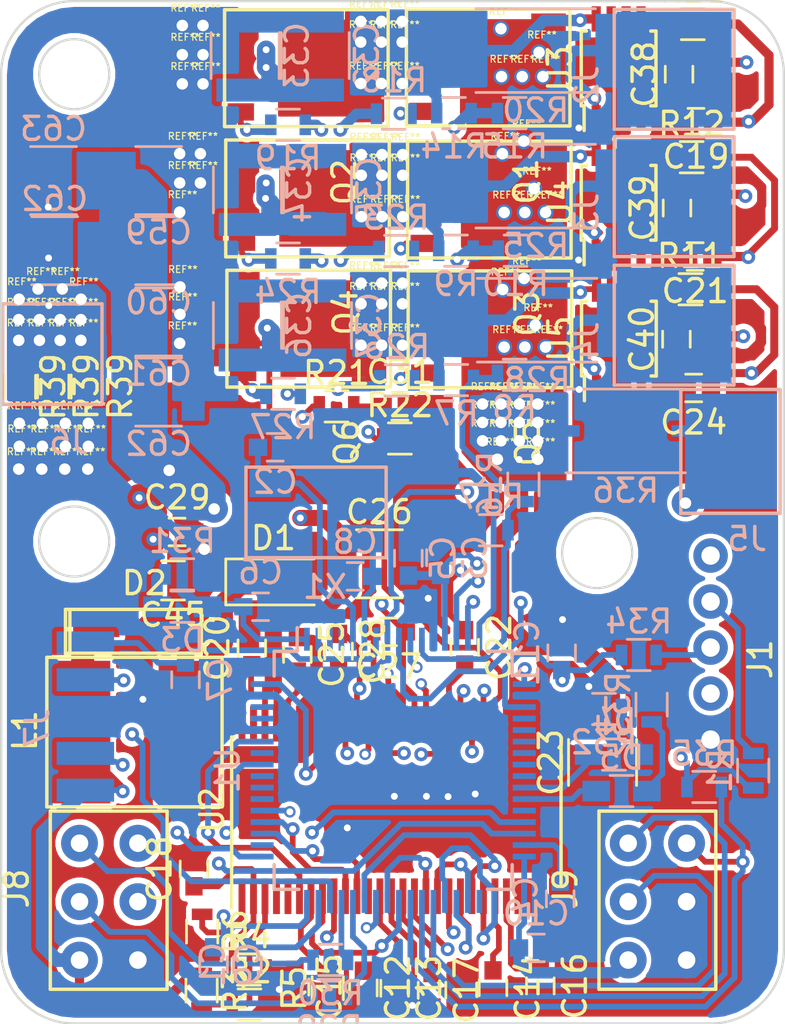
<source format=kicad_pcb>
(kicad_pcb (version 20171130) (host pcbnew "(5.1.4)-1")
  (layers (0 F.Cu signal) (1 PWR.Cu signal) (2 GND.Cu signal) (31 B.Cu signal) (34 B.Paste user) (35 F.Paste user) (36 B.SilkS user hide) (37 F.SilkS user hide) (38 B.Mask user) (39 F.Mask user) (44 Edge.Cuts user))
  (net 0 "")
  (net 1 "Net-(C1-Pad1)")
  (net 2 GND)
  (net 3 "Net-(C2-Pad1)")
  (net 4 VCC)
  (net 5 "Net-(C4-Pad1)")
  (net 6 /NRST)
  (net 7 "Net-(C8-Pad1)")
  (net 8 "Net-(C12-Pad1)")
  (net 9 "Net-(C14-Pad1)")
  (net 10 "Net-(C15-Pad1)")
  (net 11 "Net-(C16-Pad1)")
  (net 12 "Net-(C17-Pad1)")
  (net 13 "Net-(C17-Pad2)")
  (net 14 "Net-(C18-Pad1)")
  (net 15 /CURR_A)
  (net 16 "Net-(C20-Pad1)")
  (net 17 /CURR_B)
  (net 18 "Net-(C22-Pad1)")
  (net 19 "Net-(C22-Pad2)")
  (net 20 /SUPPLY)
  (net 21 /CURR_C)
  (net 22 "Net-(C25-Pad1)")
  (net 23 "Net-(C25-Pad2)")
  (net 24 "Net-(C27-Pad1)")
  (net 25 "Net-(C27-Pad2)")
  (net 26 "Net-(C28-Pad1)")
  (net 27 "Net-(C28-Pad2)")
  (net 28 /TEMP)
  (net 29 "Net-(D3-Pad1)")
  (net 30 "Net-(D4-Pad1)")
  (net 31 /LED_GREEN)
  (net 32 "Net-(D5-Pad1)")
  (net 33 /LED_RED)
  (net 34 "Net-(Q1-Pad1)")
  (net 35 "Net-(Q2-Pad1)")
  (net 36 "Net-(Q3-Pad1)")
  (net 37 "Net-(Q4-Pad1)")
  (net 38 "Net-(Q5-Pad1)")
  (net 39 "Net-(Q6-Pad1)")
  (net 40 "Net-(R2-Pad1)")
  (net 41 "Net-(R5-Pad2)")
  (net 42 "Net-(R6-Pad1)")
  (net 43 /SENS_C)
  (net 44 /SENS_B)
  (net 45 "Net-(R11-Pad1)")
  (net 46 "Net-(R12-Pad1)")
  (net 47 "Net-(R13-Pad1)")
  (net 48 /SENS_A)
  (net 49 /SENS_SUPPLY)
  (net 50 "Net-(R18-Pad2)")
  (net 51 "Net-(R19-Pad2)")
  (net 52 "Net-(R23-Pad2)")
  (net 53 "Net-(R24-Pad2)")
  (net 54 "Net-(R26-Pad2)")
  (net 55 "Net-(R27-Pad2)")
  (net 56 "Net-(R29-Pad2)")
  (net 57 "Net-(R30-Pad2)")
  (net 58 /INL_A)
  (net 59 /INL_B)
  (net 60 /INL_C)
  (net 61 /CS)
  (net 62 /INH_A)
  (net 63 /INH_B)
  (net 64 /INH_C)
  (net 65 /SCKL)
  (net 66 /SDO)
  (net 67 /SDI)
  (net 68 /EN_GATE)
  (net 69 /FAULT)
  (net 70 GNDPWR)
  (net 71 "Net-(J2-Pad1)")
  (net 72 "Net-(J3-Pad1)")
  (net 73 "Net-(J4-Pad1)")
  (net 74 /TX_SCL_MOSI)
  (net 75 /RX_SDA_NSS)
  (net 76 /SWDIO)
  (net 77 /SWCLK)
  (net 78 "Net-(U1-Pad2)")
  (net 79 "Net-(U1-Pad3)")
  (net 80 "Net-(U1-Pad4)")
  (net 81 "Net-(U1-Pad20)")
  (net 82 "Net-(U1-Pad23)")
  (net 83 "Net-(U1-Pad24)")
  (net 84 "Net-(U1-Pad28)")
  (net 85 "Net-(U1-Pad33)")
  (net 86 "Net-(U1-Pad50)")
  (net 87 "Net-(U1-Pad54)")
  (net 88 "Net-(U1-Pad55)")
  (net 89 "Net-(U1-Pad56)")
  (net 90 "Net-(U1-Pad58)")
  (net 91 "Net-(U1-Pad61)")
  (net 92 "Net-(U1-Pad62)")
  (net 93 "Net-(U2-Pad4)")
  (net 94 "Net-(U2-Pad5)")
  (net 95 "Net-(U2-Pad12)")
  (net 96 "Net-(U2-Pad25)")
  (net 97 "Net-(U2-Pad26)")
  (net 98 "Net-(U2-Pad55)")
  (net 99 "Net-(U3-Pad4)")
  (net 100 "Net-(U4-Pad4)")
  (net 101 "Net-(U5-Pad4)")
  (net 102 /USB_DM)
  (net 103 /USB_DP)
  (net 104 /HALL_1)
  (net 105 /HALL_2)
  (net 106 /HALL_3)
  (net 107 "Net-(U1-Pad21)")
  (net 108 "Net-(U1-Pad22)")
  (net 109 "Net-(U1-Pad25)")
  (module Capacitors_SMD:C_1210 (layer B.Cu) (at 120.7643 81.5721 180)
    (fp_text reference C62 (at 0 2.25 180) (layer B.SilkS) (effects (justify mirror)))
    (fp_text value 10u_50V)
    (pad 2 smd rect (at 1.5 0 180) (size 1 2.5) (layers B.Cu B.Paste B.Mask) (net 70 GNDPWR))
    (pad 1 smd rect (at -1.5 0 180) (size 1 2.5) (layers B.Cu B.Paste B.Mask) (net 20 /SUPPLY))
  )
  (module Footprints:Wire_Pad_Thru_1x5 (layer F.Cu) (at 149.2871 98.8281 270)
    (fp_text reference J1 (at 0.508 -2.159 270) (layer F.SilkS))
    (fp_text value Motor_Conn)
    (pad 3 thru_hole circle (at 0 0 270) (size 1.5 1.5) (drill 0.8) (layers *.Cu *.Mask) (net 105 /HALL_2))
    (pad 4 thru_hole circle (at 2 0 270) (size 1.5 1.5) (drill 0.8) (layers *.Cu *.Mask) (net 106 /HALL_3))
    (pad 2 thru_hole circle (at -2 0 270) (size 1.5 1.5) (drill 0.8) (layers *.Cu *.Mask) (net 104 /HALL_1))
    (pad 1 thru_hole circle (at -4 0 270) (size 1.5 1.5) (drill 0.8) (layers *.Cu *.Mask) (net 4 VCC))
    (pad 5 thru_hole circle (at 4 0 270) (size 1.5 1.5) (drill 0.8) (layers *.Cu *.Mask) (net 2 GND))
  )
  (module Footprints:Inductor_SRR6038-220Y (layer F.Cu) (at 124.233 102.5017 90)
    (fp_text reference L1 (at 0.0635 -4.7625 90) (layer F.SilkS))
    (fp_text value 47u)
    (pad 1 smd rect (at 0 -2.35 90) (size 6.2 2.6) (layers F.Cu F.Paste F.Mask) (net 4 VCC))
    (pad 2 smd rect (at 0 2.35 90) (size 6.2 2.6) (layers F.Cu F.Paste F.Mask) (net 22 "Net-(C25-Pad1)"))
  )
  (module Resistors_SMD:R_0603 (layer F.Cu) (at 122.1613 87.4776 270)
    (fp_text reference R39 (at 0 -1.45 270) (layer F.SilkS))
    (fp_text value 0R)
    (pad 1 smd rect (at 0.012 0 270) (size 1.1 0.9) (layers F.Cu) (net 70 GNDPWR))
    (pad 1 smd rect (at -0.75 0 270) (size 0.5 0.9) (layers F.Cu) (net 70 GNDPWR))
    (pad 2 smd rect (at 0.75 0 270) (size 0.5 0.9) (layers F.Cu) (net 2 GND))
  )
  (module Resistors_SMD:R_0603 (layer F.Cu) (at 119.253 87.4903 270)
    (fp_text reference R39 (at 0 -1.45 270) (layer F.SilkS))
    (fp_text value 0R)
    (pad 1 smd rect (at 0 0 270) (size 1.1 0.9) (layers F.Cu) (net 70 GNDPWR))
    (pad 1 smd rect (at -0.75 0 270) (size 0.5 0.9) (layers F.Cu) (net 70 GNDPWR))
    (pad 2 smd rect (at 0.75 0 270) (size 0.5 0.9) (layers F.Cu) (net 2 GND))
  )
  (module Resistors_SMD:R_0603 (layer F.Cu) (at 120.7008 87.4776 270)
    (fp_text reference R39 (at 0 -1.45 270) (layer F.SilkS))
    (fp_text value 0R)
    (pad 1 smd rect (at 0.012 0 270) (size 1.1 0.9) (layers F.Cu) (net 70 GNDPWR))
    (pad 1 smd rect (at -0.75 0 270) (size 0.5 0.9) (layers F.Cu) (net 70 GNDPWR))
    (pad 2 smd rect (at 0.75 0 270) (size 0.5 0.9) (layers F.Cu) (net 2 GND))
  )
  (module Footprints:PAD_5x5mm (layer B.Cu) (at 120.6881 86.0679)
    (fp_text reference J6 (at 0.6985 3.81) (layer B.SilkS) (effects (justify mirror)))
    (fp_text value CONN_01X01)
    (pad 1 smd rect (at 0 0) (size 4 4) (layers B.Cu B.Paste B.Mask) (net 70 GNDPWR))
  )
  (module Footprints:PAD_5x5mm (layer B.Cu) (at 150.1775 90.297)
    (fp_text reference J5 (at 0.6985 3.81) (layer B.SilkS) (effects (justify mirror)))
    (fp_text value CONN_01X01)
    (pad 1 smd rect (at 0 0) (size 4 5) (layers B.Cu B.Paste B.Mask) (net 20 /SUPPLY))
  )
  (module Footprints:R_2512_SHUNT (layer B.Cu) (at 141.6812 72.8726)
    (fp_text reference R20 (at 0 2.6) (layer B.SilkS) (effects (justify mirror)))
    (fp_text value 0.0005R)
    (pad 1 smd rect (at -3.1 0) (size 1 3.2) (layers B.Cu B.Paste B.Mask) (net 26 "Net-(C28-Pad1)"))
    (pad 2 smd rect (at 3.1 0) (size 1 3.2) (layers B.Cu B.Paste B.Mask) (net 71 "Net-(J2-Pad1)"))
    (pad 3 smd rect (at -2.5 0) (size 1 0.5) (layers B.Cu B.Paste B.Mask) (net 26 "Net-(C28-Pad1)"))
    (pad 4 smd rect (at 2.5 0) (size 1 0.5) (layers B.Cu B.Paste B.Mask) (net 71 "Net-(J2-Pad1)"))
  )
  (module Resistors_SMD:R_0603_HandSoldering (layer B.Cu) (at 126.3142 97.0534)
    (fp_text reference D3 (at 0 1.45) (layer B.SilkS) (effects (justify mirror)))
    (fp_text value BLUE)
    (pad 1 smd rect (at -1.1 0) (size 1.2 0.9) (layers B.Cu B.Paste B.Mask) (net 29 "Net-(D3-Pad1)"))
    (pad 2 smd rect (at 1.1 0) (size 1.2 0.9) (layers B.Cu B.Paste B.Mask) (net 4 VCC))
  )
  (module Resistors_SMD:R_0603_HandSoldering (layer B.Cu) (at 145.0848 103.4796 180)
    (fp_text reference D4 (at 0 1.45 180) (layer B.SilkS) (effects (justify mirror)))
    (fp_text value GREEN)
    (pad 1 smd rect (at -1.1 0 180) (size 1.2 0.9) (layers B.Cu B.Paste B.Mask) (net 30 "Net-(D4-Pad1)"))
    (pad 2 smd rect (at 1.1 0 180) (size 1.2 0.9) (layers B.Cu B.Paste B.Mask) (net 31 /LED_GREEN))
  )
  (module Resistors_SMD:R_0603_HandSoldering (layer B.Cu) (at 145.415 105.0671 180)
    (fp_text reference D5 (at 0 1.45 180) (layer B.SilkS) (effects (justify mirror)))
    (fp_text value RED)
    (pad 1 smd rect (at -1.1 0 180) (size 1.2 0.9) (layers B.Cu B.Paste B.Mask) (net 32 "Net-(D5-Pad1)"))
    (pad 2 smd rect (at 1.1 0 180) (size 1.2 0.9) (layers B.Cu B.Paste B.Mask) (net 33 /LED_RED))
  )
  (module Housings_QFP:LQFP-64_10x10mm_Pitch0.5mm (layer B.Cu) (at 135.4836 104.1654 270)
    (fp_text reference U1 (at 0 7.2 270) (layer B.SilkS) (effects (justify mirror)))
    (fp_text value STM32F40X_LQFP64)
    (pad 1 smd rect (at -5.7 3.75 270) (size 1 0.25) (layers B.Cu B.Paste B.Mask) (net 4 VCC))
    (pad 2 smd rect (at -5.7 3.25 270) (size 1 0.25) (layers B.Cu B.Paste B.Mask) (net 78 "Net-(U1-Pad2)"))
    (pad 3 smd rect (at -5.7 2.75 270) (size 1 0.25) (layers B.Cu B.Paste B.Mask) (net 79 "Net-(U1-Pad3)"))
    (pad 4 smd rect (at -5.7 2.25 270) (size 1 0.25) (layers B.Cu B.Paste B.Mask) (net 80 "Net-(U1-Pad4)"))
    (pad 5 smd rect (at -5.7 1.75 270) (size 1 0.25) (layers B.Cu B.Paste B.Mask) (net 3 "Net-(C2-Pad1)"))
    (pad 6 smd rect (at -5.7 1.25 270) (size 1 0.25) (layers B.Cu B.Paste B.Mask) (net 7 "Net-(C8-Pad1)"))
    (pad 7 smd rect (at -5.7 0.75 270) (size 1 0.25) (layers B.Cu B.Paste B.Mask) (net 6 /NRST))
    (pad 8 smd rect (at -5.7 0.25 270) (size 1 0.25) (layers B.Cu B.Paste B.Mask) (net 15 /CURR_A))
    (pad 9 smd rect (at -5.7 -0.25 270) (size 1 0.25) (layers B.Cu B.Paste B.Mask) (net 17 /CURR_B))
    (pad 10 smd rect (at -5.7 -0.75 270) (size 1 0.25) (layers B.Cu B.Paste B.Mask) (net 21 /CURR_C))
    (pad 11 smd rect (at -5.7 -1.25 270) (size 1 0.25) (layers B.Cu B.Paste B.Mask) (net 49 /SENS_SUPPLY))
    (pad 12 smd rect (at -5.7 -1.75 270) (size 1 0.25) (layers B.Cu B.Paste B.Mask) (net 2 GND))
    (pad 13 smd rect (at -5.7 -2.25 270) (size 1 0.25) (layers B.Cu B.Paste B.Mask) (net 4 VCC))
    (pad 14 smd rect (at -5.7 -2.75 270) (size 1 0.25) (layers B.Cu B.Paste B.Mask) (net 48 /SENS_A))
    (pad 15 smd rect (at -5.7 -3.25 270) (size 1 0.25) (layers B.Cu B.Paste B.Mask) (net 44 /SENS_B))
    (pad 16 smd rect (at -5.7 -3.75 270) (size 1 0.25) (layers B.Cu B.Paste B.Mask) (net 43 /SENS_C))
    (pad 17 smd rect (at -3.75 -5.7 180) (size 1 0.25) (layers B.Cu B.Paste B.Mask) (net 28 /TEMP))
    (pad 18 smd rect (at -3.25 -5.7 180) (size 1 0.25) (layers B.Cu B.Paste B.Mask) (net 2 GND))
    (pad 19 smd rect (at -2.75 -5.7 180) (size 1 0.25) (layers B.Cu B.Paste B.Mask) (net 4 VCC))
    (pad 20 smd rect (at -2.25 -5.7 180) (size 1 0.25) (layers B.Cu B.Paste B.Mask) (net 81 "Net-(U1-Pad20)"))
    (pad 21 smd rect (at -1.75 -5.7 180) (size 1 0.25) (layers B.Cu B.Paste B.Mask) (net 107 "Net-(U1-Pad21)"))
    (pad 22 smd rect (at -1.25 -5.7 180) (size 1 0.25) (layers B.Cu B.Paste B.Mask) (net 108 "Net-(U1-Pad22)"))
    (pad 23 smd rect (at -0.75 -5.7 180) (size 1 0.25) (layers B.Cu B.Paste B.Mask) (net 82 "Net-(U1-Pad23)"))
    (pad 24 smd rect (at -0.25 -5.7 180) (size 1 0.25) (layers B.Cu B.Paste B.Mask) (net 83 "Net-(U1-Pad24)"))
    (pad 25 smd rect (at 0.25 -5.7 180) (size 1 0.25) (layers B.Cu B.Paste B.Mask) (net 109 "Net-(U1-Pad25)"))
    (pad 26 smd rect (at 0.75 -5.7 180) (size 1 0.25) (layers B.Cu B.Paste B.Mask) (net 31 /LED_GREEN))
    (pad 27 smd rect (at 1.25 -5.7 180) (size 1 0.25) (layers B.Cu B.Paste B.Mask) (net 33 /LED_RED))
    (pad 28 smd rect (at 1.75 -5.7 180) (size 1 0.25) (layers B.Cu B.Paste B.Mask) (net 84 "Net-(U1-Pad28)"))
    (pad 29 smd rect (at 2.25 -5.7 180) (size 1 0.25) (layers B.Cu B.Paste B.Mask) (net 74 /TX_SCL_MOSI))
    (pad 30 smd rect (at 2.75 -5.7 180) (size 1 0.25) (layers B.Cu B.Paste B.Mask) (net 75 /RX_SDA_NSS))
    (pad 31 smd rect (at 3.25 -5.7 180) (size 1 0.25) (layers B.Cu B.Paste B.Mask) (net 5 "Net-(C4-Pad1)"))
    (pad 32 smd rect (at 3.75 -5.7 180) (size 1 0.25) (layers B.Cu B.Paste B.Mask) (net 4 VCC))
    (pad 33 smd rect (at 5.7 -3.75 270) (size 1 0.25) (layers B.Cu B.Paste B.Mask) (net 85 "Net-(U1-Pad33)"))
    (pad 34 smd rect (at 5.7 -3.25 270) (size 1 0.25) (layers B.Cu B.Paste B.Mask) (net 58 /INL_A))
    (pad 35 smd rect (at 5.7 -2.75 270) (size 1 0.25) (layers B.Cu B.Paste B.Mask) (net 59 /INL_B))
    (pad 36 smd rect (at 5.7 -2.25 270) (size 1 0.25) (layers B.Cu B.Paste B.Mask) (net 60 /INL_C))
    (pad 37 smd rect (at 5.7 -1.75 270) (size 1 0.25) (layers B.Cu B.Paste B.Mask) (net 104 /HALL_1))
    (pad 38 smd rect (at 5.7 -1.25 270) (size 1 0.25) (layers B.Cu B.Paste B.Mask) (net 105 /HALL_2))
    (pad 39 smd rect (at 5.7 -0.75 270) (size 1 0.25) (layers B.Cu B.Paste B.Mask) (net 106 /HALL_3))
    (pad 40 smd rect (at 5.7 -0.25 270) (size 1 0.25) (layers B.Cu B.Paste B.Mask) (net 61 /CS))
    (pad 41 smd rect (at 5.7 0.25 270) (size 1 0.25) (layers B.Cu B.Paste B.Mask) (net 62 /INH_A))
    (pad 42 smd rect (at 5.7 0.75 270) (size 1 0.25) (layers B.Cu B.Paste B.Mask) (net 63 /INH_B))
    (pad 43 smd rect (at 5.7 1.25 270) (size 1 0.25) (layers B.Cu B.Paste B.Mask) (net 64 /INH_C))
    (pad 44 smd rect (at 5.7 1.75 270) (size 1 0.25) (layers B.Cu B.Paste B.Mask) (net 56 "Net-(R29-Pad2)"))
    (pad 45 smd rect (at 5.7 2.25 270) (size 1 0.25) (layers B.Cu B.Paste B.Mask) (net 57 "Net-(R30-Pad2)"))
    (pad 46 smd rect (at 5.7 2.75 270) (size 1 0.25) (layers B.Cu B.Paste B.Mask) (net 76 /SWDIO))
    (pad 47 smd rect (at 5.7 3.25 270) (size 1 0.25) (layers B.Cu B.Paste B.Mask) (net 1 "Net-(C1-Pad1)"))
    (pad 48 smd rect (at 5.7 3.75 270) (size 1 0.25) (layers B.Cu B.Paste B.Mask) (net 4 VCC))
    (pad 49 smd rect (at 3.75 5.7 180) (size 1 0.25) (layers B.Cu B.Paste B.Mask) (net 77 /SWCLK))
    (pad 50 smd rect (at 3.25 5.7 180) (size 1 0.25) (layers B.Cu B.Paste B.Mask) (net 86 "Net-(U1-Pad50)"))
    (pad 51 smd rect (at 2.75 5.7 180) (size 1 0.25) (layers B.Cu B.Paste B.Mask) (net 65 /SCKL))
    (pad 52 smd rect (at 2.25 5.7 180) (size 1 0.25) (layers B.Cu B.Paste B.Mask) (net 66 /SDO))
    (pad 53 smd rect (at 1.75 5.7 180) (size 1 0.25) (layers B.Cu B.Paste B.Mask) (net 67 /SDI))
    (pad 54 smd rect (at 1.25 5.7 180) (size 1 0.25) (layers B.Cu B.Paste B.Mask) (net 87 "Net-(U1-Pad54)"))
    (pad 55 smd rect (at 0.75 5.7 180) (size 1 0.25) (layers B.Cu B.Paste B.Mask) (net 88 "Net-(U1-Pad55)"))
    (pad 56 smd rect (at 0.25 5.7 180) (size 1 0.25) (layers B.Cu B.Paste B.Mask) (net 89 "Net-(U1-Pad56)"))
    (pad 57 smd rect (at -0.25 5.7 180) (size 1 0.25) (layers B.Cu B.Paste B.Mask) (net 68 /EN_GATE))
    (pad 58 smd rect (at -0.75 5.7 180) (size 1 0.25) (layers B.Cu B.Paste B.Mask) (net 90 "Net-(U1-Pad58)"))
    (pad 59 smd rect (at -1.25 5.7 180) (size 1 0.25) (layers B.Cu B.Paste B.Mask) (net 69 /FAULT))
    (pad 60 smd rect (at -1.75 5.7 180) (size 1 0.25) (layers B.Cu B.Paste B.Mask) (net 2 GND))
    (pad 61 smd rect (at -2.25 5.7 180) (size 1 0.25) (layers B.Cu B.Paste B.Mask) (net 91 "Net-(U1-Pad61)"))
    (pad 62 smd rect (at -2.75 5.7 180) (size 1 0.25) (layers B.Cu B.Paste B.Mask) (net 92 "Net-(U1-Pad62)"))
    (pad 63 smd rect (at -3.25 5.7 180) (size 1 0.25) (layers B.Cu B.Paste B.Mask) (net 2 GND))
    (pad 64 smd rect (at -3.75 5.7 180) (size 1 0.25) (layers B.Cu B.Paste B.Mask) (net 4 VCC))
  )
  (module Housings_SSOP:HTSSOP-56-1EP_6.1x14mm_Pitch0.5mm (layer F.Cu) (at 135.6598 105.8898 90)
    (fp_text reference U2 (at 0 -8.05 90) (layer F.SilkS))
    (fp_text value DRV8301)
    (pad 1 smd rect (at -3.75 -6.75 90) (size 1.55 0.3) (layers F.Cu F.Paste F.Mask) (net 42 "Net-(R6-Pad1)"))
    (pad 2 smd rect (at -3.75 -6.25 90) (size 1.55 0.3) (layers F.Cu F.Paste F.Mask) (net 14 "Net-(C18-Pad1)"))
    (pad 3 smd rect (at -3.75 -5.75 90) (size 1.55 0.3) (layers F.Cu F.Paste F.Mask) (net 40 "Net-(R2-Pad1)"))
    (pad 4 smd rect (at -3.75 -5.25 90) (size 1.55 0.3) (layers F.Cu F.Paste F.Mask) (net 93 "Net-(U2-Pad4)"))
    (pad 5 smd rect (at -3.75 -4.75 90) (size 1.55 0.3) (layers F.Cu F.Paste F.Mask) (net 94 "Net-(U2-Pad5)"))
    (pad 6 smd rect (at -3.75 -4.25 90) (size 1.55 0.3) (layers F.Cu F.Paste F.Mask) (net 69 /FAULT))
    (pad 7 smd rect (at -3.75 -3.75 90) (size 1.55 0.3) (layers F.Cu F.Paste F.Mask) (net 41 "Net-(R5-Pad2)"))
    (pad 8 smd rect (at -3.75 -3.25 90) (size 1.55 0.3) (layers F.Cu F.Paste F.Mask) (net 61 /CS))
    (pad 9 smd rect (at -3.75 -2.75 90) (size 1.55 0.3) (layers F.Cu F.Paste F.Mask) (net 67 /SDI))
    (pad 10 smd rect (at -3.75 -2.25 90) (size 1.55 0.3) (layers F.Cu F.Paste F.Mask) (net 66 /SDO))
    (pad 11 smd rect (at -3.75 -1.75 90) (size 1.55 0.3) (layers F.Cu F.Paste F.Mask) (net 65 /SCKL))
    (pad 12 smd rect (at -3.75 -1.25 90) (size 1.55 0.3) (layers F.Cu F.Paste F.Mask) (net 95 "Net-(U2-Pad12)"))
    (pad 13 smd rect (at -3.75 -0.75 90) (size 1.55 0.3) (layers F.Cu F.Paste F.Mask) (net 8 "Net-(C12-Pad1)"))
    (pad 14 smd rect (at -3.75 -0.25 90) (size 1.55 0.3) (layers F.Cu F.Paste F.Mask) (net 13 "Net-(C17-Pad2)"))
    (pad 15 smd rect (at -3.75 0.25 90) (size 1.55 0.3) (layers F.Cu F.Paste F.Mask) (net 12 "Net-(C17-Pad1)"))
    (pad 16 smd rect (at -3.75 0.75 90) (size 1.55 0.3) (layers F.Cu F.Paste F.Mask) (net 68 /EN_GATE))
    (pad 17 smd rect (at -3.75 1.25 90) (size 1.55 0.3) (layers F.Cu F.Paste F.Mask) (net 62 /INH_A))
    (pad 18 smd rect (at -3.75 1.75 90) (size 1.55 0.3) (layers F.Cu F.Paste F.Mask) (net 58 /INL_A))
    (pad 19 smd rect (at -3.75 2.25 90) (size 1.55 0.3) (layers F.Cu F.Paste F.Mask) (net 63 /INH_B))
    (pad 20 smd rect (at -3.75 2.75 90) (size 1.55 0.3) (layers F.Cu F.Paste F.Mask) (net 59 /INL_B))
    (pad 21 smd rect (at -3.75 3.25 90) (size 1.55 0.3) (layers F.Cu F.Paste F.Mask) (net 64 /INH_C))
    (pad 22 smd rect (at -3.75 3.75 90) (size 1.55 0.3) (layers F.Cu F.Paste F.Mask) (net 60 /INL_C))
    (pad 23 smd rect (at -3.75 4.25 90) (size 1.55 0.3) (layers F.Cu F.Paste F.Mask) (net 9 "Net-(C14-Pad1)"))
    (pad 24 smd rect (at -3.75 4.75 90) (size 1.55 0.3) (layers F.Cu F.Paste F.Mask) (net 11 "Net-(C16-Pad1)"))
    (pad 25 smd rect (at -3.75 5.25 90) (size 1.55 0.3) (layers F.Cu F.Paste F.Mask) (net 96 "Net-(U2-Pad25)"))
    (pad 26 smd rect (at -3.75 5.75 90) (size 1.55 0.3) (layers F.Cu F.Paste F.Mask) (net 97 "Net-(U2-Pad26)"))
    (pad 27 smd rect (at -3.75 6.25 90) (size 1.55 0.3) (layers F.Cu F.Paste F.Mask) (net 11 "Net-(C16-Pad1)"))
    (pad 28 smd rect (at -3.75 6.75 90) (size 1.55 0.3) (layers F.Cu F.Paste F.Mask) (net 2 GND))
    (pad 29 smd rect (at 3.75 6.75 90) (size 1.55 0.3) (layers F.Cu F.Paste F.Mask) (net 20 /SUPPLY))
    (pad 30 smd rect (at 3.75 6.25 90) (size 1.55 0.3) (layers F.Cu F.Paste F.Mask) (net 2 GND))
    (pad 31 smd rect (at 3.75 5.75 90) (size 1.55 0.3) (layers F.Cu F.Paste F.Mask) (net 2 GND))
    (pad 32 smd rect (at 3.75 5.25 90) (size 1.55 0.3) (layers F.Cu F.Paste F.Mask) (net 2 GND))
    (pad 33 smd rect (at 3.75 4.75 90) (size 1.55 0.3) (layers F.Cu F.Paste F.Mask) (net 2 GND))
    (pad 34 smd rect (at 3.75 4.25 90) (size 1.55 0.3) (layers F.Cu F.Paste F.Mask) (net 70 GNDPWR))
    (pad 35 smd rect (at 3.75 3.75 90) (size 1.55 0.3) (layers F.Cu F.Paste F.Mask) (net 55 "Net-(R27-Pad2)"))
    (pad 36 smd rect (at 3.75 3.25 90) (size 1.55 0.3) (layers F.Cu F.Paste F.Mask) (net 18 "Net-(C22-Pad1)"))
    (pad 37 smd rect (at 3.75 2.75 90) (size 1.55 0.3) (layers F.Cu F.Paste F.Mask) (net 54 "Net-(R26-Pad2)"))
    (pad 38 smd rect (at 3.75 2.25 90) (size 1.55 0.3) (layers F.Cu F.Paste F.Mask) (net 19 "Net-(C22-Pad2)"))
    (pad 39 smd rect (at 3.75 1.75 90) (size 1.55 0.3) (layers F.Cu F.Paste F.Mask) (net 70 GNDPWR))
    (pad 40 smd rect (at 3.75 1.25 90) (size 1.55 0.3) (layers F.Cu F.Paste F.Mask) (net 53 "Net-(R24-Pad2)"))
    (pad 41 smd rect (at 3.75 0.75 90) (size 1.55 0.3) (layers F.Cu F.Paste F.Mask) (net 24 "Net-(C27-Pad1)"))
    (pad 42 smd rect (at 3.75 0.25 90) (size 1.55 0.3) (layers F.Cu F.Paste F.Mask) (net 52 "Net-(R23-Pad2)"))
    (pad 43 smd rect (at 3.75 -0.25 90) (size 1.55 0.3) (layers F.Cu F.Paste F.Mask) (net 25 "Net-(C27-Pad2)"))
    (pad 44 smd rect (at 3.75 -0.75 90) (size 1.55 0.3) (layers F.Cu F.Paste F.Mask) (net 70 GNDPWR))
    (pad 45 smd rect (at 3.75 -1.25 90) (size 1.55 0.3) (layers F.Cu F.Paste F.Mask) (net 51 "Net-(R19-Pad2)"))
    (pad 46 smd rect (at 3.75 -1.75 90) (size 1.55 0.3) (layers F.Cu F.Paste F.Mask) (net 26 "Net-(C28-Pad1)"))
    (pad 47 smd rect (at 3.75 -2.25 90) (size 1.55 0.3) (layers F.Cu F.Paste F.Mask) (net 50 "Net-(R18-Pad2)"))
    (pad 48 smd rect (at 3.75 -2.75 90) (size 1.55 0.3) (layers F.Cu F.Paste F.Mask) (net 27 "Net-(C28-Pad2)"))
    (pad 49 smd rect (at 3.75 -3.25 90) (size 1.55 0.3) (layers F.Cu F.Paste F.Mask) (net 4 VCC))
    (pad 50 smd rect (at 3.75 -3.75 90) (size 1.55 0.3) (layers F.Cu F.Paste F.Mask) (net 22 "Net-(C25-Pad1)"))
    (pad 51 smd rect (at 3.75 -4.25 90) (size 1.55 0.3) (layers F.Cu F.Paste F.Mask) (net 22 "Net-(C25-Pad1)"))
    (pad 52 smd rect (at 3.75 -4.75 90) (size 1.55 0.3) (layers F.Cu F.Paste F.Mask) (net 23 "Net-(C25-Pad2)"))
    (pad 53 smd rect (at 3.75 -5.25 90) (size 1.55 0.3) (layers F.Cu F.Paste F.Mask) (net 20 /SUPPLY))
    (pad 54 smd rect (at 3.75 -5.75 90) (size 1.55 0.3) (layers F.Cu F.Paste F.Mask) (net 20 /SUPPLY))
    (pad 55 smd rect (at 3.75 -6.25 90) (size 1.55 0.3) (layers F.Cu F.Paste F.Mask) (net 98 "Net-(U2-Pad55)"))
    (pad 56 smd rect (at 3.75 -6.75 90) (size 1.55 0.3) (layers F.Cu F.Paste F.Mask) (net 16 "Net-(C20-Pad1)"))
    (pad 57 smd rect (at 0 0 90) (size 3.61 6.35) (layers F.Cu F.Paste F.Mask) (net 2 GND))
  )
  (module Housings_SSOP:TSSOP-8_3x3mm_Pitch0.65mm (layer F.Cu) (at 145.288 73.6473 90)
    (fp_text reference U3 (at 0 -2.55 90) (layer F.SilkS))
    (fp_text value AD8418)
    (pad 1 smd rect (at -2.15 -0.975 90) (size 1.1 0.4) (layers F.Cu F.Paste F.Mask) (net 71 "Net-(J2-Pad1)"))
    (pad 2 smd rect (at -2.15 -0.325 90) (size 1.1 0.4) (layers F.Cu F.Paste F.Mask) (net 2 GND))
    (pad 3 smd rect (at -2.15 0.325 90) (size 1.1 0.4) (layers F.Cu F.Paste F.Mask) (net 2 GND))
    (pad 4 smd rect (at -2.15 0.975 90) (size 1.1 0.4) (layers F.Cu F.Paste F.Mask) (net 99 "Net-(U3-Pad4)"))
    (pad 5 smd rect (at 2.15 0.975 90) (size 1.1 0.4) (layers F.Cu F.Paste F.Mask) (net 47 "Net-(R13-Pad1)"))
    (pad 6 smd rect (at 2.15 0.325 90) (size 1.1 0.4) (layers F.Cu F.Paste F.Mask) (net 4 VCC))
    (pad 7 smd rect (at 2.15 -0.325 90) (size 1.1 0.4) (layers F.Cu F.Paste F.Mask) (net 4 VCC))
    (pad 8 smd rect (at 2.15 -0.975 90) (size 1.1 0.4) (layers F.Cu F.Paste F.Mask) (net 26 "Net-(C28-Pad1)"))
  )
  (module Housings_SSOP:TSSOP-8_3x3mm_Pitch0.65mm (layer F.Cu) (at 145.288 79.4893 90)
    (fp_text reference U4 (at 0 -2.55 90) (layer F.SilkS))
    (fp_text value AD8418)
    (pad 1 smd rect (at -2.15 -0.975 90) (size 1.1 0.4) (layers F.Cu F.Paste F.Mask) (net 72 "Net-(J3-Pad1)"))
    (pad 2 smd rect (at -2.15 -0.325 90) (size 1.1 0.4) (layers F.Cu F.Paste F.Mask) (net 2 GND))
    (pad 3 smd rect (at -2.15 0.325 90) (size 1.1 0.4) (layers F.Cu F.Paste F.Mask) (net 2 GND))
    (pad 4 smd rect (at -2.15 0.975 90) (size 1.1 0.4) (layers F.Cu F.Paste F.Mask) (net 100 "Net-(U4-Pad4)"))
    (pad 5 smd rect (at 2.15 0.975 90) (size 1.1 0.4) (layers F.Cu F.Paste F.Mask) (net 46 "Net-(R12-Pad1)"))
    (pad 6 smd rect (at 2.15 0.325 90) (size 1.1 0.4) (layers F.Cu F.Paste F.Mask) (net 4 VCC))
    (pad 7 smd rect (at 2.15 -0.325 90) (size 1.1 0.4) (layers F.Cu F.Paste F.Mask) (net 4 VCC))
    (pad 8 smd rect (at 2.15 -0.975 90) (size 1.1 0.4) (layers F.Cu F.Paste F.Mask) (net 24 "Net-(C27-Pad1)"))
  )
  (module Housings_SSOP:TSSOP-8_3x3mm_Pitch0.65mm (layer F.Cu) (at 145.3007 85.3948 90)
    (fp_text reference U5 (at 0 -2.55 90) (layer F.SilkS))
    (fp_text value AD8418)
    (pad 1 smd rect (at -2.15 -0.975 90) (size 1.1 0.4) (layers F.Cu F.Paste F.Mask) (net 73 "Net-(J4-Pad1)"))
    (pad 2 smd rect (at -2.15 -0.325 90) (size 1.1 0.4) (layers F.Cu F.Paste F.Mask) (net 2 GND))
    (pad 3 smd rect (at -2.15 0.325 90) (size 1.1 0.4) (layers F.Cu F.Paste F.Mask) (net 2 GND))
    (pad 4 smd rect (at -2.15 0.975 90) (size 1.1 0.4) (layers F.Cu F.Paste F.Mask) (net 101 "Net-(U5-Pad4)"))
    (pad 5 smd rect (at 2.15 0.975 90) (size 1.1 0.4) (layers F.Cu F.Paste F.Mask) (net 45 "Net-(R11-Pad1)"))
    (pad 6 smd rect (at 2.15 0.325 90) (size 1.1 0.4) (layers F.Cu F.Paste F.Mask) (net 4 VCC))
    (pad 7 smd rect (at 2.15 -0.325 90) (size 1.1 0.4) (layers F.Cu F.Paste F.Mask) (net 4 VCC))
    (pad 8 smd rect (at 2.15 -0.975 90) (size 1.1 0.4) (layers F.Cu F.Paste F.Mask) (net 18 "Net-(C22-Pad1)"))
  )
  (module Footprints:CRYSTAL_ABM3B (layer B.Cu) (at 132.1308 92.8878)
    (fp_text reference X1 (at 0.381 3.302) (layer B.SilkS) (effects (justify mirror)))
    (fp_text value 8m)
    (pad 2 smd rect (at 2 -1.2) (size 1.8 1.2) (layers B.Cu B.Paste B.Mask) (net 2 GND))
    (pad 3 smd rect (at 2 1.2) (size 1.8 1.2) (layers B.Cu B.Paste B.Mask) (net 7 "Net-(C8-Pad1)"))
    (pad 4 smd rect (at -2 1.2) (size 1.8 1.2) (layers B.Cu B.Paste B.Mask) (net 2 GND))
    (pad 1 smd rect (at -2 -1.2) (size 1.8 1.2) (layers B.Cu B.Paste B.Mask) (net 3 "Net-(C2-Pad1)"))
  )
  (module Footprints:SO8FL_UNIVERSAL (layer F.Cu) (at 139.4888 73.6092 270)
    (fp_text reference Q1 (at 4.953 -1.778 270) (layer F.SilkS))
    (fp_text value NTMFS5C604NLT1G)
    (pad 2 smd rect (at -1.905 2.725 270) (size 0.75 1.15) (layers F.Cu F.Paste F.Mask) (net 26 "Net-(C28-Pad1)"))
    (pad 2 smd rect (at -0.635 2.725 270) (size 0.75 1.15) (layers F.Cu F.Paste F.Mask) (net 26 "Net-(C28-Pad1)"))
    (pad 2 smd rect (at 0.635 2.725 270) (size 0.75 1.15) (layers F.Cu F.Paste F.Mask) (net 26 "Net-(C28-Pad1)"))
    (pad 1 smd rect (at 1.905 2.725 270) (size 0.75 1.15) (layers F.Cu F.Paste F.Mask) (net 34 "Net-(Q1-Pad1)"))
    (pad 3 smd rect (at 0 -1.2 270) (size 4.2 4.6) (layers F.Cu F.Paste F.Mask) (net 20 /SUPPLY))
    (pad 3 smd rect (at 2.225 -2.75 270) (size 0.25 1.5) (layers F.Cu F.Paste F.Mask) (net 20 /SUPPLY))
    (pad 3 smd rect (at -2.225 -2.75 270) (size 0.25 1.5) (layers F.Cu F.Paste F.Mask) (net 20 /SUPPLY))
  )
  (module Footprints:SO8FL_UNIVERSAL (layer F.Cu) (at 131.5814 73.6346 270)
    (fp_text reference Q2 (at 4.953 -1.778 270) (layer F.SilkS))
    (fp_text value Q_NMOS_GSD)
    (pad 2 smd rect (at -1.905 2.725 270) (size 0.75 1.15) (layers F.Cu F.Paste F.Mask) (net 70 GNDPWR))
    (pad 2 smd rect (at -0.635 2.725 270) (size 0.75 1.15) (layers F.Cu F.Paste F.Mask) (net 70 GNDPWR))
    (pad 2 smd rect (at 0.635 2.725 270) (size 0.75 1.15) (layers F.Cu F.Paste F.Mask) (net 70 GNDPWR))
    (pad 1 smd rect (at 1.905 2.725 270) (size 0.75 1.15) (layers F.Cu F.Paste F.Mask) (net 35 "Net-(Q2-Pad1)"))
    (pad 3 smd rect (at 0 -1.2 270) (size 4.2 4.6) (layers F.Cu F.Paste F.Mask) (net 26 "Net-(C28-Pad1)"))
    (pad 3 smd rect (at 2.225 -2.75 270) (size 0.25 1.5) (layers F.Cu F.Paste F.Mask) (net 26 "Net-(C28-Pad1)"))
    (pad 3 smd rect (at -2.225 -2.75 270) (size 0.25 1.5) (layers F.Cu F.Paste F.Mask) (net 26 "Net-(C28-Pad1)"))
  )
  (module Footprints:SO8FL_UNIVERSAL (layer F.Cu) (at 139.5396 79.3496 270)
    (fp_text reference Q3 (at 4.953 -1.778 270) (layer F.SilkS))
    (fp_text value Q_NMOS_GSD)
    (pad 2 smd rect (at -1.905 2.725 270) (size 0.75 1.15) (layers F.Cu F.Paste F.Mask) (net 24 "Net-(C27-Pad1)"))
    (pad 2 smd rect (at -0.635 2.725 270) (size 0.75 1.15) (layers F.Cu F.Paste F.Mask) (net 24 "Net-(C27-Pad1)"))
    (pad 2 smd rect (at 0.635 2.725 270) (size 0.75 1.15) (layers F.Cu F.Paste F.Mask) (net 24 "Net-(C27-Pad1)"))
    (pad 1 smd rect (at 1.905 2.725 270) (size 0.75 1.15) (layers F.Cu F.Paste F.Mask) (net 36 "Net-(Q3-Pad1)"))
    (pad 3 smd rect (at 0 -1.2 270) (size 4.2 4.6) (layers F.Cu F.Paste F.Mask) (net 20 /SUPPLY))
    (pad 3 smd rect (at 2.225 -2.75 270) (size 0.25 1.5) (layers F.Cu F.Paste F.Mask) (net 20 /SUPPLY))
    (pad 3 smd rect (at -2.225 -2.75 270) (size 0.25 1.5) (layers F.Cu F.Paste F.Mask) (net 20 /SUPPLY))
  )
  (module Footprints:SO8FL_UNIVERSAL (layer F.Cu) (at 131.6322 79.2988 270)
    (fp_text reference Q4 (at 4.953 -1.778 270) (layer F.SilkS))
    (fp_text value Q_NMOS_GSD)
    (pad 2 smd rect (at -1.905 2.725 270) (size 0.75 1.15) (layers F.Cu F.Paste F.Mask) (net 70 GNDPWR))
    (pad 2 smd rect (at -0.635 2.725 270) (size 0.75 1.15) (layers F.Cu F.Paste F.Mask) (net 70 GNDPWR))
    (pad 2 smd rect (at 0.635 2.725 270) (size 0.75 1.15) (layers F.Cu F.Paste F.Mask) (net 70 GNDPWR))
    (pad 1 smd rect (at 1.905 2.725 270) (size 0.75 1.15) (layers F.Cu F.Paste F.Mask) (net 37 "Net-(Q4-Pad1)"))
    (pad 3 smd rect (at 0 -1.2 270) (size 4.2 4.6) (layers F.Cu F.Paste F.Mask) (net 24 "Net-(C27-Pad1)"))
    (pad 3 smd rect (at 2.225 -2.75 270) (size 0.25 1.5) (layers F.Cu F.Paste F.Mask) (net 24 "Net-(C27-Pad1)"))
    (pad 3 smd rect (at -2.225 -2.75 270) (size 0.25 1.5) (layers F.Cu F.Paste F.Mask) (net 24 "Net-(C27-Pad1)"))
  )
  (module Footprints:SO8FL_UNIVERSAL (layer F.Cu) (at 139.565 84.9884 270)
    (fp_text reference Q5 (at 4.953 -1.778 270) (layer F.SilkS))
    (fp_text value Q_NMOS_GSD)
    (pad 2 smd rect (at -1.905 2.725 270) (size 0.75 1.15) (layers F.Cu F.Paste F.Mask) (net 18 "Net-(C22-Pad1)"))
    (pad 2 smd rect (at -0.635 2.725 270) (size 0.75 1.15) (layers F.Cu F.Paste F.Mask) (net 18 "Net-(C22-Pad1)"))
    (pad 2 smd rect (at 0.635 2.725 270) (size 0.75 1.15) (layers F.Cu F.Paste F.Mask) (net 18 "Net-(C22-Pad1)"))
    (pad 1 smd rect (at 1.905 2.725 270) (size 0.75 1.15) (layers F.Cu F.Paste F.Mask) (net 38 "Net-(Q5-Pad1)"))
    (pad 3 smd rect (at 0 -1.2 270) (size 4.2 4.6) (layers F.Cu F.Paste F.Mask) (net 20 /SUPPLY))
    (pad 3 smd rect (at 2.225 -2.75 270) (size 0.25 1.5) (layers F.Cu F.Paste F.Mask) (net 20 /SUPPLY))
    (pad 3 smd rect (at -2.225 -2.75 270) (size 0.25 1.5) (layers F.Cu F.Paste F.Mask) (net 20 /SUPPLY))
  )
  (module Footprints:SO8FL_UNIVERSAL (layer F.Cu) (at 131.683 84.963 270)
    (fp_text reference Q6 (at 4.953 -1.778 270) (layer F.SilkS))
    (fp_text value Q_NMOS_GSD)
    (pad 2 smd rect (at -1.905 2.725 270) (size 0.75 1.15) (layers F.Cu F.Paste F.Mask) (net 70 GNDPWR))
    (pad 2 smd rect (at -0.635 2.725 270) (size 0.75 1.15) (layers F.Cu F.Paste F.Mask) (net 70 GNDPWR))
    (pad 2 smd rect (at 0.635 2.725 270) (size 0.75 1.15) (layers F.Cu F.Paste F.Mask) (net 70 GNDPWR))
    (pad 1 smd rect (at 1.905 2.725 270) (size 0.75 1.15) (layers F.Cu F.Paste F.Mask) (net 39 "Net-(Q6-Pad1)"))
    (pad 3 smd rect (at 0 -1.2 270) (size 4.2 4.6) (layers F.Cu F.Paste F.Mask) (net 18 "Net-(C22-Pad1)"))
    (pad 3 smd rect (at 2.225 -2.75 270) (size 0.25 1.5) (layers F.Cu F.Paste F.Mask) (net 18 "Net-(C22-Pad1)"))
    (pad 3 smd rect (at -2.225 -2.75 270) (size 0.25 1.5) (layers F.Cu F.Paste F.Mask) (net 18 "Net-(C22-Pad1)"))
  )
  (module Diodes_SMD:D_SOD-123F (layer F.Cu) (at 130.4036 95.9739)
    (fp_text reference D1 (at -0.127 -1.905) (layer F.SilkS))
    (fp_text value B260S1F-7)
    (pad 1 smd rect (at -1.4 0) (size 1.1 1.1) (layers F.Cu F.Paste F.Mask) (net 22 "Net-(C25-Pad1)"))
    (pad 2 smd rect (at 1.4 0) (size 1.1 1.1) (layers F.Cu F.Paste F.Mask) (net 2 GND))
  )
  (module Footprints:DO-214AC_SOD-323 (layer F.Cu) (at 124.2822 98.1202)
    (fp_text reference D2 (at 0.381 -2.0955) (layer F.SilkS))
    (fp_text value "TVS 5V")
    (pad 1 smd rect (at -2.015 0) (size 1.4 1.64) (layers F.Cu F.Paste F.Mask) (net 4 VCC))
    (pad 2 smd rect (at 2.015 0) (size 1.4 1.64) (layers F.Cu F.Paste F.Mask) (net 2 GND))
    (pad 1 smd rect (at -1.1 0) (size 0.8 0.5) (layers F.Cu F.Paste F.Mask) (net 4 VCC))
    (pad 2 smd rect (at 1.1 0) (size 0.8 0.5) (layers F.Cu F.Paste F.Mask) (net 2 GND))
  )
  (module Footprints:2x6_2_54MezConn (layer F.Cu) (at 123.1132 109.875 90)
    (fp_text reference J8 (at 0.5715 -4.0005 90) (layer F.SilkS))
    (fp_text value COMM_1)
    (pad 2 thru_hole circle (at 0 -1.27 90) (size 1.6 1.6) (drill 0.762) (layers *.Cu *.Mask) (net 102 /USB_DM))
    (pad 5 thru_hole circle (at 0 1.27 90) (size 1.6 1.6) (drill 0.762) (layers *.Cu *.Mask) (net 75 /RX_SDA_NSS))
    (pad 1 thru_hole circle (at -2.54 -1.27 90) (size 1.6 1.6) (drill 0.762) (layers *.Cu *.Mask) (net 4 VCC))
    (pad 6 thru_hole circle (at -2.54 1.27 90) (size 1.6 1.6) (drill 0.762) (layers *.Cu *.Mask) (net 2 GND))
    (pad 3 thru_hole circle (at 2.54 -1.27 90) (size 1.6 1.6) (drill 0.762) (layers *.Cu *.Mask) (net 103 /USB_DP))
    (pad 4 thru_hole circle (at 2.54 1.27 90) (size 1.6 1.6) (drill 0.762) (layers *.Cu *.Mask) (net 74 /TX_SCL_MOSI))
  )
  (module Footprints:2x6_2_54MezConn (layer F.Cu) (at 146.9746 109.875 90)
    (fp_text reference J9 (at 0.5715 -4.0005 90) (layer F.SilkS))
    (fp_text value COMM_2)
    (pad 2 thru_hole circle (at 0 -1.27 90) (size 1.6 1.6) (drill 0.762) (layers *.Cu *.Mask) (net 104 /HALL_1))
    (pad 5 thru_hole circle (at 0 1.27 90) (size 1.6 1.6) (drill 0.762) (layers *.Cu *.Mask) (net 2 GND))
    (pad 1 thru_hole circle (at -2.54 -1.27 90) (size 1.6 1.6) (drill 0.762) (layers *.Cu *.Mask) (net 4 VCC))
    (pad 6 thru_hole circle (at -2.54 1.27 90) (size 1.6 1.6) (drill 0.762) (layers *.Cu *.Mask) (net 2 GND))
    (pad 3 thru_hole circle (at 2.54 -1.27 90) (size 1.6 1.6) (drill 0.762) (layers *.Cu *.Mask) (net 105 /HALL_2))
    (pad 4 thru_hole circle (at 2.54 1.27 90) (size 1.6 1.6) (drill 0.762) (layers *.Cu *.Mask) (net 106 /HALL_3))
  )
  (module Capacitors_SMD:C_0603 (layer B.Cu) (at 129.1463 112.6109 270)
    (fp_text reference C1 (at 0 1.5 270) (layer B.SilkS) (effects (justify mirror)))
    (fp_text value 2.2u)
    (pad 2 smd rect (at 0.75 0 270) (size 0.8 0.75) (layers B.Cu B.Paste B.Mask) (net 2 GND))
    (pad 1 smd rect (at -0.75 0 270) (size 0.8 0.75) (layers B.Cu B.Paste B.Mask) (net 1 "Net-(C1-Pad1)"))
  )
  (module Capacitors_SMD:C_0603 (layer B.Cu) (at 130.3528 90.1192)
    (fp_text reference C2 (at 0 1.5) (layer B.SilkS) (effects (justify mirror)))
    (fp_text value 15p)
    (pad 2 smd rect (at 0.75 0) (size 0.8 0.75) (layers B.Cu B.Paste B.Mask) (net 2 GND))
    (pad 1 smd rect (at -0.75 0) (size 0.8 0.75) (layers B.Cu B.Paste B.Mask) (net 3 "Net-(C2-Pad1)"))
  )
  (module Capacitors_SMD:C_0603 (layer B.Cu) (at 137.541 94.9198 90)
    (fp_text reference C3 (at 0 1.5 90) (layer B.SilkS) (effects (justify mirror)))
    (fp_text value 2.2u)
    (pad 2 smd rect (at 0.75 0 90) (size 0.8 0.75) (layers B.Cu B.Paste B.Mask) (net 2 GND))
    (pad 1 smd rect (at -0.75 0 90) (size 0.8 0.75) (layers B.Cu B.Paste B.Mask) (net 4 VCC))
  )
  (module Capacitors_SMD:C_0603 (layer B.Cu) (at 142.748 109.7534 270)
    (fp_text reference C4 (at 0 1.5 270) (layer B.SilkS) (effects (justify mirror)))
    (fp_text value 2.2u)
    (pad 2 smd rect (at 0.75 0 270) (size 0.8 0.75) (layers B.Cu B.Paste B.Mask) (net 2 GND))
    (pad 1 smd rect (at -0.75 0 270) (size 0.8 0.75) (layers B.Cu B.Paste B.Mask) (net 5 "Net-(C4-Pad1)"))
  )
  (module Capacitors_SMD:C_0603 (layer B.Cu) (at 136.144 94.9452 90)
    (fp_text reference C5 (at 0 1.5 90) (layer B.SilkS) (effects (justify mirror)))
    (fp_text value 2.2u)
    (pad 2 smd rect (at 0.75 0 90) (size 0.8 0.75) (layers B.Cu B.Paste B.Mask) (net 2 GND))
    (pad 1 smd rect (at -0.75 0 90) (size 0.8 0.75) (layers B.Cu B.Paste B.Mask) (net 4 VCC))
  )
  (module Capacitors_SMD:C_0603 (layer B.Cu) (at 129.7178 97.0534 180)
    (fp_text reference C6 (at 0 1.5 180) (layer B.SilkS) (effects (justify mirror)))
    (fp_text value 2.2u)
    (pad 2 smd rect (at 0.75 0 180) (size 0.8 0.75) (layers B.Cu B.Paste B.Mask) (net 4 VCC))
    (pad 1 smd rect (at -0.75 0 180) (size 0.8 0.75) (layers B.Cu B.Paste B.Mask) (net 2 GND))
  )
  (module Capacitors_SMD:C_0603 (layer B.Cu) (at 126.4539 100.2284 90)
    (fp_text reference C7 (at 0 1.5 90) (layer B.SilkS) (effects (justify mirror)))
    (fp_text value 100n)
    (pad 2 smd rect (at 0.75 0 90) (size 0.8 0.75) (layers B.Cu B.Paste B.Mask) (net 6 /NRST))
    (pad 1 smd rect (at -0.75 0 90) (size 0.8 0.75) (layers B.Cu B.Paste B.Mask) (net 2 GND))
  )
  (module Capacitors_SMD:C_0603 (layer B.Cu) (at 133.8326 95.7326 180)
    (fp_text reference C8 (at 0 1.5 180) (layer B.SilkS) (effects (justify mirror)))
    (fp_text value 15p)
    (pad 2 smd rect (at 0.75 0 180) (size 0.8 0.75) (layers B.Cu B.Paste B.Mask) (net 2 GND))
    (pad 1 smd rect (at -0.75 0 180) (size 0.8 0.75) (layers B.Cu B.Paste B.Mask) (net 7 "Net-(C8-Pad1)"))
  )
  (module Capacitors_SMD:C_0603 (layer B.Cu) (at 127.6731 112.6109 90)
    (fp_text reference C9 (at 0 1.5 90) (layer B.SilkS) (effects (justify mirror)))
    (fp_text value 2.2u)
    (pad 2 smd rect (at 0.75 0 90) (size 0.8 0.75) (layers B.Cu B.Paste B.Mask) (net 4 VCC))
    (pad 1 smd rect (at -0.75 0 90) (size 0.8 0.75) (layers B.Cu B.Paste B.Mask) (net 2 GND))
  )
  (module Capacitors_SMD:C_0603 (layer B.Cu) (at 141.7066 111.887 180)
    (fp_text reference C10 (at 0 1.5 180) (layer B.SilkS) (effects (justify mirror)))
    (fp_text value 2.2u)
    (pad 2 smd rect (at 0.75 0 180) (size 0.8 0.75) (layers B.Cu B.Paste B.Mask) (net 4 VCC))
    (pad 1 smd rect (at -0.75 0 180) (size 0.8 0.75) (layers B.Cu B.Paste B.Mask) (net 2 GND))
  )
  (module Capacitors_SMD:C_0603 (layer B.Cu) (at 142.8115 99.06 270)
    (fp_text reference C11 (at 0 1.5 270) (layer B.SilkS) (effects (justify mirror)))
    (fp_text value 2.2u)
    (pad 2 smd rect (at 0.75 0 270) (size 0.8 0.75) (layers B.Cu B.Paste B.Mask) (net 4 VCC))
    (pad 1 smd rect (at -0.75 0 270) (size 0.8 0.75) (layers B.Cu B.Paste B.Mask) (net 2 GND))
  )
  (module Capacitors_SMD:C_0603 (layer F.Cu) (at 134.1882 113.6269 270)
    (fp_text reference C12 (at 0 -1.5 270) (layer F.SilkS))
    (fp_text value 2.2u)
    (pad 2 smd rect (at 0.75 0 270) (size 0.8 0.75) (layers F.Cu F.Paste F.Mask) (net 2 GND))
    (pad 1 smd rect (at -0.75 0 270) (size 0.8 0.75) (layers F.Cu F.Paste F.Mask) (net 8 "Net-(C12-Pad1)"))
  )
  (module Capacitors_SMD:C_0603 (layer F.Cu) (at 135.5471 113.6396 270)
    (fp_text reference C13 (at 0 -1.5 270) (layer F.SilkS))
    (fp_text value 2.2u)
    (pad 2 smd rect (at 0.75 0 270) (size 0.8 0.75) (layers F.Cu F.Paste F.Mask) (net 2 GND))
    (pad 1 smd rect (at -0.75 0 270) (size 0.8 0.75) (layers F.Cu F.Paste F.Mask) (net 8 "Net-(C12-Pad1)"))
  )
  (module Capacitors_SMD:C_0603 (layer F.Cu) (at 139.827 113.6142 270)
    (fp_text reference C14 (at 0 -1.5 270) (layer F.SilkS))
    (fp_text value 2.2u)
    (pad 2 smd rect (at 0.75 0 270) (size 0.8 0.75) (layers F.Cu F.Paste F.Mask) (net 2 GND))
    (pad 1 smd rect (at -0.75 0 270) (size 0.8 0.75) (layers F.Cu F.Paste F.Mask) (net 9 "Net-(C14-Pad1)"))
  )
  (module Capacitors_SMD:C_0603 (layer F.Cu) (at 131.2164 113.5888 270)
    (fp_text reference C15 (at 0 -1.5 270) (layer F.SilkS))
    (fp_text value 750p)
    (pad 2 smd rect (at 0.75 0 270) (size 0.8 0.75) (layers F.Cu F.Paste F.Mask) (net 2 GND))
    (pad 1 smd rect (at -0.75 0 270) (size 0.8 0.75) (layers F.Cu F.Paste F.Mask) (net 10 "Net-(C15-Pad1)"))
  )
  (module Capacitors_SMD:C_0603 (layer F.Cu) (at 141.8844 113.538 270)
    (fp_text reference C16 (at 0 -1.5 270) (layer F.SilkS))
    (fp_text value 2.2u)
    (pad 2 smd rect (at 0.75 0 270) (size 0.8 0.75) (layers F.Cu F.Paste F.Mask) (net 2 GND))
    (pad 1 smd rect (at -0.75 0 270) (size 0.8 0.75) (layers F.Cu F.Paste F.Mask) (net 11 "Net-(C16-Pad1)"))
  )
  (module Capacitors_SMD:C_0603 (layer F.Cu) (at 137.1727 113.7285 270)
    (fp_text reference C17 (at 0 -1.5 270) (layer F.SilkS))
    (fp_text value 22n)
    (pad 2 smd rect (at 0.75 0 270) (size 0.8 0.75) (layers F.Cu F.Paste F.Mask) (net 13 "Net-(C17-Pad2)"))
    (pad 1 smd rect (at -0.75 0 270) (size 0.8 0.75) (layers F.Cu F.Paste F.Mask) (net 12 "Net-(C17-Pad1)"))
  )
  (module Capacitors_SMD:C_0603 (layer F.Cu) (at 126.8222 108.458 90)
    (fp_text reference C18 (at 0 -1.5 90) (layer F.SilkS))
    (fp_text value 6.8p)
    (pad 2 smd rect (at 0.75 0 90) (size 0.8 0.75) (layers F.Cu F.Paste F.Mask) (net 2 GND))
    (pad 1 smd rect (at -0.75 0 90) (size 0.8 0.75) (layers F.Cu F.Paste F.Mask) (net 14 "Net-(C18-Pad1)"))
  )
  (module Capacitors_SMD:C_0603 (layer F.Cu) (at 148.6535 75.9841 180)
    (fp_text reference C19 (at 0 -1.5 180) (layer F.SilkS))
    (fp_text value 4.7n)
    (pad 2 smd rect (at 0.75 0 180) (size 0.8 0.75) (layers F.Cu F.Paste F.Mask) (net 2 GND))
    (pad 1 smd rect (at -0.75 0 180) (size 0.8 0.75) (layers F.Cu F.Paste F.Mask) (net 15 /CURR_A))
  )
  (module Capacitors_SMD:C_0603 (layer F.Cu) (at 129.3368 98.8441 90)
    (fp_text reference C20 (at 0 -1.5 90) (layer F.SilkS))
    (fp_text value 6.8n)
    (pad 2 smd rect (at 0.75 0 90) (size 0.8 0.75) (layers F.Cu F.Paste F.Mask) (net 2 GND))
    (pad 1 smd rect (at -0.75 0 90) (size 0.8 0.75) (layers F.Cu F.Paste F.Mask) (net 16 "Net-(C20-Pad1)"))
  )
  (module Capacitors_SMD:C_0603 (layer F.Cu) (at 148.6154 81.8261 180)
    (fp_text reference C21 (at 0 -1.5 180) (layer F.SilkS))
    (fp_text value 4.7n)
    (pad 2 smd rect (at 0.75 0 180) (size 0.8 0.75) (layers F.Cu F.Paste F.Mask) (net 2 GND))
    (pad 1 smd rect (at -0.75 0 180) (size 0.8 0.75) (layers F.Cu F.Paste F.Mask) (net 17 /CURR_B))
  )
  (module Capacitors_SMD:C_0603 (layer F.Cu) (at 138.5951 98.8187 270)
    (fp_text reference C22 (at 0 -1.5 270) (layer F.SilkS))
    (fp_text value 220n)
    (pad 2 smd rect (at 0.75 0 270) (size 0.8 0.75) (layers F.Cu F.Paste F.Mask) (net 19 "Net-(C22-Pad2)"))
    (pad 1 smd rect (at -0.75 0 270) (size 0.8 0.75) (layers F.Cu F.Paste F.Mask) (net 18 "Net-(C22-Pad1)"))
  )
  (module Capacitors_SMD:C_0603 (layer F.Cu) (at 148.5519 87.5411 180)
    (fp_text reference C24 (at 0 -1.5 180) (layer F.SilkS))
    (fp_text value 4.7n)
    (pad 2 smd rect (at 0.75 0 180) (size 0.8 0.75) (layers F.Cu F.Paste F.Mask) (net 2 GND))
    (pad 1 smd rect (at -0.75 0 180) (size 0.8 0.75) (layers F.Cu F.Paste F.Mask) (net 21 /CURR_C))
  )
  (module Capacitors_SMD:C_0603 (layer F.Cu) (at 131.318 99.1235 270)
    (fp_text reference C25 (at 0 -1.5 270) (layer F.SilkS))
    (fp_text value 100n)
    (pad 2 smd rect (at 0.75 0 270) (size 0.8 0.75) (layers F.Cu F.Paste F.Mask) (net 23 "Net-(C25-Pad2)"))
    (pad 1 smd rect (at -0.75 0 270) (size 0.8 0.75) (layers F.Cu F.Paste F.Mask) (net 22 "Net-(C25-Pad1)"))
  )
  (module Capacitors_SMD:C_0603 (layer F.Cu) (at 135.2804 98.1456 180)
    (fp_text reference C27 (at 0 -1.5 180) (layer F.SilkS))
    (fp_text value 220n)
    (pad 2 smd rect (at 0.75 0 180) (size 0.8 0.75) (layers F.Cu F.Paste F.Mask) (net 25 "Net-(C27-Pad2)"))
    (pad 1 smd rect (at -0.75 0 180) (size 0.8 0.75) (layers F.Cu F.Paste F.Mask) (net 24 "Net-(C27-Pad1)"))
  )
  (module Capacitors_SMD:C_0603 (layer F.Cu) (at 133.1087 98.9838 270)
    (fp_text reference C28 (at 0 -1.5 270) (layer F.SilkS))
    (fp_text value 220n)
    (pad 2 smd rect (at 0.75 0 270) (size 0.8 0.75) (layers F.Cu F.Paste F.Mask) (net 27 "Net-(C28-Pad2)"))
    (pad 1 smd rect (at -0.75 0 270) (size 0.8 0.75) (layers F.Cu F.Paste F.Mask) (net 26 "Net-(C28-Pad1)"))
  )
  (module Capacitors_SMD:C_0603 (layer F.Cu) (at 126.0856 93.8022)
    (fp_text reference C29 (at 0 -1.5) (layer F.SilkS))
    (fp_text value 2.2u)
    (pad 2 smd rect (at 0.75 0) (size 0.8 0.75) (layers F.Cu F.Paste F.Mask) (net 2 GND))
    (pad 1 smd rect (at -0.75 0) (size 0.8 0.75) (layers F.Cu F.Paste F.Mask) (net 4 VCC))
  )
  (module Capacitors_SMD:C_0603 (layer F.Cu) (at 135.7757 88.3412)
    (fp_text reference C31 (at 0 -1.5) (layer F.SilkS))
    (fp_text value 2u2)
    (pad 2 smd rect (at 0.75 0) (size 0.8 0.75) (layers F.Cu F.Paste F.Mask) (net 2 GND))
    (pad 1 smd rect (at -0.75 0) (size 0.8 0.75) (layers F.Cu F.Paste F.Mask) (net 28 /TEMP))
  )
  (module Capacitors_SMD:C_0603 (layer F.Cu) (at 147.9169 73.9013 90)
    (fp_text reference C38 (at 0 -1.5 90) (layer F.SilkS))
    (fp_text value 2.2u)
    (pad 2 smd rect (at 0.75 0 90) (size 0.8 0.75) (layers F.Cu F.Paste F.Mask) (net 4 VCC))
    (pad 1 smd rect (at -0.75 0 90) (size 0.8 0.75) (layers F.Cu F.Paste F.Mask) (net 2 GND))
  )
  (module Capacitors_SMD:C_0603 (layer F.Cu) (at 147.828 79.7179 90)
    (fp_text reference C39 (at 0 -1.5 90) (layer F.SilkS))
    (fp_text value 2.2u)
    (pad 2 smd rect (at 0.75 0 90) (size 0.8 0.75) (layers F.Cu F.Paste F.Mask) (net 4 VCC))
    (pad 1 smd rect (at -0.75 0 90) (size 0.8 0.75) (layers F.Cu F.Paste F.Mask) (net 2 GND))
  )
  (module Capacitors_SMD:C_0603 (layer F.Cu) (at 147.8026 85.4202 90)
    (fp_text reference C40 (at 0 -1.5 90) (layer F.SilkS))
    (fp_text value 2.2u)
    (pad 2 smd rect (at 0.75 0 90) (size 0.8 0.75) (layers F.Cu F.Paste F.Mask) (net 4 VCC))
    (pad 1 smd rect (at -0.75 0 90) (size 0.8 0.75) (layers F.Cu F.Paste F.Mask) (net 2 GND))
  )
  (module Capacitors_SMD:C_0805 (layer F.Cu) (at 125.9078 95.9104 180)
    (fp_text reference C45 (at 0 -1.5 180) (layer F.SilkS))
    (fp_text value 22u_16V)
    (pad 1 smd rect (at -1 0 180) (size 1 1.25) (layers F.Cu F.Paste F.Mask) (net 2 GND))
    (pad 2 smd rect (at 1 0 180) (size 1 1.25) (layers F.Cu F.Paste F.Mask) (net 4 VCC))
  )
  (module Resistors_SMD:R_0603 (layer F.Cu) (at 129.2352 114.3508)
    (fp_text reference R2 (at 0 -1.45) (layer F.SilkS))
    (fp_text value 10k)
    (pad 1 smd rect (at -0.75 0) (size 0.5 0.9) (layers F.Cu F.Paste F.Mask) (net 40 "Net-(R2-Pad1)"))
    (pad 2 smd rect (at 0.75 0) (size 0.5 0.9) (layers F.Cu F.Paste F.Mask) (net 2 GND))
  )
  (module Resistors_SMD:R_0603 (layer F.Cu) (at 127.1524 113.7412 270)
    (fp_text reference R3 (at 0 -1.45 270) (layer F.SilkS))
    (fp_text value 32.4k)
    (pad 1 smd rect (at -0.75 0 270) (size 0.5 0.9) (layers F.Cu F.Paste F.Mask) (net 4 VCC))
    (pad 2 smd rect (at 0.75 0 270) (size 0.5 0.9) (layers F.Cu F.Paste F.Mask) (net 40 "Net-(R2-Pad1)"))
  )
  (module Resistors_SMD:R_0603 (layer F.Cu) (at 129.2098 112.8268)
    (fp_text reference R4 (at 0 -1.45) (layer F.SilkS))
    (fp_text value 147k)
    (pad 1 smd rect (at -0.75 0) (size 0.5 0.9) (layers F.Cu F.Paste F.Mask) (net 14 "Net-(C18-Pad1)"))
    (pad 2 smd rect (at 0.75 0) (size 0.5 0.9) (layers F.Cu F.Paste F.Mask) (net 10 "Net-(C15-Pad1)"))
  )
  (module Resistors_SMD:R_0603 (layer F.Cu) (at 132.6388 113.6396 90)
    (fp_text reference R5 (at 0 -1.45 90) (layer F.SilkS))
    (fp_text value 10k)
    (pad 1 smd rect (at -0.75 0 90) (size 0.5 0.9) (layers F.Cu F.Paste F.Mask) (net 2 GND))
    (pad 2 smd rect (at 0.75 0 90) (size 0.5 0.9) (layers F.Cu F.Paste F.Mask) (net 41 "Net-(R5-Pad2)"))
  )
  (module Resistors_SMD:R_0603 (layer F.Cu) (at 127.1778 111.1758 270)
    (fp_text reference R6 (at 0 -1.45 270) (layer F.SilkS))
    (fp_text value 732k)
    (pad 1 smd rect (at -0.75 0 270) (size 0.5 0.9) (layers F.Cu F.Paste F.Mask) (net 42 "Net-(R6-Pad1)"))
    (pad 2 smd rect (at 0.75 0 270) (size 0.5 0.9) (layers F.Cu F.Paste F.Mask) (net 2 GND))
  )
  (module Resistors_SMD:R_0603 (layer B.Cu) (at 138.2268 87.1982)
    (fp_text reference R7 (at 0 1.45) (layer B.SilkS) (effects (justify mirror)))
    (fp_text value 39k)
    (pad 1 smd rect (at -0.75 0) (size 0.5 0.9) (layers B.Cu B.Paste B.Mask) (net 18 "Net-(C22-Pad1)"))
    (pad 2 smd rect (at 0.75 0) (size 0.5 0.9) (layers B.Cu B.Paste B.Mask) (net 43 /SENS_C))
  )
  (module Resistors_SMD:R_0603 (layer B.Cu) (at 140.7668 86.9696)
    (fp_text reference R8 (at 0 1.45) (layer B.SilkS) (effects (justify mirror)))
    (fp_text value 2k2)
    (pad 1 smd rect (at -0.75 0) (size 0.5 0.9) (layers B.Cu B.Paste B.Mask) (net 43 /SENS_C))
    (pad 2 smd rect (at 0.75 0) (size 0.5 0.9) (layers B.Cu B.Paste B.Mask) (net 2 GND))
  )
  (module Resistors_SMD:R_0603 (layer B.Cu) (at 138.2141 81.5721)
    (fp_text reference R9 (at 0 1.45) (layer B.SilkS) (effects (justify mirror)))
    (fp_text value 39k)
    (pad 1 smd rect (at -0.75 0) (size 0.5 0.9) (layers B.Cu B.Paste B.Mask) (net 24 "Net-(C27-Pad1)"))
    (pad 2 smd rect (at 0.75 0) (size 0.5 0.9) (layers B.Cu B.Paste B.Mask) (net 44 /SENS_B))
  )
  (module Resistors_SMD:R_0603 (layer B.Cu) (at 140.8049 81.5721)
    (fp_text reference R10 (at 0 1.45) (layer B.SilkS) (effects (justify mirror)))
    (fp_text value 2k2)
    (pad 1 smd rect (at -0.75 0) (size 0.5 0.9) (layers B.Cu B.Paste B.Mask) (net 44 /SENS_B))
    (pad 2 smd rect (at 0.75 0) (size 0.5 0.9) (layers B.Cu B.Paste B.Mask) (net 2 GND))
  )
  (module Resistors_SMD:R_0603 (layer F.Cu) (at 148.4122 83.2485)
    (fp_text reference R11 (at 0 -1.45) (layer F.SilkS))
    (fp_text value 100R)
    (pad 1 smd rect (at -0.75 0) (size 0.5 0.9) (layers F.Cu F.Paste F.Mask) (net 45 "Net-(R11-Pad1)"))
    (pad 2 smd rect (at 0.75 0) (size 0.5 0.9) (layers F.Cu F.Paste F.Mask) (net 21 /CURR_C))
  )
  (module Resistors_SMD:R_0603 (layer F.Cu) (at 148.463 77.5081)
    (fp_text reference R12 (at 0 -1.45) (layer F.SilkS))
    (fp_text value 100R)
    (pad 1 smd rect (at -0.75 0) (size 0.5 0.9) (layers F.Cu F.Paste F.Mask) (net 46 "Net-(R12-Pad1)"))
    (pad 2 smd rect (at 0.75 0) (size 0.5 0.9) (layers F.Cu F.Paste F.Mask) (net 17 /CURR_B))
  )
  (module Resistors_SMD:R_0603 (layer F.Cu) (at 148.5138 71.7169)
    (fp_text reference R13 (at 0 -1.45) (layer F.SilkS))
    (fp_text value 100R)
    (pad 1 smd rect (at -0.75 0) (size 0.5 0.9) (layers F.Cu F.Paste F.Mask) (net 47 "Net-(R13-Pad1)"))
    (pad 2 smd rect (at 0.75 0) (size 0.5 0.9) (layers F.Cu F.Paste F.Mask) (net 15 /CURR_A))
  )
  (module Resistors_SMD:R_0603 (layer B.Cu) (at 138.1252 75.5904)
    (fp_text reference R14 (at 0 1.45) (layer B.SilkS) (effects (justify mirror)))
    (fp_text value 39k)
    (pad 1 smd rect (at -0.75 0) (size 0.5 0.9) (layers B.Cu B.Paste B.Mask) (net 26 "Net-(C28-Pad1)"))
    (pad 2 smd rect (at 0.75 0) (size 0.5 0.9) (layers B.Cu B.Paste B.Mask) (net 48 /SENS_A))
  )
  (module Resistors_SMD:R_0603 (layer B.Cu) (at 140.7668 75.5904)
    (fp_text reference R15 (at 0 1.45) (layer B.SilkS) (effects (justify mirror)))
    (fp_text value 2k2)
    (pad 1 smd rect (at -0.75 0) (size 0.5 0.9) (layers B.Cu B.Paste B.Mask) (net 48 /SENS_A))
    (pad 2 smd rect (at 0.75 0) (size 0.5 0.9) (layers B.Cu B.Paste B.Mask) (net 2 GND))
  )
  (module Resistors_SMD:R_0603 (layer B.Cu) (at 141.1478 91.7321 270)
    (fp_text reference R16 (at 0 1.45 270) (layer B.SilkS) (effects (justify mirror)))
    (fp_text value 39k)
    (pad 1 smd rect (at -0.75 0 270) (size 0.5 0.9) (layers B.Cu B.Paste B.Mask) (net 20 /SUPPLY))
    (pad 2 smd rect (at 0.75 0 270) (size 0.5 0.9) (layers B.Cu B.Paste B.Mask) (net 49 /SENS_SUPPLY))
  )
  (module Resistors_SMD:R_0603 (layer B.Cu) (at 139.7254 93.726 180)
    (fp_text reference R17 (at 0 1.45 180) (layer B.SilkS) (effects (justify mirror)))
    (fp_text value 2k2)
    (pad 1 smd rect (at -0.75 0 180) (size 0.5 0.9) (layers B.Cu B.Paste B.Mask) (net 49 /SENS_SUPPLY))
    (pad 2 smd rect (at 0.75 0 180) (size 0.5 0.9) (layers B.Cu B.Paste B.Mask) (net 2 GND))
  )
  (module Resistors_SMD:R_0603 (layer B.Cu) (at 135.509 75.6158 180)
    (fp_text reference R18 (at 0 1.45 180) (layer B.SilkS) (effects (justify mirror)))
    (fp_text value 4.7R)
    (pad 1 smd rect (at -0.75 0 180) (size 0.5 0.9) (layers B.Cu B.Paste B.Mask) (net 34 "Net-(Q1-Pad1)"))
    (pad 2 smd rect (at 0.75 0 180) (size 0.5 0.9) (layers B.Cu B.Paste B.Mask) (net 50 "Net-(R18-Pad2)"))
  )
  (module Resistors_SMD:R_0603 (layer B.Cu) (at 130.9116 76.0984)
    (fp_text reference R19 (at 0 1.45) (layer B.SilkS) (effects (justify mirror)))
    (fp_text value 4.7R)
    (pad 1 smd rect (at -0.75 0) (size 0.5 0.9) (layers B.Cu B.Paste B.Mask) (net 35 "Net-(Q2-Pad1)"))
    (pad 2 smd rect (at 0.75 0) (size 0.5 0.9) (layers B.Cu B.Paste B.Mask) (net 51 "Net-(R19-Pad2)"))
  )
  (module Resistors_SMD:R_0603 (layer F.Cu) (at 133.0198 88.3412)
    (fp_text reference R21 (at 0 -1.45) (layer F.SilkS))
    (fp_text value "NTC 10k")
    (pad 1 smd rect (at -0.75 0) (size 0.5 0.9) (layers F.Cu F.Paste F.Mask) (net 4 VCC))
    (pad 2 smd rect (at 0.75 0) (size 0.5 0.9) (layers F.Cu F.Paste F.Mask) (net 28 /TEMP))
  )
  (module Resistors_SMD:R_0603 (layer F.Cu) (at 135.7757 89.7382)
    (fp_text reference R22 (at 0 -1.45) (layer F.SilkS))
    (fp_text value 10k)
    (pad 1 smd rect (at -0.75 0) (size 0.5 0.9) (layers F.Cu F.Paste F.Mask) (net 28 /TEMP))
    (pad 2 smd rect (at 0.75 0) (size 0.5 0.9) (layers F.Cu F.Paste F.Mask) (net 2 GND))
  )
  (module Resistors_SMD:R_0603 (layer B.Cu) (at 135.6106 81.5848 180)
    (fp_text reference R23 (at 0 1.45 180) (layer B.SilkS) (effects (justify mirror)))
    (fp_text value 4.7R)
    (pad 1 smd rect (at -0.75 0 180) (size 0.5 0.9) (layers B.Cu B.Paste B.Mask) (net 36 "Net-(Q3-Pad1)"))
    (pad 2 smd rect (at 0.75 0 180) (size 0.5 0.9) (layers B.Cu B.Paste B.Mask) (net 52 "Net-(R23-Pad2)"))
  )
  (module Resistors_SMD:R_0603 (layer B.Cu) (at 130.9116 81.915)
    (fp_text reference R24 (at 0 1.45) (layer B.SilkS) (effects (justify mirror)))
    (fp_text value 4.7R)
    (pad 1 smd rect (at -0.75 0) (size 0.5 0.9) (layers B.Cu B.Paste B.Mask) (net 37 "Net-(Q4-Pad1)"))
    (pad 2 smd rect (at 0.75 0) (size 0.5 0.9) (layers B.Cu B.Paste B.Mask) (net 53 "Net-(R24-Pad2)"))
  )
  (module Resistors_SMD:R_0603 (layer B.Cu) (at 135.636 87.2109 180)
    (fp_text reference R26 (at 0 1.45 180) (layer B.SilkS) (effects (justify mirror)))
    (fp_text value 4.7R)
    (pad 1 smd rect (at -0.75 0 180) (size 0.5 0.9) (layers B.Cu B.Paste B.Mask) (net 38 "Net-(Q5-Pad1)"))
    (pad 2 smd rect (at 0.75 0 180) (size 0.5 0.9) (layers B.Cu B.Paste B.Mask) (net 54 "Net-(R26-Pad2)"))
  )
  (module Resistors_SMD:R_0603 (layer B.Cu) (at 130.6957 87.7951)
    (fp_text reference R27 (at 0 1.45) (layer B.SilkS) (effects (justify mirror)))
    (fp_text value 4.7R)
    (pad 1 smd rect (at -0.75 0) (size 0.5 0.9) (layers B.Cu B.Paste B.Mask) (net 39 "Net-(Q6-Pad1)"))
    (pad 2 smd rect (at 0.75 0) (size 0.5 0.9) (layers B.Cu B.Paste B.Mask) (net 55 "Net-(R27-Pad2)"))
  )
  (module Resistors_SMD:R_0603 (layer B.Cu) (at 132.7023 113.9317)
    (fp_text reference R29 (at 0 1.45) (layer B.SilkS) (effects (justify mirror)))
    (fp_text value 22R)
    (pad 1 smd rect (at -0.75 0) (size 0.5 0.9) (layers B.Cu B.Paste B.Mask) (net 102 /USB_DM))
    (pad 2 smd rect (at 0.75 0) (size 0.5 0.9) (layers B.Cu B.Paste B.Mask) (net 56 "Net-(R29-Pad2)"))
  )
  (module Resistors_SMD:R_0603 (layer B.Cu) (at 132.7531 112.4077)
    (fp_text reference R30 (at 0 1.45) (layer B.SilkS) (effects (justify mirror)))
    (fp_text value 22R)
    (pad 1 smd rect (at -0.75 0) (size 0.5 0.9) (layers B.Cu B.Paste B.Mask) (net 103 /USB_DP))
    (pad 2 smd rect (at 0.75 0) (size 0.5 0.9) (layers B.Cu B.Paste B.Mask) (net 57 "Net-(R30-Pad2)"))
  )
  (module Resistors_SMD:R_0603 (layer B.Cu) (at 126.3142 95.6437 180)
    (fp_text reference R31 (at 0 1.45 180) (layer B.SilkS) (effects (justify mirror)))
    (fp_text value 1k)
    (pad 1 smd rect (at -0.75 0 180) (size 0.5 0.9) (layers B.Cu B.Paste B.Mask) (net 2 GND))
    (pad 2 smd rect (at 0.75 0 180) (size 0.5 0.9) (layers B.Cu B.Paste B.Mask) (net 29 "Net-(D3-Pad1)"))
  )
  (module Resistors_SMD:R_0603 (layer B.Cu) (at 144.653 101.4984)
    (fp_text reference R32 (at 0 1.45) (layer B.SilkS) (effects (justify mirror)))
    (fp_text value 220R)
    (pad 1 smd rect (at -0.75 0) (size 0.5 0.9) (layers B.Cu B.Paste B.Mask) (net 2 GND))
    (pad 2 smd rect (at 0.75 0) (size 0.5 0.9) (layers B.Cu B.Paste B.Mask) (net 30 "Net-(D4-Pad1)"))
  )
  (module Resistors_SMD:R_0603 (layer B.Cu) (at 146.7231 101.3079 270)
    (fp_text reference R33 (at 0 1.45 270) (layer B.SilkS) (effects (justify mirror)))
    (fp_text value 220R)
    (pad 1 smd rect (at -0.75 0 270) (size 0.5 0.9) (layers B.Cu B.Paste B.Mask) (net 2 GND))
    (pad 2 smd rect (at 0.75 0 270) (size 0.5 0.9) (layers B.Cu B.Paste B.Mask) (net 32 "Net-(D5-Pad1)"))
  )
  (module Footprints:PAD_5x5mm (layer B.Cu) (at 147.701 73.6854 270)
    (fp_text reference J2 (at 0.6985 3.81 270) (layer B.SilkS) (effects (justify mirror)))
    (fp_text value CONN_01X01)
    (pad 1 smd rect (at 0 0 270) (size 5 5) (layers B.Cu B.Paste B.Mask) (net 71 "Net-(J2-Pad1)"))
  )
  (module Footprints:PAD_5x5mm (layer B.Cu) (at 147.701 79.2226 270)
    (fp_text reference J3 (at 0.6985 3.81 270) (layer B.SilkS) (effects (justify mirror)))
    (fp_text value CONN_01X01)
    (pad 1 smd rect (at 0 0 270) (size 5 5) (layers B.Cu B.Paste B.Mask) (net 72 "Net-(J3-Pad1)"))
  )
  (module Footprints:PAD_5x5mm (layer B.Cu) (at 147.701 84.8106 270)
    (fp_text reference J4 (at 0.6985 3.81 270) (layer B.SilkS) (effects (justify mirror)))
    (fp_text value CONN_01X01)
    (pad 1 smd rect (at 0 0 270) (size 5 5) (layers B.Cu B.Paste B.Mask) (net 73 "Net-(J4-Pad1)"))
  )
  (module Footprints:R_2512_SHUNT (layer B.Cu) (at 141.6812 78.7654)
    (fp_text reference R25 (at 0 2.6) (layer B.SilkS) (effects (justify mirror)))
    (fp_text value 0.0005R)
    (pad 1 smd rect (at -3.1 0) (size 1 3.2) (layers B.Cu B.Paste B.Mask) (net 24 "Net-(C27-Pad1)"))
    (pad 2 smd rect (at 3.1 0) (size 1 3.2) (layers B.Cu B.Paste B.Mask) (net 72 "Net-(J3-Pad1)"))
    (pad 3 smd rect (at -2.5 0) (size 1 0.5) (layers B.Cu B.Paste B.Mask) (net 24 "Net-(C27-Pad1)"))
    (pad 4 smd rect (at 2.5 0) (size 1 0.5) (layers B.Cu B.Paste B.Mask) (net 72 "Net-(J3-Pad1)"))
  )
  (module Footprints:R_2512_SHUNT (layer B.Cu) (at 141.7447 84.5947)
    (fp_text reference R28 (at 0 2.6) (layer B.SilkS) (effects (justify mirror)))
    (fp_text value 0.0005R)
    (pad 1 smd rect (at -3.1 0) (size 1 3.2) (layers B.Cu B.Paste B.Mask) (net 18 "Net-(C22-Pad1)"))
    (pad 2 smd rect (at 3.1 0) (size 1 3.2) (layers B.Cu B.Paste B.Mask) (net 73 "Net-(J4-Pad1)"))
    (pad 3 smd rect (at -2.5 0) (size 1 0.5) (layers B.Cu B.Paste B.Mask) (net 18 "Net-(C22-Pad1)"))
    (pad 4 smd rect (at 2.5 0) (size 1 0.5) (layers B.Cu B.Paste B.Mask) (net 73 "Net-(J4-Pad1)"))
  )
  (module Footprints:R_2512_SHUNT (layer B.Cu) (at 145.5928 89.408)
    (fp_text reference R36 (at 0 2.6) (layer B.SilkS) (effects (justify mirror)))
    (fp_text value 0.0005R)
    (pad 1 smd rect (at -3.1 0) (size 1 3.2) (layers B.Cu B.Paste B.Mask) (net 20 /SUPPLY))
    (pad 2 smd rect (at 3.1 0) (size 1 3.2) (layers B.Cu B.Paste B.Mask) (net 20 /SUPPLY))
    (pad 3 smd rect (at -2.5 0) (size 1 0.5) (layers B.Cu B.Paste B.Mask) (net 20 /SUPPLY))
    (pad 4 smd rect (at 2.5 0) (size 1 0.5) (layers B.Cu B.Paste B.Mask) (net 20 /SUPPLY))
  )
  (module Footprints:SWD_5PIN (layer B.Cu) (at 122.0978 101.8286 270)
    (fp_text reference J7 (at 0.508 2.0955 270) (layer B.SilkS) (effects (justify mirror)))
    (fp_text value SWD)
    (pad 3 smd rect (at 0 0 270) (size 1 2.5) (layers B.Cu B.Paste B.Mask) (net 2 GND))
    (pad 2 smd rect (at -1.6 0 270) (size 1 2.5) (layers B.Cu B.Paste B.Mask) (net 76 /SWDIO))
    (pad 1 smd rect (at -3.2 0 270) (size 1 2.5) (layers B.Cu B.Paste B.Mask) (net 6 /NRST))
    (pad 4 smd rect (at 1.6 0 270) (size 1 2.5) (layers B.Cu B.Paste B.Mask) (net 77 /SWCLK))
    (pad 5 smd rect (at 3.2 0 270) (size 1 2.5) (layers B.Cu B.Paste B.Mask) (net 4 VCC))
  )
  (module Footprints:VIA_06mm (layer F.Cu) (at 134.0866 82.9818)
    (fp_text reference REF** (at 0.127 -0.762) (layer F.SilkS) (effects (font (size 0.3 0.3) (thickness 0.05))))
    (fp_text value VIA_06mm)
    (pad 1 thru_hole circle (at 0 0) (size 0.7 0.7) (drill 0.5) (layers *.Cu) (net 18 "Net-(C22-Pad1)"))
  )
  (module Footprints:VIA_06mm (layer F.Cu) (at 134.0993 77.3938)
    (fp_text reference REF** (at 0.127 -0.762) (layer F.SilkS) (effects (font (size 0.3 0.3) (thickness 0.05))))
    (fp_text value VIA_06mm)
    (pad 1 thru_hole circle (at 0 0) (size 0.7 0.7) (drill 0.5) (layers *.Cu) (net 24 "Net-(C27-Pad1)"))
  )
  (module Footprints:VIA_06mm (layer F.Cu) (at 134.9739 71.6026)
    (fp_text reference REF** (at 0.127 -0.762) (layer F.SilkS) (effects (font (size 0.3 0.3) (thickness 0.05))))
    (fp_text value VIA_06mm)
    (pad 1 thru_hole circle (at 0 0) (size 0.7 0.7) (drill 0.5) (layers *.Cu) (net 26 "Net-(C28-Pad1)"))
  )
  (module Footprints:VIA_06mm (layer F.Cu) (at 135.8739 71.6026)
    (fp_text reference REF** (at 0.127 -0.762) (layer F.SilkS) (effects (font (size 0.3 0.3) (thickness 0.05))))
    (fp_text value VIA_06mm)
    (pad 1 thru_hole circle (at 0 0) (size 0.7 0.7) (drill 0.5) (layers *.Cu) (net 26 "Net-(C28-Pad1)"))
  )
  (module Footprints:VIA_06mm (layer F.Cu) (at 134.0739 72.5026)
    (fp_text reference REF** (at 0.127 -0.762) (layer F.SilkS) (effects (font (size 0.3 0.3) (thickness 0.05))))
    (fp_text value VIA_06mm)
    (pad 1 thru_hole circle (at 0 0) (size 0.7 0.7) (drill 0.5) (layers *.Cu) (net 26 "Net-(C28-Pad1)"))
  )
  (module Footprints:VIA_06mm (layer F.Cu) (at 134.9739 72.5026)
    (fp_text reference REF** (at 0.127 -0.762) (layer F.SilkS) (effects (font (size 0.3 0.3) (thickness 0.05))))
    (fp_text value VIA_06mm)
    (pad 1 thru_hole circle (at 0 0) (size 0.7 0.7) (drill 0.5) (layers *.Cu) (net 26 "Net-(C28-Pad1)"))
  )
  (module Footprints:VIA_06mm (layer F.Cu) (at 135.8739 72.5026)
    (fp_text reference REF** (at 0.127 -0.762) (layer F.SilkS) (effects (font (size 0.3 0.3) (thickness 0.05))))
    (fp_text value VIA_06mm)
    (pad 1 thru_hole circle (at 0 0) (size 0.7 0.7) (drill 0.5) (layers *.Cu) (net 26 "Net-(C28-Pad1)"))
  )
  (module Footprints:VIA_06mm (layer F.Cu) (at 134.0739 74.3026)
    (fp_text reference REF** (at 0.127 -0.762) (layer F.SilkS) (effects (font (size 0.3 0.3) (thickness 0.05))))
    (fp_text value VIA_06mm)
    (pad 1 thru_hole circle (at 0 0) (size 0.7 0.7) (drill 0.5) (layers *.Cu) (net 26 "Net-(C28-Pad1)"))
  )
  (module Footprints:VIA_06mm (layer F.Cu) (at 134.9739 74.3026)
    (fp_text reference REF** (at 0.127 -0.762) (layer F.SilkS) (effects (font (size 0.3 0.3) (thickness 0.05))))
    (fp_text value VIA_06mm)
    (pad 1 thru_hole circle (at 0 0) (size 0.7 0.7) (drill 0.5) (layers *.Cu) (net 26 "Net-(C28-Pad1)"))
  )
  (module Footprints:VIA_06mm (layer F.Cu) (at 135.8739 74.3026)
    (fp_text reference REF** (at 0.127 -0.762) (layer F.SilkS) (effects (font (size 0.3 0.3) (thickness 0.05))))
    (fp_text value VIA_06mm)
    (pad 1 thru_hole circle (at 0 0) (size 0.7 0.7) (drill 0.5) (layers *.Cu) (net 26 "Net-(C28-Pad1)"))
  )
  (module Footprints:VIA_06mm (layer F.Cu) (at 134.9993 77.3938)
    (fp_text reference REF** (at 0.127 -0.762) (layer F.SilkS) (effects (font (size 0.3 0.3) (thickness 0.05))))
    (fp_text value VIA_06mm)
    (pad 1 thru_hole circle (at 0 0) (size 0.7 0.7) (drill 0.5) (layers *.Cu) (net 24 "Net-(C27-Pad1)"))
  )
  (module Footprints:VIA_06mm (layer F.Cu) (at 135.8993 77.3938)
    (fp_text reference REF** (at 0.127 -0.762) (layer F.SilkS) (effects (font (size 0.3 0.3) (thickness 0.05))))
    (fp_text value VIA_06mm)
    (pad 1 thru_hole circle (at 0 0) (size 0.7 0.7) (drill 0.5) (layers *.Cu) (net 24 "Net-(C27-Pad1)"))
  )
  (module Footprints:VIA_06mm (layer F.Cu) (at 134.0993 78.2938)
    (fp_text reference REF** (at 0.127 -0.762) (layer F.SilkS) (effects (font (size 0.3 0.3) (thickness 0.05))))
    (fp_text value VIA_06mm)
    (pad 1 thru_hole circle (at 0 0) (size 0.7 0.7) (drill 0.5) (layers *.Cu) (net 24 "Net-(C27-Pad1)"))
  )
  (module Footprints:VIA_06mm (layer F.Cu) (at 134.9993 78.2938)
    (fp_text reference REF** (at 0.127 -0.762) (layer F.SilkS) (effects (font (size 0.3 0.3) (thickness 0.05))))
    (fp_text value VIA_06mm)
    (pad 1 thru_hole circle (at 0 0) (size 0.7 0.7) (drill 0.5) (layers *.Cu) (net 24 "Net-(C27-Pad1)"))
  )
  (module Footprints:VIA_06mm (layer F.Cu) (at 135.8993 78.2938)
    (fp_text reference REF** (at 0.127 -0.762) (layer F.SilkS) (effects (font (size 0.3 0.3) (thickness 0.05))))
    (fp_text value VIA_06mm)
    (pad 1 thru_hole circle (at 0 0) (size 0.7 0.7) (drill 0.5) (layers *.Cu) (net 24 "Net-(C27-Pad1)"))
  )
  (module Footprints:VIA_06mm (layer F.Cu) (at 134.0993 80.0938)
    (fp_text reference REF** (at 0.127 -0.762) (layer F.SilkS) (effects (font (size 0.3 0.3) (thickness 0.05))))
    (fp_text value VIA_06mm)
    (pad 1 thru_hole circle (at 0 0) (size 0.7 0.7) (drill 0.5) (layers *.Cu) (net 24 "Net-(C27-Pad1)"))
  )
  (module Footprints:VIA_06mm (layer F.Cu) (at 134.9993 80.0938)
    (fp_text reference REF** (at 0.127 -0.762) (layer F.SilkS) (effects (font (size 0.3 0.3) (thickness 0.05))))
    (fp_text value VIA_06mm)
    (pad 1 thru_hole circle (at 0 0) (size 0.7 0.7) (drill 0.5) (layers *.Cu) (net 24 "Net-(C27-Pad1)"))
  )
  (module Footprints:VIA_06mm (layer F.Cu) (at 135.8993 80.0938)
    (fp_text reference REF** (at 0.127 -0.762) (layer F.SilkS) (effects (font (size 0.3 0.3) (thickness 0.05))))
    (fp_text value VIA_06mm)
    (pad 1 thru_hole circle (at 0 0) (size 0.7 0.7) (drill 0.5) (layers *.Cu) (net 24 "Net-(C27-Pad1)"))
  )
  (module Footprints:VIA_06mm (layer F.Cu) (at 134.9866 82.9818)
    (fp_text reference REF** (at 0.127 -0.762) (layer F.SilkS) (effects (font (size 0.3 0.3) (thickness 0.05))))
    (fp_text value VIA_06mm)
    (pad 1 thru_hole circle (at 0 0) (size 0.7 0.7) (drill 0.5) (layers *.Cu) (net 18 "Net-(C22-Pad1)"))
  )
  (module Footprints:VIA_06mm (layer F.Cu) (at 135.8866 82.9818)
    (fp_text reference REF** (at 0.127 -0.762) (layer F.SilkS) (effects (font (size 0.3 0.3) (thickness 0.05))))
    (fp_text value VIA_06mm)
    (pad 1 thru_hole circle (at 0 0) (size 0.7 0.7) (drill 0.5) (layers *.Cu) (net 18 "Net-(C22-Pad1)"))
  )
  (module Footprints:VIA_06mm (layer F.Cu) (at 134.0866 83.8818)
    (fp_text reference REF** (at 0.127 -0.762) (layer F.SilkS) (effects (font (size 0.3 0.3) (thickness 0.05))))
    (fp_text value VIA_06mm)
    (pad 1 thru_hole circle (at 0 0) (size 0.7 0.7) (drill 0.5) (layers *.Cu) (net 18 "Net-(C22-Pad1)"))
  )
  (module Footprints:VIA_06mm (layer F.Cu) (at 134.9866 83.8818)
    (fp_text reference REF** (at 0.127 -0.762) (layer F.SilkS) (effects (font (size 0.3 0.3) (thickness 0.05))))
    (fp_text value VIA_06mm)
    (pad 1 thru_hole circle (at 0 0) (size 0.7 0.7) (drill 0.5) (layers *.Cu) (net 18 "Net-(C22-Pad1)"))
  )
  (module Footprints:VIA_06mm (layer F.Cu) (at 135.8866 83.8818)
    (fp_text reference REF** (at 0.127 -0.762) (layer F.SilkS) (effects (font (size 0.3 0.3) (thickness 0.05))))
    (fp_text value VIA_06mm)
    (pad 1 thru_hole circle (at 0 0) (size 0.7 0.7) (drill 0.5) (layers *.Cu) (net 18 "Net-(C22-Pad1)"))
  )
  (module Footprints:VIA_06mm (layer F.Cu) (at 134.0866 85.6818)
    (fp_text reference REF** (at 0.127 -0.762) (layer F.SilkS) (effects (font (size 0.3 0.3) (thickness 0.05))))
    (fp_text value VIA_06mm)
    (pad 1 thru_hole circle (at 0 0) (size 0.7 0.7) (drill 0.5) (layers *.Cu) (net 18 "Net-(C22-Pad1)"))
  )
  (module Footprints:VIA_06mm (layer F.Cu) (at 134.9866 85.6818)
    (fp_text reference REF** (at 0.127 -0.762) (layer F.SilkS) (effects (font (size 0.3 0.3) (thickness 0.05))))
    (fp_text value VIA_06mm)
    (pad 1 thru_hole circle (at 0 0) (size 0.7 0.7) (drill 0.5) (layers *.Cu) (net 18 "Net-(C22-Pad1)"))
  )
  (module Footprints:VIA_06mm (layer F.Cu) (at 135.8866 85.6818)
    (fp_text reference REF** (at 0.127 -0.762) (layer F.SilkS) (effects (font (size 0.3 0.3) (thickness 0.05))))
    (fp_text value VIA_06mm)
    (pad 1 thru_hole circle (at 0 0) (size 0.7 0.7) (drill 0.5) (layers *.Cu) (net 18 "Net-(C22-Pad1)"))
  )
  (module Footprints:VIA_06mm (layer F.Cu) (at 139.3698 88.2396)
    (fp_text reference REF** (at 0.127 -0.762) (layer F.SilkS) (effects (font (size 0.3 0.3) (thickness 0.05))))
    (fp_text value VIA_06mm)
    (pad 1 thru_hole circle (at 0 0) (size 0.7 0.7) (drill 0.5) (layers *.Cu) (net 20 /SUPPLY))
  )
  (module Footprints:VIA_06mm (layer F.Cu) (at 140.3096 85.7631)
    (fp_text reference REF** (at 0.127 -0.762) (layer F.SilkS) (effects (font (size 0.3 0.3) (thickness 0.05))))
    (fp_text value VIA_06mm)
    (pad 1 thru_hole circle (at 0 0) (size 0.7 0.7) (drill 0.5) (layers *.Cu) (net 20 /SUPPLY))
  )
  (module Footprints:VIA_06mm (layer F.Cu) (at 141.2096 85.7631)
    (fp_text reference REF** (at 0.127 -0.762) (layer F.SilkS) (effects (font (size 0.3 0.3) (thickness 0.05))))
    (fp_text value VIA_06mm)
    (pad 1 thru_hole circle (at 0 0) (size 0.7 0.7) (drill 0.5) (layers *.Cu) (net 20 /SUPPLY))
  )
  (module Footprints:VIA_06mm (layer F.Cu) (at 142.1096 85.7631)
    (fp_text reference REF** (at 0.127 -0.762) (layer F.SilkS) (effects (font (size 0.3 0.3) (thickness 0.05))))
    (fp_text value VIA_06mm)
    (pad 1 thru_hole circle (at 0 0) (size 0.7 0.7) (drill 0.5) (layers *.Cu) (net 20 /SUPPLY))
  )
  (module Footprints:VIA_06mm (layer F.Cu) (at 140.2461 83.2612)
    (fp_text reference REF** (at 0.127 -0.762) (layer F.SilkS) (effects (font (size 0.3 0.3) (thickness 0.05))))
    (fp_text value VIA_06mm)
    (pad 1 thru_hole circle (at 0 0) (size 0.7 0.7) (drill 0.5) (layers *.Cu) (net 20 /SUPPLY))
  )
  (module Footprints:VIA_06mm (layer F.Cu) (at 141.1732 82.7786)
    (fp_text reference REF** (at 0.127 -0.762) (layer F.SilkS) (effects (font (size 0.3 0.3) (thickness 0.05))))
    (fp_text value VIA_06mm)
    (pad 1 thru_hole circle (at 0 0) (size 0.7 0.7) (drill 0.5) (layers *.Cu) (net 20 /SUPPLY))
  )
  (module Footprints:VIA_06mm (layer F.Cu) (at 140.3096 79.9084)
    (fp_text reference REF** (at 0.127 -0.762) (layer F.SilkS) (effects (font (size 0.3 0.3) (thickness 0.05))))
    (fp_text value VIA_06mm)
    (pad 1 thru_hole circle (at 0 0) (size 0.7 0.7) (drill 0.5) (layers *.Cu) (net 20 /SUPPLY))
  )
  (module Footprints:VIA_06mm (layer F.Cu) (at 141.2096 79.9084)
    (fp_text reference REF** (at 0.127 -0.762) (layer F.SilkS) (effects (font (size 0.3 0.3) (thickness 0.05))))
    (fp_text value VIA_06mm)
    (pad 1 thru_hole circle (at 0 0) (size 0.7 0.7) (drill 0.5) (layers *.Cu) (net 20 /SUPPLY))
  )
  (module Footprints:VIA_06mm (layer F.Cu) (at 142.1096 79.9084)
    (fp_text reference REF** (at 0.127 -0.762) (layer F.SilkS) (effects (font (size 0.3 0.3) (thickness 0.05))))
    (fp_text value VIA_06mm)
    (pad 1 thru_hole circle (at 0 0) (size 0.7 0.7) (drill 0.5) (layers *.Cu) (net 20 /SUPPLY))
  )
  (module Footprints:VIA_06mm (layer F.Cu) (at 140.2334 77.3557)
    (fp_text reference REF** (at 0.127 -0.762) (layer F.SilkS) (effects (font (size 0.3 0.3) (thickness 0.05))))
    (fp_text value VIA_06mm)
    (pad 1 thru_hole circle (at 0 0) (size 0.7 0.7) (drill 0.5) (layers *.Cu) (net 20 /SUPPLY))
  )
  (module Footprints:VIA_06mm (layer F.Cu) (at 141.1605 76.8096)
    (fp_text reference REF** (at 0.127 -0.762) (layer F.SilkS) (effects (font (size 0.3 0.3) (thickness 0.05))))
    (fp_text value VIA_06mm)
    (pad 1 thru_hole circle (at 0 0) (size 0.7 0.7) (drill 0.5) (layers *.Cu) (net 20 /SUPPLY))
  )
  (module Footprints:VIA_06mm (layer F.Cu) (at 140.1953 74.0029)
    (fp_text reference REF** (at 0.127 -0.762) (layer F.SilkS) (effects (font (size 0.3 0.3) (thickness 0.05))))
    (fp_text value VIA_06mm)
    (pad 1 thru_hole circle (at 0 0) (size 0.7 0.7) (drill 0.5) (layers *.Cu) (net 20 /SUPPLY))
  )
  (module Footprints:VIA_06mm (layer F.Cu) (at 141.0953 74.0029)
    (fp_text reference REF** (at 0.127 -0.762) (layer F.SilkS) (effects (font (size 0.3 0.3) (thickness 0.05))))
    (fp_text value VIA_06mm)
    (pad 1 thru_hole circle (at 0 0) (size 0.7 0.7) (drill 0.5) (layers *.Cu) (net 20 /SUPPLY))
  )
  (module Footprints:VIA_06mm (layer F.Cu) (at 141.9953 74.0029)
    (fp_text reference REF** (at 0.127 -0.762) (layer F.SilkS) (effects (font (size 0.3 0.3) (thickness 0.05))))
    (fp_text value VIA_06mm)
    (pad 1 thru_hole circle (at 0 0) (size 0.7 0.7) (drill 0.5) (layers *.Cu) (net 20 /SUPPLY))
  )
  (module Footprints:VIA_06mm (layer F.Cu) (at 141.6651 84.8106)
    (fp_text reference REF** (at 0.127 -0.762) (layer F.SilkS) (effects (font (size 0.3 0.3) (thickness 0.05))))
    (fp_text value VIA_06mm)
    (pad 1 thru_hole circle (at 0 0) (size 0.7 0.7) (drill 0.5) (layers *.Cu) (net 20 /SUPPLY))
  )
  (module Footprints:VIA_06mm (layer F.Cu) (at 141.6143 78.867)
    (fp_text reference REF** (at 0.127 -0.762) (layer F.SilkS) (effects (font (size 0.3 0.3) (thickness 0.05))))
    (fp_text value VIA_06mm)
    (pad 1 thru_hole circle (at 0 0) (size 0.7 0.7) (drill 0.5) (layers *.Cu) (net 20 /SUPPLY))
  )
  (module Footprints:VIA_06mm (layer F.Cu) (at 141.8302 72.9488)
    (fp_text reference REF** (at 0.127 -0.762) (layer F.SilkS) (effects (font (size 0.3 0.3) (thickness 0.05))))
    (fp_text value VIA_06mm)
    (pad 1 thru_hole circle (at 0 0) (size 0.7 0.7) (drill 0.5) (layers *.Cu) (net 20 /SUPPLY))
  )
  (module Footprints:VIA_06mm (layer F.Cu) (at 140.1699 71.9201)
    (fp_text reference REF** (at 0.127 -0.762) (layer F.SilkS) (effects (font (size 0.3 0.3) (thickness 0.05))))
    (fp_text value VIA_06mm)
    (pad 1 thru_hole circle (at 0 0) (size 0.7 0.7) (drill 0.5) (layers *.Cu) (net 20 /SUPPLY))
  )
  (module Footprints:VIA_06mm (layer F.Cu) (at 126.3142 71.7804)
    (fp_text reference REF** (at 0.127 -0.762) (layer F.SilkS) (effects (font (size 0.3 0.3) (thickness 0.05))))
    (fp_text value VIA_06mm)
    (pad 1 thru_hole circle (at 0 0) (size 0.7 0.7) (drill 0.5) (layers *.Cu) (net 70 GNDPWR))
  )
  (module Footprints:VIA_06mm (layer F.Cu) (at 127.2142 71.7804)
    (fp_text reference REF** (at 0.127 -0.762) (layer F.SilkS) (effects (font (size 0.3 0.3) (thickness 0.05))))
    (fp_text value VIA_06mm)
    (pad 1 thru_hole circle (at 0 0) (size 0.7 0.7) (drill 0.5) (layers *.Cu) (net 70 GNDPWR))
  )
  (module Footprints:VIA_06mm (layer F.Cu) (at 126.3142 73.0504)
    (fp_text reference REF** (at 0.127 -0.762) (layer F.SilkS) (effects (font (size 0.3 0.3) (thickness 0.05))))
    (fp_text value VIA_06mm)
    (pad 1 thru_hole circle (at 0 0) (size 0.7 0.7) (drill 0.5) (layers *.Cu) (net 70 GNDPWR))
  )
  (module Footprints:VIA_06mm (layer F.Cu) (at 127.2142 73.0504)
    (fp_text reference REF** (at 0.127 -0.762) (layer F.SilkS) (effects (font (size 0.3 0.3) (thickness 0.05))))
    (fp_text value VIA_06mm)
    (pad 1 thru_hole circle (at 0 0) (size 0.7 0.7) (drill 0.5) (layers *.Cu) (net 70 GNDPWR))
  )
  (module Footprints:VIA_06mm (layer F.Cu) (at 126.3142 74.3204)
    (fp_text reference REF** (at 0.127 -0.762) (layer F.SilkS) (effects (font (size 0.3 0.3) (thickness 0.05))))
    (fp_text value VIA_06mm)
    (pad 1 thru_hole circle (at 0 0) (size 0.7 0.7) (drill 0.5) (layers *.Cu) (net 70 GNDPWR))
  )
  (module Footprints:VIA_06mm (layer F.Cu) (at 127.2142 74.3204)
    (fp_text reference REF** (at 0.127 -0.762) (layer F.SilkS) (effects (font (size 0.3 0.3) (thickness 0.05))))
    (fp_text value VIA_06mm)
    (pad 1 thru_hole circle (at 0 0) (size 0.7 0.7) (drill 0.5) (layers *.Cu) (net 70 GNDPWR))
  )
  (module Footprints:VIA_06mm (layer F.Cu) (at 126.1999 77.3557)
    (fp_text reference REF** (at 0.127 -0.762) (layer F.SilkS) (effects (font (size 0.3 0.3) (thickness 0.05))))
    (fp_text value VIA_06mm)
    (pad 1 thru_hole circle (at 0 0) (size 0.7 0.7) (drill 0.5) (layers *.Cu) (net 70 GNDPWR))
  )
  (module Footprints:VIA_06mm (layer F.Cu) (at 127.0999 77.3557)
    (fp_text reference REF** (at 0.127 -0.762) (layer F.SilkS) (effects (font (size 0.3 0.3) (thickness 0.05))))
    (fp_text value VIA_06mm)
    (pad 1 thru_hole circle (at 0 0) (size 0.7 0.7) (drill 0.5) (layers *.Cu) (net 70 GNDPWR))
  )
  (module Footprints:VIA_06mm (layer F.Cu) (at 126.1999 78.6257)
    (fp_text reference REF** (at 0.127 -0.762) (layer F.SilkS) (effects (font (size 0.3 0.3) (thickness 0.05))))
    (fp_text value VIA_06mm)
    (pad 1 thru_hole circle (at 0 0) (size 0.7 0.7) (drill 0.5) (layers *.Cu) (net 70 GNDPWR))
  )
  (module Footprints:VIA_06mm (layer F.Cu) (at 127.0999 78.6257)
    (fp_text reference REF** (at 0.127 -0.762) (layer F.SilkS) (effects (font (size 0.3 0.3) (thickness 0.05))))
    (fp_text value VIA_06mm)
    (pad 1 thru_hole circle (at 0 0) (size 0.7 0.7) (drill 0.5) (layers *.Cu) (net 70 GNDPWR))
  )
  (module Footprints:VIA_06mm (layer F.Cu) (at 126.1999 79.8957)
    (fp_text reference REF** (at 0.127 -0.762) (layer F.SilkS) (effects (font (size 0.3 0.3) (thickness 0.05))))
    (fp_text value VIA_06mm)
    (pad 1 thru_hole circle (at 0 0) (size 0.7 0.7) (drill 0.5) (layers *.Cu) (net 70 GNDPWR))
  )
  (module Footprints:VIA_06mm (layer F.Cu) (at 126.2126 83.1469)
    (fp_text reference REF** (at 0.127 -0.762) (layer F.SilkS) (effects (font (size 0.3 0.3) (thickness 0.05))))
    (fp_text value VIA_06mm)
    (pad 1 thru_hole circle (at 0 0) (size 0.7 0.7) (drill 0.5) (layers *.Cu) (net 70 GNDPWR))
  )
  (module Footprints:VIA_06mm (layer F.Cu) (at 126.2126 84.3407)
    (fp_text reference REF** (at 0.127 -0.762) (layer F.SilkS) (effects (font (size 0.3 0.3) (thickness 0.05))))
    (fp_text value VIA_06mm)
    (pad 1 thru_hole circle (at 0 0) (size 0.7 0.7) (drill 0.5) (layers *.Cu) (net 70 GNDPWR))
  )
  (module Footprints:VIA_06mm (layer F.Cu) (at 126.1999 85.598)
    (fp_text reference REF** (at 0.127 -0.762) (layer F.SilkS) (effects (font (size 0.3 0.3) (thickness 0.05))))
    (fp_text value VIA_06mm)
    (pad 1 thru_hole circle (at 0 0) (size 0.7 0.7) (drill 0.5) (layers *.Cu) (net 70 GNDPWR))
  )
  (module Footprints:VIA_06mm (layer F.Cu) (at 119.2276 89.0778)
    (fp_text reference REF** (at 0.127 -0.762) (layer F.SilkS) (effects (font (size 0.3 0.3) (thickness 0.05))))
    (fp_text value VIA_06mm)
    (pad 1 thru_hole circle (at 0 0) (size 0.7 0.7) (drill 0.5) (layers *.Cu) (net 2 GND))
  )
  (module Footprints:VIA_06mm (layer F.Cu) (at 120.2276 89.0778)
    (fp_text reference REF** (at 0.127 -0.762) (layer F.SilkS) (effects (font (size 0.3 0.3) (thickness 0.05))))
    (fp_text value VIA_06mm)
    (pad 1 thru_hole circle (at 0 0) (size 0.7 0.7) (drill 0.5) (layers *.Cu) (net 2 GND))
  )
  (module Footprints:VIA_06mm (layer F.Cu) (at 121.2276 89.0778)
    (fp_text reference REF** (at 0.127 -0.762) (layer F.SilkS) (effects (font (size 0.3 0.3) (thickness 0.05))))
    (fp_text value VIA_06mm)
    (pad 1 thru_hole circle (at 0 0) (size 0.7 0.7) (drill 0.5) (layers *.Cu) (net 2 GND))
  )
  (module Footprints:VIA_06mm (layer F.Cu) (at 122.2276 89.0778)
    (fp_text reference REF** (at 0.127 -0.762) (layer F.SilkS) (effects (font (size 0.3 0.3) (thickness 0.05))))
    (fp_text value VIA_06mm)
    (pad 1 thru_hole circle (at 0 0) (size 0.7 0.7) (drill 0.5) (layers *.Cu) (net 2 GND))
  )
  (module Footprints:VIA_06mm (layer F.Cu) (at 119.2276 90.0778)
    (fp_text reference REF** (at 0.127 -0.762) (layer F.SilkS) (effects (font (size 0.3 0.3) (thickness 0.05))))
    (fp_text value VIA_06mm)
    (pad 1 thru_hole circle (at 0 0) (size 0.7 0.7) (drill 0.5) (layers *.Cu) (net 2 GND))
  )
  (module Footprints:VIA_06mm (layer F.Cu) (at 120.2276 90.0778)
    (fp_text reference REF** (at 0.127 -0.762) (layer F.SilkS) (effects (font (size 0.3 0.3) (thickness 0.05))))
    (fp_text value VIA_06mm)
    (pad 1 thru_hole circle (at 0 0) (size 0.7 0.7) (drill 0.5) (layers *.Cu) (net 2 GND))
  )
  (module Footprints:VIA_06mm (layer F.Cu) (at 121.2276 90.0778)
    (fp_text reference REF** (at 0.127 -0.762) (layer F.SilkS) (effects (font (size 0.3 0.3) (thickness 0.05))))
    (fp_text value VIA_06mm)
    (pad 1 thru_hole circle (at 0 0) (size 0.7 0.7) (drill 0.5) (layers *.Cu) (net 2 GND))
  )
  (module Footprints:VIA_06mm (layer F.Cu) (at 122.2276 90.0778)
    (fp_text reference REF** (at 0.127 -0.762) (layer F.SilkS) (effects (font (size 0.3 0.3) (thickness 0.05))))
    (fp_text value VIA_06mm)
    (pad 1 thru_hole circle (at 0 0) (size 0.7 0.7) (drill 0.5) (layers *.Cu) (net 2 GND))
  )
  (module Footprints:VIA_06mm (layer F.Cu) (at 119.2022 91.0684)
    (fp_text reference REF** (at 0.127 -0.762) (layer F.SilkS) (effects (font (size 0.3 0.3) (thickness 0.05))))
    (fp_text value VIA_06mm)
    (pad 1 thru_hole circle (at 0 0) (size 0.7 0.7) (drill 0.5) (layers *.Cu) (net 2 GND))
  )
  (module Footprints:VIA_06mm (layer F.Cu) (at 120.2022 91.0684)
    (fp_text reference REF** (at 0.127 -0.762) (layer F.SilkS) (effects (font (size 0.3 0.3) (thickness 0.05))))
    (fp_text value VIA_06mm)
    (pad 1 thru_hole circle (at 0 0) (size 0.7 0.7) (drill 0.5) (layers *.Cu) (net 2 GND))
  )
  (module Footprints:VIA_06mm (layer F.Cu) (at 121.2022 91.0684)
    (fp_text reference REF** (at 0.127 -0.762) (layer F.SilkS) (effects (font (size 0.3 0.3) (thickness 0.05))))
    (fp_text value VIA_06mm)
    (pad 1 thru_hole circle (at 0 0) (size 0.7 0.7) (drill 0.5) (layers *.Cu) (net 2 GND))
  )
  (module Footprints:VIA_06mm (layer F.Cu) (at 122.2022 91.0684)
    (fp_text reference REF** (at 0.127 -0.762) (layer F.SilkS) (effects (font (size 0.3 0.3) (thickness 0.05))))
    (fp_text value VIA_06mm)
    (pad 1 thru_hole circle (at 0 0) (size 0.7 0.7) (drill 0.5) (layers *.Cu) (net 2 GND))
  )
  (module Footprints:VIA_06mm (layer F.Cu) (at 119.2022 84.5693)
    (fp_text reference REF** (at 0.127 -0.762) (layer F.SilkS) (effects (font (size 0.3 0.3) (thickness 0.05))))
    (fp_text value VIA_06mm)
    (pad 1 thru_hole circle (at 0 0) (size 0.7 0.7) (drill 0.5) (layers *.Cu) (net 70 GNDPWR))
  )
  (module Footprints:VIA_06mm (layer F.Cu) (at 120.1022 84.5693)
    (fp_text reference REF** (at 0.127 -0.762) (layer F.SilkS) (effects (font (size 0.3 0.3) (thickness 0.05))))
    (fp_text value VIA_06mm)
    (pad 1 thru_hole circle (at 0 0) (size 0.7 0.7) (drill 0.5) (layers *.Cu) (net 70 GNDPWR))
  )
  (module Footprints:VIA_06mm (layer F.Cu) (at 121.0022 84.5693)
    (fp_text reference REF** (at 0.127 -0.762) (layer F.SilkS) (effects (font (size 0.3 0.3) (thickness 0.05))))
    (fp_text value VIA_06mm)
    (pad 1 thru_hole circle (at 0 0) (size 0.7 0.7) (drill 0.5) (layers *.Cu) (net 70 GNDPWR))
  )
  (module Footprints:VIA_06mm (layer F.Cu) (at 121.9022 84.5693)
    (fp_text reference REF** (at 0.127 -0.762) (layer F.SilkS) (effects (font (size 0.3 0.3) (thickness 0.05))))
    (fp_text value VIA_06mm)
    (pad 1 thru_hole circle (at 0 0) (size 0.7 0.7) (drill 0.5) (layers *.Cu) (net 70 GNDPWR))
  )
  (module Footprints:VIA_06mm (layer F.Cu) (at 119.2022 85.4693)
    (fp_text reference REF** (at 0.127 -0.762) (layer F.SilkS) (effects (font (size 0.3 0.3) (thickness 0.05))))
    (fp_text value VIA_06mm)
    (pad 1 thru_hole circle (at 0 0) (size 0.7 0.7) (drill 0.5) (layers *.Cu) (net 70 GNDPWR))
  )
  (module Footprints:VIA_06mm (layer F.Cu) (at 120.1022 85.4693)
    (fp_text reference REF** (at 0.127 -0.762) (layer F.SilkS) (effects (font (size 0.3 0.3) (thickness 0.05))))
    (fp_text value VIA_06mm)
    (pad 1 thru_hole circle (at 0 0) (size 0.7 0.7) (drill 0.5) (layers *.Cu) (net 70 GNDPWR))
  )
  (module Footprints:VIA_06mm (layer F.Cu) (at 121.0022 85.4693)
    (fp_text reference REF** (at 0.127 -0.762) (layer F.SilkS) (effects (font (size 0.3 0.3) (thickness 0.05))))
    (fp_text value VIA_06mm)
    (pad 1 thru_hole circle (at 0 0) (size 0.7 0.7) (drill 0.5) (layers *.Cu) (net 70 GNDPWR))
  )
  (module Footprints:VIA_06mm (layer F.Cu) (at 121.9022 85.4693)
    (fp_text reference REF** (at 0.127 -0.762) (layer F.SilkS) (effects (font (size 0.3 0.3) (thickness 0.05))))
    (fp_text value VIA_06mm)
    (pad 1 thru_hole circle (at 0 0) (size 0.7 0.7) (drill 0.5) (layers *.Cu) (net 70 GNDPWR))
  )
  (module Footprints:VIA_06mm (layer F.Cu) (at 119.2149 83.6803)
    (fp_text reference REF** (at 0.127 -0.762) (layer F.SilkS) (effects (font (size 0.3 0.3) (thickness 0.05))))
    (fp_text value VIA_06mm)
    (pad 1 thru_hole circle (at 0 0) (size 0.7 0.7) (drill 0.5) (layers *.Cu) (net 70 GNDPWR))
  )
  (module Footprints:VIA_06mm (layer F.Cu) (at 120.0404 83.2358)
    (fp_text reference REF** (at 0.127 -0.762) (layer F.SilkS) (effects (font (size 0.3 0.3) (thickness 0.05))))
    (fp_text value VIA_06mm)
    (pad 1 thru_hole circle (at 0 0) (size 0.7 0.7) (drill 0.5) (layers *.Cu) (net 70 GNDPWR))
  )
  (module Footprints:VIA_06mm (layer F.Cu) (at 121.0945 83.2358)
    (fp_text reference REF** (at 0.127 -0.762) (layer F.SilkS) (effects (font (size 0.3 0.3) (thickness 0.05))))
    (fp_text value VIA_06mm)
    (pad 1 thru_hole circle (at 0 0) (size 0.7 0.7) (drill 0.5) (layers *.Cu) (net 70 GNDPWR))
  )
  (module Footprints:VIA_06mm (layer F.Cu) (at 121.9073 83.6803)
    (fp_text reference REF** (at 0.127 -0.762) (layer F.SilkS) (effects (font (size 0.3 0.3) (thickness 0.05))))
    (fp_text value VIA_06mm)
    (pad 1 thru_hole circle (at 0 0) (size 0.7 0.7) (drill 0.5) (layers *.Cu) (net 70 GNDPWR))
  )
  (module Footprints:VIA_06mm (layer F.Cu) (at 140.1698 88.2396)
    (fp_text reference REF** (at 0.127 -0.762) (layer F.SilkS) (effects (font (size 0.3 0.3) (thickness 0.05))))
    (fp_text value VIA_06mm)
    (pad 1 thru_hole circle (at 0 0) (size 0.7 0.7) (drill 0.5) (layers *.Cu) (net 20 /SUPPLY))
  )
  (module Footprints:VIA_06mm (layer F.Cu) (at 140.9698 88.2396)
    (fp_text reference REF** (at 0.127 -0.762) (layer F.SilkS) (effects (font (size 0.3 0.3) (thickness 0.05))))
    (fp_text value VIA_06mm)
    (pad 1 thru_hole circle (at 0 0) (size 0.7 0.7) (drill 0.5) (layers *.Cu) (net 20 /SUPPLY))
  )
  (module Footprints:VIA_06mm (layer F.Cu) (at 141.7698 88.2396)
    (fp_text reference REF** (at 0.127 -0.762) (layer F.SilkS) (effects (font (size 0.3 0.3) (thickness 0.05))))
    (fp_text value VIA_06mm)
    (pad 1 thru_hole circle (at 0 0) (size 0.7 0.7) (drill 0.5) (layers *.Cu) (net 20 /SUPPLY))
  )
  (module Footprints:VIA_06mm (layer F.Cu) (at 139.3698 89.0396)
    (fp_text reference REF** (at 0.127 -0.762) (layer F.SilkS) (effects (font (size 0.3 0.3) (thickness 0.05))))
    (fp_text value VIA_06mm)
    (pad 1 thru_hole circle (at 0 0) (size 0.7 0.7) (drill 0.5) (layers *.Cu) (net 20 /SUPPLY))
  )
  (module Footprints:VIA_06mm (layer F.Cu) (at 140.1698 89.0396)
    (fp_text reference REF** (at 0.127 -0.762) (layer F.SilkS) (effects (font (size 0.3 0.3) (thickness 0.05))))
    (fp_text value VIA_06mm)
    (pad 1 thru_hole circle (at 0 0) (size 0.7 0.7) (drill 0.5) (layers *.Cu) (net 20 /SUPPLY))
  )
  (module Footprints:VIA_06mm (layer F.Cu) (at 140.9698 89.0396)
    (fp_text reference REF** (at 0.127 -0.762) (layer F.SilkS) (effects (font (size 0.3 0.3) (thickness 0.05))))
    (fp_text value VIA_06mm)
    (pad 1 thru_hole circle (at 0 0) (size 0.7 0.7) (drill 0.5) (layers *.Cu) (net 20 /SUPPLY))
  )
  (module Footprints:VIA_06mm (layer F.Cu) (at 141.7698 89.0396)
    (fp_text reference REF** (at 0.127 -0.762) (layer F.SilkS) (effects (font (size 0.3 0.3) (thickness 0.05))))
    (fp_text value VIA_06mm)
    (pad 1 thru_hole circle (at 0 0) (size 0.7 0.7) (drill 0.5) (layers *.Cu) (net 20 /SUPPLY))
  )
  (module Footprints:VIA_06mm (layer F.Cu) (at 139.3698 89.8396)
    (fp_text reference REF** (at 0.127 -0.762) (layer F.SilkS) (effects (font (size 0.3 0.3) (thickness 0.05))))
    (fp_text value VIA_06mm)
    (pad 1 thru_hole circle (at 0 0) (size 0.7 0.7) (drill 0.5) (layers *.Cu) (net 20 /SUPPLY))
  )
  (module Footprints:VIA_06mm (layer F.Cu) (at 140.1698 89.8396)
    (fp_text reference REF** (at 0.127 -0.762) (layer F.SilkS) (effects (font (size 0.3 0.3) (thickness 0.05))))
    (fp_text value VIA_06mm)
    (pad 1 thru_hole circle (at 0 0) (size 0.7 0.7) (drill 0.5) (layers *.Cu) (net 20 /SUPPLY))
  )
  (module Footprints:VIA_06mm (layer F.Cu) (at 140.9698 89.8396)
    (fp_text reference REF** (at 0.127 -0.762) (layer F.SilkS) (effects (font (size 0.3 0.3) (thickness 0.05))))
    (fp_text value VIA_06mm)
    (pad 1 thru_hole circle (at 0 0) (size 0.7 0.7) (drill 0.5) (layers *.Cu) (net 20 /SUPPLY))
  )
  (module Footprints:VIA_06mm (layer F.Cu) (at 141.7698 89.8396)
    (fp_text reference REF** (at 0.127 -0.762) (layer F.SilkS) (effects (font (size 0.3 0.3) (thickness 0.05))))
    (fp_text value VIA_06mm)
    (pad 1 thru_hole circle (at 0 0) (size 0.7 0.7) (drill 0.5) (layers *.Cu) (net 20 /SUPPLY))
  )
  (module Footprints:VIA_06mm (layer F.Cu) (at 140.0175 90.6399)
    (fp_text reference REF** (at 0.127 -0.762) (layer F.SilkS) (effects (font (size 0.3 0.3) (thickness 0.05))))
    (fp_text value VIA_06mm)
    (pad 1 thru_hole circle (at 0 0) (size 0.7 0.7) (drill 0.5) (layers *.Cu) (net 20 /SUPPLY))
  )
  (module Footprints:VIA_06mm (layer F.Cu) (at 141.7698 90.6396)
    (fp_text reference REF** (at 0.127 -0.762) (layer F.SilkS) (effects (font (size 0.3 0.3) (thickness 0.05))))
    (fp_text value VIA_06mm)
    (pad 1 thru_hole circle (at 0 0) (size 0.7 0.7) (drill 0.5) (layers *.Cu) (net 20 /SUPPLY))
  )
  (module Footprints:VIA_06mm (layer F.Cu) (at 134.0739 71.6026)
    (fp_text reference REF** (at 0.127 -0.762) (layer F.SilkS) (effects (font (size 0.3 0.3) (thickness 0.05))))
    (fp_text value VIA_06mm)
    (pad 1 thru_hole circle (at 0 0) (size 0.7 0.7) (drill 0.5) (layers *.Cu) (net 26 "Net-(C28-Pad1)"))
  )
  (module Capacitors_SMD:C_1210 (layer B.Cu) (at 125.2855 78.5241)
    (fp_text reference C59 (at 0 2.25) (layer B.SilkS) (effects (justify mirror)))
    (fp_text value 10u_50V)
    (pad 1 smd rect (at -1.5 0) (size 1 2.5) (layers B.Cu B.Paste B.Mask) (net 20 /SUPPLY))
    (pad 2 smd rect (at 1.5 0) (size 1 2.5) (layers B.Cu B.Paste B.Mask) (net 70 GNDPWR))
  )
  (module Capacitors_SMD:C_1210 (layer B.Cu) (at 125.2855 81.5721)
    (fp_text reference C60 (at 0 2.25) (layer B.SilkS) (effects (justify mirror)))
    (fp_text value 10u_50V)
    (pad 2 smd rect (at 1.5 0) (size 1 2.5) (layers B.Cu B.Paste B.Mask) (net 70 GNDPWR))
    (pad 1 smd rect (at -1.5 0) (size 1 2.5) (layers B.Cu B.Paste B.Mask) (net 20 /SUPPLY))
  )
  (module Capacitors_SMD:C_1210 (layer B.Cu) (at 125.2855 84.6709)
    (fp_text reference C61 (at 0 2.25) (layer B.SilkS) (effects (justify mirror)))
    (fp_text value 10u_50V)
    (pad 1 smd rect (at -1.5 0) (size 1 2.5) (layers B.Cu B.Paste B.Mask) (net 20 /SUPPLY))
    (pad 2 smd rect (at 1.5 0) (size 1 2.5) (layers B.Cu B.Paste B.Mask) (net 70 GNDPWR))
  )
  (module Capacitors_SMD:C_1210 (layer B.Cu) (at 125.2855 87.7189)
    (fp_text reference C62 (at 0 2.25) (layer B.SilkS) (effects (justify mirror)))
    (fp_text value 10u_50V)
    (pad 1 smd rect (at -1.5 0) (size 1 2.5) (layers B.Cu B.Paste B.Mask) (net 20 /SUPPLY))
    (pad 2 smd rect (at 1.5 0) (size 1 2.5) (layers B.Cu B.Paste B.Mask) (net 70 GNDPWR))
  )
  (module Capacitors_SMD:C_1210 (layer B.Cu) (at 120.7135 78.5241 180)
    (fp_text reference C63 (at 0 2.25 180) (layer B.SilkS) (effects (justify mirror)))
    (fp_text value 10u_50V)
    (pad 2 smd rect (at 1.5 0 180) (size 1 2.5) (layers B.Cu B.Paste B.Mask) (net 70 GNDPWR))
    (pad 1 smd rect (at -1.5 0 180) (size 1 2.5) (layers B.Cu B.Paste B.Mask) (net 20 /SUPPLY))
  )
  (module Capacitors_SMD:C_1210 (layer B.Cu) (at 132.0927 73.0885 90)
    (fp_text reference C32 (at 0 2.25 90) (layer B.SilkS) (effects (justify mirror)))
    (fp_text value 4.7u_100V)
    (pad 1 smd rect (at -1.5 0 90) (size 1 2.5) (layers B.Cu B.Paste B.Mask) (net 20 /SUPPLY))
    (pad 2 smd rect (at 1.5 0 90) (size 1 2.5) (layers B.Cu B.Paste B.Mask) (net 70 GNDPWR))
  )
  (module Capacitors_SMD:C_1210 (layer B.Cu) (at 129.0447 73.0885 90)
    (fp_text reference C33 (at 0 2.25 90) (layer B.SilkS) (effects (justify mirror)))
    (fp_text value 4.7u_100V)
    (pad 2 smd rect (at 1.5 0 90) (size 1 2.5) (layers B.Cu B.Paste B.Mask) (net 70 GNDPWR))
    (pad 1 smd rect (at -1.5 0 90) (size 1 2.5) (layers B.Cu B.Paste B.Mask) (net 20 /SUPPLY))
  )
  (module Capacitors_SMD:C_1210 (layer B.Cu) (at 129.1463 78.9305 90)
    (fp_text reference C34 (at 0 2.25 90) (layer B.SilkS) (effects (justify mirror)))
    (fp_text value 4.7u_100V)
    (pad 1 smd rect (at -1.5 0 90) (size 1 2.5) (layers B.Cu B.Paste B.Mask) (net 20 /SUPPLY))
    (pad 2 smd rect (at 1.5 0 90) (size 1 2.5) (layers B.Cu B.Paste B.Mask) (net 70 GNDPWR))
  )
  (module Capacitors_SMD:C_1210 (layer B.Cu) (at 132.1943 78.9305 90)
    (fp_text reference C35 (at 0 2.25 90) (layer B.SilkS) (effects (justify mirror)))
    (fp_text value 4.7u_100V)
    (pad 2 smd rect (at 1.5 0 90) (size 1 2.5) (layers B.Cu B.Paste B.Mask) (net 70 GNDPWR))
    (pad 1 smd rect (at -1.5 0 90) (size 1 2.5) (layers B.Cu B.Paste B.Mask) (net 20 /SUPPLY))
  )
  (module Capacitors_SMD:C_1210 (layer B.Cu) (at 129.1463 84.8233 90)
    (fp_text reference C36 (at 0 2.25 90) (layer B.SilkS) (effects (justify mirror)))
    (fp_text value 4.7u_100V)
    (pad 1 smd rect (at -1.5 0 90) (size 1 2.5) (layers B.Cu B.Paste B.Mask) (net 20 /SUPPLY))
    (pad 2 smd rect (at 1.5 0 90) (size 1 2.5) (layers B.Cu B.Paste B.Mask) (net 70 GNDPWR))
  )
  (module Capacitors_SMD:C_1210 (layer B.Cu) (at 132.1943 84.8233 90)
    (fp_text reference C37 (at 0 2.25 90) (layer B.SilkS) (effects (justify mirror)))
    (fp_text value 4.7u_100V)
    (pad 2 smd rect (at 1.5 0 90) (size 1 2.5) (layers B.Cu B.Paste B.Mask) (net 70 GNDPWR))
    (pad 1 smd rect (at -1.5 0 90) (size 1 2.5) (layers B.Cu B.Paste B.Mask) (net 20 /SUPPLY))
  )
  (module Capacitors_SMD:C_1210 (layer F.Cu) (at 144.5895 103.8225 90)
    (fp_text reference C23 (at 0 -2.25 90) (layer F.SilkS))
    (fp_text value 4.7u_100V)
    (pad 1 smd rect (at -1.5 0 90) (size 1 2.5) (layers F.Cu F.Paste F.Mask) (net 2 GND))
    (pad 2 smd rect (at 1.5 0 90) (size 1 2.5) (layers F.Cu F.Paste F.Mask) (net 20 /SUPPLY))
  )
  (module Capacitors_SMD:C_1210 (layer F.Cu) (at 134.8867 95.1865)
    (fp_text reference C26 (at 0 -2.25) (layer F.SilkS))
    (fp_text value 4.7u_100V)
    (pad 2 smd rect (at 1.5 0) (size 1 2.5) (layers F.Cu F.Paste F.Mask) (net 2 GND))
    (pad 1 smd rect (at -1.5 0) (size 1 2.5) (layers F.Cu F.Paste F.Mask) (net 20 /SUPPLY))
  )
  (module Resistors_SMD:R_0603 (layer B.Cu) (at 151.1427 104.1781 270)
    (fp_text reference R1 (at 0 1.45 270) (layer B.SilkS) (effects (justify mirror)))
    (fp_text value 2k2)
    (pad 2 smd rect (at 0.75 0 270) (size 0.5 0.9) (layers B.Cu B.Paste B.Mask) (net 4 VCC))
    (pad 1 smd rect (at -0.75 0 270) (size 0.5 0.9) (layers B.Cu B.Paste B.Mask) (net 104 /HALL_1))
  )
  (module Resistors_SMD:R_0603 (layer B.Cu) (at 146.1643 99.1489 180)
    (fp_text reference R34 (at 0 1.45 180) (layer B.SilkS) (effects (justify mirror)))
    (fp_text value 2k2)
    (pad 2 smd rect (at 0.75 0 180) (size 0.5 0.9) (layers B.Cu B.Paste B.Mask) (net 4 VCC))
    (pad 1 smd rect (at -0.75 0 180) (size 0.5 0.9) (layers B.Cu B.Paste B.Mask) (net 105 /HALL_2))
  )
  (module Resistors_SMD:R_0603 (layer B.Cu) (at 149.0091 104.8893 180)
    (fp_text reference R35 (at 0 1.45 180) (layer B.SilkS) (effects (justify mirror)))
    (fp_text value 2k2)
    (pad 1 smd rect (at -0.75 0 180) (size 0.5 0.9) (layers B.Cu B.Paste B.Mask) (net 106 /HALL_3))
    (pad 2 smd rect (at 0.75 0 180) (size 0.5 0.9) (layers B.Cu B.Paste B.Mask) (net 4 VCC))
  )
  (gr_line (start 118.437868 73.897802) (end 118.437868 105.570892) (layer Edge.Cuts) (width 0.1))
  (gr_text PCU30N18 (at 119.2911 95.1992 270) (layer F.Cu) (effects (font (size 0.5 0.5) (thickness 0.1))))
  (gr_circle (center 144.353868 94.717802) (end 145.877868 94.717802) (layer Edge.Cuts) (width 0.1))
  (gr_circle (center 121.612868 94.217802) (end 123.136868 94.217802) (layer Edge.Cuts) (width 0.1))
  (gr_circle (center 121.612868 73.897802) (end 123.136868 73.897802) (layer Edge.Cuts) (width 0.1))
  (gr_line (start 118.437868 105.570892) (end 118.437868 111.997802) (layer Edge.Cuts) (width 0.1))
  (gr_arc (start 149.298868 111.997802) (end 149.298868 115.172802) (angle -90) (layer Edge.Cuts) (width 0.1))
  (gr_line (start 152.473868 111.997802) (end 152.473868 73.897802) (layer Edge.Cuts) (width 0.1))
  (gr_arc (start 121.612868 111.997802) (end 118.437868 111.997802) (angle -90) (layer Edge.Cuts) (width 0.1))
  (gr_line (start 121.612868 115.172802) (end 149.298868 115.172802) (layer Edge.Cuts) (width 0.1))
  (gr_arc (start 121.612868 73.897802) (end 121.612868 70.722802) (angle -90) (layer Edge.Cuts) (width 0.1))
  (gr_arc (start 149.298868 73.897802) (end 152.473868 73.897802) (angle -90) (layer Edge.Cuts) (width 0.1))
  (gr_line (start 149.298868 70.722802) (end 121.612868 70.722802) (layer Edge.Cuts) (width 0.1))
  (segment (start 129.7713 111.8609) (end 129.1463 111.8609) (width 0.25) (layer B.Cu) (net 1))
  (segment (start 131.274198 111.8609) (end 129.7713 111.8609) (width 0.25) (layer B.Cu) (net 1))
  (segment (start 132.2336 110.901498) (end 131.274198 111.8609) (width 0.25) (layer B.Cu) (net 1))
  (segment (start 132.2336 109.8654) (end 132.2336 110.901498) (width 0.25) (layer B.Cu) (net 1))
  (segment (start 125.3822 98.1202) (end 126.2972 98.1202) (width 0.5) (layer F.Cu) (net 2))
  (segment (start 126.2972 98.1202) (end 126.2972 96.521) (width 1) (layer F.Cu) (net 2))
  (segment (start 126.2972 96.521) (end 126.9078 95.9104) (width 1) (layer F.Cu) (net 2))
  (segment (start 126.8356 93.8022) (end 126.8356 94.1204) (width 1) (layer F.Cu) (net 2))
  (segment (start 126.8356 94.1204) (end 127.2667 94.5515) (width 1) (layer F.Cu) (net 2))
  (segment (start 126.9078 95.9104) (end 126.9078 94.9104) (width 1) (layer F.Cu) (net 2))
  (segment (start 126.9078 94.9104) (end 127.2667 94.5515) (width 1) (layer F.Cu) (net 2))
  (segment (start 129.3368 98.0941) (end 129.3368 97.7392) (width 0.25) (layer F.Cu) (net 2))
  (segment (start 129.3368 97.7392) (end 131.1021 95.9739) (width 0.25) (layer F.Cu) (net 2))
  (segment (start 131.1021 95.9739) (end 131.8036 95.9739) (width 0.25) (layer F.Cu) (net 2))
  (segment (start 127.111 94.7072) (end 127.2667 94.5515) (width 0.8) (layer F.Cu) (net 2))
  (segment (start 127.111 94.7072) (end 127.2667 94.5515) (width 0.25) (layer F.Cu) (net 2))
  (segment (start 127.0642 95.6437) (end 127.0642 94.754) (width 0.25) (layer B.Cu) (net 2))
  (segment (start 127.0642 94.754) (end 127.2667 94.5515) (width 0.25) (layer B.Cu) (net 2))
  (segment (start 131.8036 95.9739) (end 131.8036 94.8212) (width 0.8) (layer F.Cu) (net 2))
  (segment (start 131.8036 94.8212) (end 131.2418 94.2594) (width 0.8) (layer F.Cu) (net 2))
  (segment (start 131.2418 94.2594) (end 127.5588 94.2594) (width 0.8) (layer F.Cu) (net 2))
  (segment (start 127.5588 94.2594) (end 127.2667 94.5515) (width 0.8) (layer F.Cu) (net 2))
  (segment (start 147.8019 87.5411) (end 147.8019 86.1709) (width 0.25) (layer F.Cu) (net 2))
  (segment (start 147.8019 86.1709) (end 147.8026 86.1702) (width 0.25) (layer F.Cu) (net 2))
  (segment (start 148.4122 82.3729) (end 148.4122 83.8073) (width 0.45) (layer F.Cu) (net 2))
  (segment (start 147.8654 81.8261) (end 148.4122 82.3729) (width 0.45) (layer F.Cu) (net 2))
  (segment (start 150.876 86.1568) (end 147.816 86.1568) (width 0.45) (layer F.Cu) (net 2))
  (segment (start 151.477098 85.555702) (end 150.876 86.1568) (width 0.45) (layer F.Cu) (net 2))
  (segment (start 151.477098 84.9503) (end 151.477098 85.555702) (width 0.45) (layer F.Cu) (net 2))
  (segment (start 150.842098 84.3153) (end 151.477098 84.9503) (width 0.45) (layer F.Cu) (net 2))
  (segment (start 148.9202 84.3153) (end 150.842098 84.3153) (width 0.45) (layer F.Cu) (net 2))
  (segment (start 148.4122 83.8073) (end 148.9202 84.3153) (width 0.45) (layer F.Cu) (net 2))
  (segment (start 147.816 86.1568) (end 147.8026 86.1702) (width 0.45) (layer F.Cu) (net 2))
  (segment (start 146.09375 86.15115) (end 147.78355 86.15115) (width 0.45) (layer F.Cu) (net 2))
  (segment (start 147.78355 86.15115) (end 147.8026 86.1702) (width 0.45) (layer F.Cu) (net 2))
  (segment (start 147.8654 81.8261) (end 147.8654 80.5053) (width 0.45) (layer F.Cu) (net 2))
  (segment (start 142.8496 97.6122) (end 142.8496 96.6343) (width 0.6) (layer F.Cu) (net 2))
  (segment (start 143.5735 92.2655) (end 141.6939 94.1451) (width 0.6) (layer F.Cu) (net 2))
  (segment (start 143.5735 92.2655) (end 143.5735 88.8873) (width 0.6) (layer F.Cu) (net 2))
  (segment (start 141.6939 95.4786) (end 141.6939 94.1451) (width 0.6) (layer F.Cu) (net 2))
  (segment (start 142.8496 96.6343) (end 141.6939 95.4786) (width 0.6) (layer F.Cu) (net 2))
  (segment (start 129.2606 98.0941) (end 129.2606 97.8662) (width 0.25) (layer F.Cu) (net 2))
  (segment (start 146.7231 100.5579) (end 144.03 100.5579) (width 0.25) (layer B.Cu) (net 2))
  (segment (start 144.03 100.5579) (end 143.9926 100.5205) (width 0.25) (layer B.Cu) (net 2))
  (segment (start 142.8115 98.31) (end 142.8369 97.5995) (width 0.25) (layer B.Cu) (net 2))
  (segment (start 142.8369 97.5995) (end 142.8496 97.6122) (width 0.25) (layer B.Cu) (net 2))
  (segment (start 134.2672 105.8898) (end 133.4897 106.6673) (width 0.25) (layer F.Cu) (net 2))
  (via (at 133.4897 106.6673) (size 0.6) (drill 0.3) (layers F.Cu B.Cu) (net 2))
  (segment (start 135.6598 105.8898) (end 134.2672 105.8898) (width 0.25) (layer F.Cu) (net 2))
  (segment (start 139.0523 105.1941) (end 137.9855 105.1941) (width 0.25) (layer F.Cu) (net 2))
  (segment (start 137.9855 105.1941) (end 137.8712 105.3084) (width 0.25) (layer F.Cu) (net 2))
  (via (at 137.8712 105.3084) (size 0.6) (drill 0.3) (layers F.Cu B.Cu) (net 2))
  (via (at 136.9314 105.2957) (size 0.6) (drill 0.3) (layers F.Cu B.Cu) (net 2))
  (segment (start 136.9314 105.2957) (end 135.5344 105.2957) (width 0.25) (layer F.Cu) (net 2))
  (segment (start 135.5344 105.2957) (end 135.6598 105.8898) (width 0.25) (layer F.Cu) (net 2))
  (segment (start 137.0076 95.4151) (end 137.0076 96.6851) (width 0.6) (layer F.Cu) (net 2))
  (segment (start 136.652 95.0595) (end 137.0076 95.4151) (width 0.6) (layer F.Cu) (net 2))
  (segment (start 129.7836 100.9154) (end 129.1324 100.9154) (width 0.25) (layer B.Cu) (net 2))
  (segment (start 127.2928 100.9784) (end 126.4539 100.9784) (width 0.25) (layer B.Cu) (net 2))
  (segment (start 127.5588 101.2444) (end 127.2928 100.9784) (width 0.25) (layer B.Cu) (net 2))
  (segment (start 128.8034 101.2444) (end 127.5588 101.2444) (width 0.25) (layer B.Cu) (net 2))
  (segment (start 129.1324 100.9154) (end 128.8034 101.2444) (width 0.25) (layer B.Cu) (net 2))
  (segment (start 129.7836 100.9154) (end 130.3794 100.9154) (width 0.25) (layer B.Cu) (net 2))
  (segment (start 130.5153 102.4154) (end 129.7836 102.4154) (width 0.25) (layer B.Cu) (net 2))
  (segment (start 130.9497 101.981) (end 130.5153 102.4154) (width 0.25) (layer B.Cu) (net 2))
  (segment (start 130.9497 101.4857) (end 130.9497 101.981) (width 0.25) (layer B.Cu) (net 2))
  (segment (start 130.3794 100.9154) (end 130.9497 101.4857) (width 0.25) (layer B.Cu) (net 2))
  (segment (start 126.0863 111.9258) (end 126.0722 111.9258) (width 0.4) (layer F.Cu) (net 2))
  (segment (start 126.0722 111.9258) (end 125.583 112.415) (width 0.4) (layer F.Cu) (net 2))
  (segment (start 125.583 112.415) (end 124.3832 112.415) (width 0.4) (layer F.Cu) (net 2))
  (segment (start 141.8844 114.288) (end 147.7003 114.288) (width 0.6) (layer F.Cu) (net 2))
  (segment (start 147.7003 114.288) (end 148.2446 113.7437) (width 0.6) (layer F.Cu) (net 2))
  (segment (start 142.4566 111.887) (end 143.5989 111.887) (width 0.4) (layer B.Cu) (net 2))
  (segment (start 143.5989 111.887) (end 144.3355 111.1504) (width 0.4) (layer B.Cu) (net 2))
  (segment (start 148.2446 111.8083) (end 148.2446 112.415) (width 0.4) (layer B.Cu) (net 2))
  (segment (start 135.5344 105.2957) (end 133.4869 105.8898) (width 0.6) (layer F.Cu) (net 2))
  (via (at 135.5344 105.2957) (size 0.6) (drill 0.3) (layers F.Cu B.Cu) (net 2))
  (segment (start 133.4869 105.8898) (end 135.6598 105.8898) (width 0.6) (layer F.Cu) (net 2))
  (segment (start 138.8646 105.8898) (end 135.6598 105.8898) (width 0.6) (layer F.Cu) (net 2))
  (via (at 139.0523 105.1941) (size 0.6) (drill 0.3) (layers F.Cu B.Cu) (net 2))
  (segment (start 139.0523 105.1941) (end 138.8646 105.8898) (width 0.6) (layer F.Cu) (net 2))
  (segment (start 130.556 114.3508) (end 130.556 113.7158) (width 0.25) (layer F.Cu) (net 2))
  (via (at 130.5306 113.6904) (size 0.6) (drill 0.3) (layers F.Cu B.Cu) (net 2))
  (segment (start 130.556 113.7158) (end 130.5306 113.6904) (width 0.25) (layer F.Cu) (net 2))
  (segment (start 142.4098 109.6398) (end 142.4098 106.434) (width 0.25) (layer F.Cu) (net 2))
  (segment (start 142.4098 106.434) (end 142.954 105.8898) (width 0.25) (layer F.Cu) (net 2))
  (segment (start 134.1882 114.3769) (end 135.5344 114.3769) (width 0.4) (layer F.Cu) (net 2))
  (segment (start 135.5344 114.3769) (end 135.5471 114.3896) (width 0.4) (layer F.Cu) (net 2))
  (segment (start 132.6388 114.3896) (end 134.1755 114.3896) (width 0.4) (layer F.Cu) (net 2))
  (segment (start 134.1755 114.3896) (end 134.1882 114.3769) (width 0.4) (layer F.Cu) (net 2))
  (segment (start 131.2164 114.3388) (end 132.588 114.3388) (width 0.4) (layer F.Cu) (net 2))
  (segment (start 132.588 114.3388) (end 132.6388 114.3896) (width 0.4) (layer F.Cu) (net 2))
  (segment (start 129.9852 114.3508) (end 130.556 114.3508) (width 0.4) (layer F.Cu) (net 2))
  (segment (start 130.556 114.3508) (end 131.2044 114.3508) (width 0.4) (layer F.Cu) (net 2))
  (segment (start 131.2044 114.3508) (end 131.2164 114.3388) (width 0.4) (layer F.Cu) (net 2))
  (segment (start 147.8795 80.4164) (end 150.6855 80.4164) (width 0.4) (layer F.Cu) (net 2))
  (segment (start 150.6855 80.4164) (end 151.511 79.5909) (width 0.4) (layer F.Cu) (net 2))
  (segment (start 151.511 79.5909) (end 151.511 78.8035) (width 0.4) (layer F.Cu) (net 2))
  (segment (start 151.511 78.8035) (end 151.1681 78.4606) (width 0.4) (layer F.Cu) (net 2))
  (segment (start 151.1681 78.4606) (end 148.7551 78.4606) (width 0.4) (layer F.Cu) (net 2))
  (segment (start 148.7551 78.4606) (end 148.4376 78.1431) (width 0.4) (layer F.Cu) (net 2))
  (segment (start 148.4376 78.1431) (end 148.4376 76.5182) (width 0.4) (layer F.Cu) (net 2))
  (segment (start 148.4376 76.5182) (end 147.9035 75.9841) (width 0.4) (layer F.Cu) (net 2))
  (segment (start 147.8795 80.4164) (end 147.828 80.4679) (width 0.4) (layer F.Cu) (net 2))
  (segment (start 143.5735 88.8873) (end 145.2626 88.8873) (width 0.4) (layer F.Cu) (net 2))
  (segment (start 145.2626 88.8873) (end 145.6257 88.5242) (width 0.4) (layer F.Cu) (net 2))
  (segment (start 145.6257 88.5242) (end 145.6257 87.5448) (width 0.4) (layer F.Cu) (net 2))
  (segment (start 143.5735 87.6046) (end 143.5735 88.8873) (width 0.6) (layer F.Cu) (net 2))
  (segment (start 147.828 80.4679) (end 148.0305 80.4679) (width 0.25) (layer F.Cu) (net 2))
  (segment (start 135.6598 105.8898) (end 142.954 105.8898) (width 0.25) (layer F.Cu) (net 2))
  (segment (start 119.2276 90.0778) (end 119.2276 91.043) (width 0.6) (layer F.Cu) (net 2))
  (segment (start 119.2276 91.043) (end 119.2022 91.0684) (width 0.6) (layer F.Cu) (net 2))
  (segment (start 119.2022 91.0684) (end 119.2022 92.0684) (width 0.6) (layer F.Cu) (net 2))
  (segment (start 119.2022 92.0684) (end 122.2022 92.0684) (width 0.6) (layer F.Cu) (net 2))
  (segment (start 122.2022 92.0684) (end 122.2022 91.0684) (width 0.6) (layer F.Cu) (net 2))
  (segment (start 122.2022 91.0684) (end 122.2276 91.043) (width 0.6) (layer F.Cu) (net 2))
  (segment (start 122.2276 91.043) (end 122.2276 90.0778) (width 0.6) (layer F.Cu) (net 2))
  (segment (start 122.2276 90.0778) (end 121.237 91.0684) (width 0.6) (layer F.Cu) (net 2))
  (segment (start 121.237 91.0684) (end 120.2022 91.0684) (width 0.6) (layer F.Cu) (net 2))
  (segment (start 119.253 88.2403) (end 119.253 89.0524) (width 0.6) (layer F.Cu) (net 2))
  (segment (start 119.253 89.0524) (end 119.2276 89.0778) (width 0.6) (layer F.Cu) (net 2))
  (segment (start 119.2276 89.0778) (end 119.2276 90.0778) (width 0.6) (layer F.Cu) (net 2))
  (segment (start 119.2276 90.0778) (end 120.2276 90.0778) (width 0.6) (layer F.Cu) (net 2))
  (segment (start 120.2276 90.0778) (end 121.2276 90.0778) (width 0.6) (layer F.Cu) (net 2))
  (segment (start 121.2276 90.0778) (end 122.2276 90.0778) (width 0.6) (layer F.Cu) (net 2))
  (segment (start 122.2276 90.0778) (end 122.2276 89.0778) (width 0.6) (layer F.Cu) (net 2))
  (segment (start 122.2276 89.0778) (end 121.2276 89.0778) (width 0.6) (layer F.Cu) (net 2))
  (segment (start 121.2276 89.0778) (end 120.2276 89.0778) (width 0.6) (layer F.Cu) (net 2))
  (segment (start 120.2276 89.0778) (end 119.2276 89.0778) (width 0.6) (layer F.Cu) (net 2))
  (segment (start 120.7008 88.2276) (end 122.1613 88.2276) (width 0.6) (layer F.Cu) (net 2))
  (segment (start 119.253 88.2403) (end 120.6881 88.2403) (width 0.6) (layer F.Cu) (net 2))
  (segment (start 120.6881 88.2403) (end 120.7008 88.2276) (width 0.6) (layer F.Cu) (net 2))
  (via (at 143.9926 100.5205) (size 0.6) (drill 0.3) (layers F.Cu B.Cu) (net 2))
  (segment (start 143.8903 100.6228) (end 143.9926 100.5205) (width 0.25) (layer B.Cu) (net 2))
  (segment (start 143.903 101.4984) (end 143.8903 100.6228) (width 0.25) (layer B.Cu) (net 2))
  (via (at 142.8496 97.6122) (size 0.6) (drill 0.3) (layers F.Cu B.Cu) (net 2))
  (segment (start 136.0192 95.0595) (end 136.0192 92.1998) (width 0.5) (layer F.Cu) (net 2))
  (segment (start 136.5257 91.6933) (end 136.5257 89.7382) (width 0.5) (layer F.Cu) (net 2))
  (segment (start 136.0192 92.1998) (end 136.5257 91.6933) (width 0.5) (layer F.Cu) (net 2))
  (via (at 124.5997 101.0793) (size 0.6) (drill 0.3) (layers F.Cu B.Cu) (net 2))
  (segment (start 125.2721 100.9784) (end 126.4539 100.9784) (width 0.6) (layer B.Cu) (net 2))
  (segment (start 125.1712 101.0793) (end 125.2721 100.9784) (width 0.6) (layer B.Cu) (net 2))
  (segment (start 124.5997 101.0793) (end 125.1712 101.0793) (width 0.6) (layer B.Cu) (net 2))
  (segment (start 139.827 114.3642) (end 141.8082 114.3642) (width 0.6) (layer F.Cu) (net 2))
  (segment (start 141.8082 114.3642) (end 141.8844 114.288) (width 0.25) (layer F.Cu) (net 2))
  (segment (start 127.1778 111.9258) (end 126.0863 111.9258) (width 0.45) (layer F.Cu) (net 2))
  (segment (start 126.0863 111.9258) (end 126.0348 111.8743) (width 0.25) (layer F.Cu) (net 2))
  (segment (start 126.8222 107.708) (end 126.6451 107.708) (width 0.25) (layer F.Cu) (net 2))
  (segment (start 126.6451 107.708) (end 126.0348 108.3183) (width 0.25) (layer F.Cu) (net 2))
  (segment (start 126.0348 108.3183) (end 126.0348 111.8743) (width 0.25) (layer F.Cu) (net 2))
  (via (at 137.0076 96.6851) (size 0.7) (drill 0.3) (layers F.Cu B.Cu) (net 2))
  (via (at 127.2667 94.5515) (size 1.2) (drill 0.5) (layers F.Cu B.Cu) (net 2))
  (segment (start 141.9098 102.1398) (end 141.9098 103.6988) (width 0.25) (layer F.Cu) (net 2))
  (segment (start 141.9098 103.6988) (end 141.4098 104.1988) (width 0.25) (layer F.Cu) (net 2))
  (segment (start 140.9098 102.1398) (end 140.9098 103.6988) (width 0.25) (layer F.Cu) (net 2))
  (segment (start 140.9098 103.6988) (end 141.4098 104.1988) (width 0.25) (layer F.Cu) (net 2))
  (segment (start 140.4098 102.1398) (end 140.4098 103.1988) (width 0.25) (layer F.Cu) (net 2))
  (segment (start 140.4098 103.1988) (end 141.4098 104.1988) (width 0.25) (layer F.Cu) (net 2))
  (segment (start 141.4098 104.1988) (end 141.4098 102.1398) (width 0.25) (layer F.Cu) (net 2))
  (segment (start 143.5227 86.3854) (end 144.0434 85.8647) (width 0.25) (layer F.Cu) (net 2))
  (segment (start 144.0434 85.8647) (end 145.8073 85.8647) (width 0.25) (layer F.Cu) (net 2))
  (segment (start 145.8073 85.8647) (end 146.09375 86.15115) (width 0.25) (layer F.Cu) (net 2))
  (segment (start 146.09375 86.15115) (end 146.1001 86.1575) (width 0.25) (layer F.Cu) (net 2))
  (segment (start 143.5227 87.5538) (end 143.5227 86.3854) (width 0.25) (layer F.Cu) (net 2))
  (segment (start 143.5735 87.6046) (end 143.5227 87.5538) (width 0.25) (layer F.Cu) (net 2))
  (via (at 143.5735 87.6046) (size 0.6) (drill 0.3) (layers F.Cu B.Cu) (net 2))
  (segment (start 145.6182 74.2061) (end 146.0634 74.6513) (width 0.25) (layer F.Cu) (net 2))
  (segment (start 143.9672 74.2061) (end 145.6182 74.2061) (width 0.25) (layer F.Cu) (net 2))
  (segment (start 143.51 74.6633) (end 143.9672 74.2061) (width 0.25) (layer F.Cu) (net 2))
  (segment (start 143.51 76.1873) (end 143.51 74.6633) (width 0.25) (layer F.Cu) (net 2))
  (segment (start 143.5608 76.2381) (end 143.51 76.1873) (width 0.25) (layer F.Cu) (net 2))
  (via (at 143.5608 76.2381) (size 0.6) (drill 0.3) (layers F.Cu B.Cu) (net 2))
  (segment (start 143.51 80.3656) (end 143.9418 79.9338) (width 0.4) (layer F.Cu) (net 2))
  (segment (start 143.51 81.9404) (end 143.51 80.3656) (width 0.4) (layer F.Cu) (net 2))
  (segment (start 145.4912 79.9338) (end 146.0253 80.4679) (width 0.4) (layer F.Cu) (net 2))
  (segment (start 143.9418 79.9338) (end 145.4912 79.9338) (width 0.4) (layer F.Cu) (net 2))
  (segment (start 145.6257 87.5448) (end 145.6257 86.6319) (width 0.4) (layer F.Cu) (net 2))
  (segment (start 145.6257 86.6319) (end 146.1001 86.1575) (width 0.4) (layer F.Cu) (net 2))
  (segment (start 144.9757 87.5448) (end 145.6257 87.5448) (width 0.45) (layer F.Cu) (net 2))
  (segment (start 147.8654 80.5053) (end 147.828 80.4679) (width 0.25) (layer F.Cu) (net 2))
  (segment (start 145.613 81.6393) (end 145.613 80.8026) (width 0.4) (layer F.Cu) (net 2))
  (segment (start 145.9477 80.4679) (end 146.0253 80.4679) (width 0.25) (layer F.Cu) (net 2))
  (segment (start 145.613 80.8026) (end 145.9477 80.4679) (width 0.4) (layer F.Cu) (net 2))
  (segment (start 146.0253 80.4679) (end 147.828 80.4679) (width 0.4) (layer F.Cu) (net 2))
  (segment (start 144.963 81.6393) (end 145.613 81.6393) (width 0.25) (layer F.Cu) (net 2))
  (segment (start 145.613 75.7973) (end 145.613 74.9987) (width 0.4) (layer F.Cu) (net 2))
  (segment (start 145.613 74.9987) (end 145.9604 74.6513) (width 0.4) (layer F.Cu) (net 2))
  (segment (start 145.9604 74.6513) (end 146.0634 74.6513) (width 0.25) (layer F.Cu) (net 2))
  (segment (start 146.0634 74.6513) (end 147.9169 74.6513) (width 0.4) (layer F.Cu) (net 2))
  (segment (start 144.963 75.7973) (end 145.613 75.7973) (width 0.4) (layer F.Cu) (net 2))
  (segment (start 147.9035 75.9841) (end 147.9035 74.6647) (width 0.4) (layer F.Cu) (net 2))
  (segment (start 147.9035 74.6647) (end 147.9169 74.6513) (width 0.25) (layer F.Cu) (net 2))
  (segment (start 136.5257 88.3412) (end 136.5257 89.7382) (width 0.25) (layer F.Cu) (net 2))
  (segment (start 130.5306 113.6904) (end 130.5941 113.7539) (width 0.25) (layer B.Cu) (net 2))
  (segment (start 142.7861 98.1195) (end 142.8115 97.5741) (width 0.25) (layer B.Cu) (net 2))
  (segment (start 142.8115 97.5741) (end 142.8496 97.6122) (width 0.25) (layer B.Cu) (net 2))
  (segment (start 139.4333 91.7956) (end 139.4333 92.5068) (width 0.4) (layer B.Cu) (net 2))
  (segment (start 139.4333 91.7956) (end 138.8618 91.2241) (width 0.4) (layer B.Cu) (net 2))
  (segment (start 138.8618 91.2241) (end 135.8773 91.2241) (width 0.4) (layer B.Cu) (net 2))
  (segment (start 135.8773 91.2241) (end 135.4136 91.6878) (width 0.4) (layer B.Cu) (net 2))
  (segment (start 134.1308 91.6878) (end 135.4136 91.6878) (width 0.4) (layer B.Cu) (net 2))
  (segment (start 138.9754 92.9647) (end 138.9754 93.726) (width 0.4) (layer B.Cu) (net 2))
  (segment (start 139.4333 92.5068) (end 138.9754 92.9647) (width 0.4) (layer B.Cu) (net 2))
  (segment (start 129.7836 102.4154) (end 127.3963 102.4154) (width 0.25) (layer B.Cu) (net 2))
  (segment (start 126.8095 101.8286) (end 126.2634 101.8286) (width 0.25) (layer B.Cu) (net 2))
  (segment (start 127.3963 102.4154) (end 126.8095 101.8286) (width 0.25) (layer B.Cu) (net 2))
  (segment (start 126.4539 100.9784) (end 126.4539 101.6381) (width 0.25) (layer B.Cu) (net 2))
  (segment (start 126.4539 101.6381) (end 126.2634 101.8286) (width 0.25) (layer B.Cu) (net 2))
  (segment (start 126.2634 101.8286) (end 122.0978 101.8286) (width 0.25) (layer B.Cu) (net 2))
  (segment (start 142.7861 111.887) (end 142.748 111.8489) (width 0.25) (layer B.Cu) (net 2))
  (segment (start 142.748 111.8489) (end 142.748 110.5034) (width 0.25) (layer B.Cu) (net 2))
  (segment (start 141.1836 100.9154) (end 143.816 100.9154) (width 0.25) (layer B.Cu) (net 2))
  (segment (start 143.903 101.0024) (end 143.903 101.4984) (width 0.25) (layer B.Cu) (net 2))
  (segment (start 143.816 100.9154) (end 143.903 101.0024) (width 0.25) (layer B.Cu) (net 2))
  (segment (start 130.4678 97.0534) (end 130.4678 94.4248) (width 0.5) (layer B.Cu) (net 2))
  (segment (start 130.4678 94.4248) (end 130.1308 94.0878) (width 0.25) (layer B.Cu) (net 2))
  (segment (start 137.2336 98.4654) (end 137.1828 96.873) (width 0.25) (layer B.Cu) (net 2))
  (segment (start 137.1828 96.873) (end 137.0076 96.6851) (width 0.25) (layer B.Cu) (net 2))
  (segment (start 130.1308 94.0878) (end 127.6415 94.1767) (width 0.5) (layer B.Cu) (net 2))
  (segment (start 127.6415 94.1767) (end 127.2667 94.5515) (width 0.25) (layer B.Cu) (net 2))
  (segment (start 130.0346 94.184) (end 130.1308 94.0878) (width 0.25) (layer B.Cu) (net 2))
  (segment (start 135.9415 94.1952) (end 136.144 94.1952) (width 0.25) (layer B.Cu) (net 2))
  (segment (start 137.541 94.1698) (end 138.5316 94.1698) (width 0.4) (layer B.Cu) (net 2))
  (segment (start 138.5316 94.1698) (end 138.9754 93.726) (width 0.4) (layer B.Cu) (net 2))
  (segment (start 136.144 94.1952) (end 137.5156 94.1952) (width 0.4) (layer B.Cu) (net 2))
  (segment (start 137.5156 94.1952) (end 137.541 94.1698) (width 0.25) (layer B.Cu) (net 2))
  (segment (start 131.1028 90.1192) (end 132.7912 90.1192) (width 0.25) (layer B.Cu) (net 2))
  (segment (start 132.7912 90.1192) (end 134.1308 91.4588) (width 0.25) (layer B.Cu) (net 2))
  (segment (start 134.1308 91.4588) (end 134.1308 91.6878) (width 0.25) (layer B.Cu) (net 2))
  (segment (start 133.0826 95.7326) (end 133.0826 95.0842) (width 0.25) (layer B.Cu) (net 2))
  (segment (start 132.842 92.2274) (end 133.3816 91.6878) (width 0.25) (layer B.Cu) (net 2))
  (segment (start 132.842 94.8436) (end 132.842 92.2274) (width 0.25) (layer B.Cu) (net 2))
  (segment (start 133.0826 95.0842) (end 132.842 94.8436) (width 0.25) (layer B.Cu) (net 2))
  (segment (start 133.3816 91.6878) (end 134.1308 91.6878) (width 0.25) (layer B.Cu) (net 2))
  (segment (start 141.5803 87.2109) (end 143.1798 87.2109) (width 0.45) (layer B.Cu) (net 2))
  (segment (start 143.1798 87.2109) (end 143.5735 87.6046) (width 0.45) (layer B.Cu) (net 2))
  (segment (start 141.5168 75.5904) (end 142.9131 75.5904) (width 0.45) (layer B.Cu) (net 2))
  (segment (start 142.9131 75.5904) (end 143.5608 76.2381) (width 0.45) (layer B.Cu) (net 2))
  (segment (start 141.5549 81.5721) (end 141.4272 81.5721) (width 0.25) (layer B.Cu) (net 2))
  (segment (start 147.5867 111.1504) (end 148.2446 111.8083) (width 0.4) (layer B.Cu) (net 2))
  (segment (start 147.5867 111.1504) (end 147.5867 111.0869) (width 0.25) (layer B.Cu) (net 2))
  (segment (start 148.2446 112.415) (end 148.2446 112.410407) (width 0.25) (layer B.Cu) (net 2))
  (segment (start 148.2446 109.875) (end 148.2446 109.88319) (width 0.25) (layer B.Cu) (net 2))
  (segment (start 148.2446 109.88319) (end 147.5867 111.1504) (width 0.4) (layer B.Cu) (net 2))
  (segment (start 144.3355 111.1504) (end 147.5867 111.1504) (width 0.4) (layer B.Cu) (net 2))
  (segment (start 127.6731 113.3609) (end 129.1463 113.3609) (width 0.25) (layer B.Cu) (net 2))
  (segment (start 130.2011 113.3609) (end 130.5306 113.6904) (width 0.25) (layer B.Cu) (net 2))
  (segment (start 129.1463 113.3609) (end 130.2011 113.3609) (width 0.25) (layer B.Cu) (net 2))
  (segment (start 146.9231 100.5579) (end 146.7231 100.5579) (width 0.25) (layer B.Cu) (net 2))
  (segment (start 130.5306 113.6904) (end 130.891901 113.329099) (width 0.25) (layer B.Cu) (net 2))
  (segment (start 149.071901 102.265301) (end 149.8219 103.0153) (width 0.25) (layer B.Cu) (net 2))
  (segment (start 142.5335 105.3225) (end 144.5895 105.3225) (width 0.25) (layer F.Cu) (net 2))
  (segment (start 141.4098 104.1988) (end 142.5335 105.3225) (width 0.25) (layer F.Cu) (net 2))
  (segment (start 144.0222 105.8898) (end 144.5895 105.3225) (width 0.25) (layer F.Cu) (net 2))
  (segment (start 142.954 105.8898) (end 144.0222 105.8898) (width 0.25) (layer F.Cu) (net 2))
  (segment (start 135.893386 114.3889) (end 136.31765 114.3889) (width 0.4) (layer F.Cu) (net 2))
  (segment (start 135.5478 114.3889) (end 135.893386 114.3889) (width 0.4) (layer F.Cu) (net 2))
  (segment (start 135.5471 114.3896) (end 135.5478 114.3889) (width 0.4) (layer F.Cu) (net 2))
  (via (at 136.31765 114.3889) (size 0.6) (drill 0.3) (layers F.Cu B.Cu) (net 2))
  (segment (start 148.537101 102.078101) (end 149.2871 102.8281) (width 0.25) (layer B.Cu) (net 2))
  (segment (start 147.0169 100.5579) (end 148.537101 102.078101) (width 0.25) (layer B.Cu) (net 2))
  (segment (start 146.7231 100.5579) (end 147.0169 100.5579) (width 0.25) (layer B.Cu) (net 2))
  (via (at 143.5481 81.9785) (size 0.6) (drill 0.3) (layers F.Cu B.Cu) (net 2))
  (segment (start 143.1417 81.5721) (end 143.5481 81.9785) (width 0.45) (layer B.Cu) (net 2))
  (segment (start 143.5481 81.9785) (end 143.51 81.9404) (width 0.25) (layer F.Cu) (net 2))
  (segment (start 141.5549 81.5721) (end 143.1417 81.5721) (width 0.45) (layer B.Cu) (net 2))
  (segment (start 127.866699 93.951501) (end 127.2667 94.5515) (width 0.25) (layer B.Cu) (net 2))
  (segment (start 128.604118 93.214082) (end 127.866699 93.951501) (width 0.25) (layer B.Cu) (net 2))
  (segment (start 128.604118 89.835882) (end 128.604118 93.214082) (width 0.25) (layer B.Cu) (net 2))
  (segment (start 130.3539 89.3953) (end 129.0447 89.3953) (width 0.25) (layer B.Cu) (net 2))
  (segment (start 131.1028 90.1192) (end 131.0778 90.1192) (width 0.25) (layer B.Cu) (net 2))
  (segment (start 131.0778 90.1192) (end 130.3539 89.3953) (width 0.25) (layer B.Cu) (net 2))
  (segment (start 129.0447 89.3953) (end 128.604118 89.835882) (width 0.25) (layer B.Cu) (net 2))
  (segment (start 148.2446 113.7437) (end 148.2446 112.415) (width 0.6) (layer F.Cu) (net 2))
  (segment (start 130.1308 91.6878) (end 131.4007 91.6878) (width 0.25) (layer B.Cu) (net 3))
  (segment (start 133.7336 97.0941) (end 133.7336 98.4654) (width 0.25) (layer B.Cu) (net 3))
  (segment (start 133.4643 96.8248) (end 133.7336 97.0941) (width 0.25) (layer B.Cu) (net 3))
  (segment (start 132.8928 96.8248) (end 133.4643 96.8248) (width 0.25) (layer B.Cu) (net 3))
  (segment (start 132.2959 96.2279) (end 132.8928 96.8248) (width 0.25) (layer B.Cu) (net 3))
  (segment (start 132.2959 92.583) (end 132.2959 96.2279) (width 0.25) (layer B.Cu) (net 3))
  (segment (start 131.4007 91.6878) (end 132.2959 92.583) (width 0.25) (layer B.Cu) (net 3))
  (segment (start 129.6028 90.1192) (end 129.6028 91.1598) (width 0.25) (layer B.Cu) (net 3))
  (segment (start 129.6028 91.1598) (end 130.1308 91.6878) (width 0.25) (layer B.Cu) (net 3))
  (segment (start 122.3434 98.1329) (end 122.8471 98.1329) (width 1) (layer F.Cu) (net 4))
  (segment (start 122.8471 98.1329) (end 124.9078 96.0722) (width 1) (layer F.Cu) (net 4))
  (segment (start 124.9078 96.0722) (end 124.9078 95.9104) (width 1) (layer F.Cu) (net 4))
  (segment (start 121.983 102.5017) (end 121.983 98.4933) (width 1) (layer F.Cu) (net 4))
  (segment (start 121.983 98.4933) (end 122.3434 98.1329) (width 1) (layer F.Cu) (net 4))
  (segment (start 125.2467 96.3937) (end 125.2467 95.8088) (width 0.25) (layer F.Cu) (net 4))
  (segment (start 131.6863 101.5492) (end 131.6863 104.3178) (width 0.25) (layer B.Cu) (net 4))
  (segment (start 150.7109 85.2932) (end 148.7551 85.2932) (width 0.45) (layer F.Cu) (net 4))
  (via (at 150.7109 85.2932) (size 0.6) (drill 0.3) (layers F.Cu B.Cu) (net 4))
  (segment (start 148.1321 84.6702) (end 147.8026 84.6702) (width 0.45) (layer F.Cu) (net 4))
  (segment (start 148.7551 85.2932) (end 148.1321 84.6702) (width 0.45) (layer F.Cu) (net 4))
  (segment (start 145.6257 83.2448) (end 145.6257 84.2466) (width 0.45) (layer F.Cu) (net 4))
  (segment (start 145.6257 84.2466) (end 146.0493 84.6702) (width 0.45) (layer F.Cu) (net 4))
  (segment (start 146.0493 84.6702) (end 147.8026 84.6702) (width 0.45) (layer F.Cu) (net 4))
  (segment (start 148.3487 79.121) (end 150.7236 79.121) (width 0.4) (layer F.Cu) (net 4))
  (segment (start 148.1956 78.9679) (end 148.3487 79.121) (width 0.4) (layer F.Cu) (net 4))
  (segment (start 146.2398 78.9679) (end 147.828 78.9679) (width 0.4) (layer F.Cu) (net 4))
  (segment (start 147.828 78.9679) (end 148.1956 78.9679) (width 0.4) (layer F.Cu) (net 4))
  (segment (start 147.828 78.9679) (end 147.9924 78.9679) (width 0.4) (layer F.Cu) (net 4))
  (segment (start 145.613 78.3411) (end 146.2398 78.9679) (width 0.4) (layer F.Cu) (net 4))
  (via (at 150.7998 79.1972) (size 0.6) (drill 0.3) (layers F.Cu B.Cu) (net 4))
  (segment (start 150.7236 79.121) (end 150.7998 79.1972) (width 0.4) (layer F.Cu) (net 4))
  (via (at 150.8506 73.3806) (size 0.6) (drill 0.3) (layers F.Cu B.Cu) (net 4))
  (segment (start 142.8369 100.2538) (end 142.8369 99.8354) (width 0.25) (layer B.Cu) (net 4))
  (segment (start 142.8369 99.8354) (end 142.8115 99.81) (width 0.25) (layer B.Cu) (net 4))
  (segment (start 129.7836 100.4154) (end 130.5525 100.4154) (width 0.25) (layer B.Cu) (net 4))
  (segment (start 130.5525 100.4154) (end 131.6863 101.5492) (width 0.25) (layer B.Cu) (net 4))
  (segment (start 122.428 114.2873) (end 122.1486 114.2873) (width 0.4) (layer F.Cu) (net 4))
  (segment (start 125.4633 114.2873) (end 122.428 114.2873) (width 0.45) (layer F.Cu) (net 4))
  (segment (start 126.7594 112.9912) (end 125.4633 114.2873) (width 0.45) (layer F.Cu) (net 4))
  (segment (start 121.8432 113.9819) (end 121.8432 112.415) (width 0.4) (layer F.Cu) (net 4))
  (segment (start 122.1486 114.2873) (end 121.8432 113.9819) (width 0.4) (layer F.Cu) (net 4))
  (segment (start 148.1462 73.3806) (end 150.8506 73.3806) (width 0.4) (layer F.Cu) (net 4))
  (segment (start 148.1462 73.3806) (end 147.9169 73.1513) (width 0.4) (layer F.Cu) (net 4))
  (segment (start 132.4098 102.1398) (end 132.4098 103.607) (width 0.25) (layer F.Cu) (net 4))
  (segment (start 132.4098 103.607) (end 131.6863 104.3178) (width 0.25) (layer F.Cu) (net 4))
  (via (at 142.8369 100.2538) (size 0.6) (drill 0.3) (layers F.Cu B.Cu) (net 4))
  (segment (start 132.2698 88.3412) (end 131.9911 88.3412) (width 0.25) (layer F.Cu) (net 4))
  (via (at 131.5339 88.7984) (size 0.6) (drill 0.3) (layers F.Cu B.Cu) (net 4))
  (segment (start 131.9911 88.3412) (end 131.5339 88.7984) (width 0.25) (layer F.Cu) (net 4))
  (via (at 124.4346 92.3163) (size 0.6) (drill 0.3) (layers F.Cu B.Cu) (net 4))
  (segment (start 127.1524 112.9912) (end 126.7594 112.9912) (width 0.25) (layer F.Cu) (net 4))
  (segment (start 123.7234 105.0798) (end 121.9068 103.2632) (width 0.5) (layer F.Cu) (net 4))
  (via (at 123.7234 105.0798) (size 0.6) (drill 0.3) (layers F.Cu B.Cu) (net 4))
  (segment (start 121.9068 103.2632) (end 121.9068 101.9302) (width 0.25) (layer F.Cu) (net 4))
  (via (at 131.6863 104.3178) (size 0.6) (drill 0.3) (layers F.Cu B.Cu) (net 4))
  (segment (start 144.9757 83.2448) (end 145.6257 83.2448) (width 0.4) (layer F.Cu) (net 4))
  (segment (start 145.613 77.3393) (end 145.613 78.3411) (width 0.4) (layer F.Cu) (net 4))
  (segment (start 144.963 77.3393) (end 145.613 77.3393) (width 0.4) (layer F.Cu) (net 4))
  (segment (start 145.613 71.4973) (end 145.613 72.6515) (width 0.4) (layer F.Cu) (net 4))
  (segment (start 146.1128 73.1513) (end 147.9169 73.1513) (width 0.4) (layer F.Cu) (net 4))
  (segment (start 145.613 72.6515) (end 146.1128 73.1513) (width 0.4) (layer F.Cu) (net 4))
  (segment (start 144.963 71.4973) (end 145.613 71.4973) (width 0.4) (layer F.Cu) (net 4))
  (segment (start 128.9678 97.0534) (end 127.4142 97.0534) (width 0.5) (layer B.Cu) (net 4))
  (segment (start 137.7336 98.4654) (end 137.7336 95.8624) (width 0.25) (layer B.Cu) (net 4))
  (segment (start 137.7336 95.8624) (end 137.541 95.6698) (width 0.25) (layer B.Cu) (net 4))
  (segment (start 122.0978 105.0286) (end 122.0855 105.0286) (width 0.5) (layer B.Cu) (net 4))
  (segment (start 122.0978 105.0286) (end 123.6722 105.0286) (width 0.25) (layer B.Cu) (net 4))
  (segment (start 123.6722 105.0286) (end 123.7234 105.0798) (width 0.25) (layer B.Cu) (net 4))
  (segment (start 140.9566 111.887) (end 140.9566 111.0241) (width 0.25) (layer B.Cu) (net 4))
  (segment (start 141.1836 110.7971) (end 141.1836 107.9154) (width 0.25) (layer B.Cu) (net 4))
  (segment (start 140.9566 111.0241) (end 141.1836 110.7971) (width 0.25) (layer B.Cu) (net 4))
  (segment (start 141.1836 101.4154) (end 140.4171 101.4154) (width 0.25) (layer B.Cu) (net 4))
  (segment (start 142.2407 99.6195) (end 142.7861 99.6195) (width 0.25) (layer B.Cu) (net 4))
  (segment (start 141.732 99.1108) (end 142.2407 99.6195) (width 0.25) (layer B.Cu) (net 4))
  (segment (start 140.97 99.1108) (end 141.732 99.1108) (width 0.25) (layer B.Cu) (net 4))
  (segment (start 140.3477 99.7331) (end 140.97 99.1108) (width 0.25) (layer B.Cu) (net 4))
  (segment (start 140.3477 101.346) (end 140.3477 99.7331) (width 0.25) (layer B.Cu) (net 4))
  (segment (start 140.4171 101.4154) (end 140.3477 101.346) (width 0.25) (layer B.Cu) (net 4))
  (segment (start 137.795 95.9238) (end 137.541 95.6698) (width 0.25) (layer B.Cu) (net 4))
  (segment (start 131.7336 98.4654) (end 129.5931 98.4654) (width 0.25) (layer B.Cu) (net 4))
  (segment (start 128.9678 97.8401) (end 128.9678 97.0534) (width 0.25) (layer B.Cu) (net 4))
  (segment (start 129.5931 98.4654) (end 128.9678 97.8401) (width 0.25) (layer B.Cu) (net 4))
  (segment (start 136.144 95.6952) (end 137.5156 95.6952) (width 0.4) (layer B.Cu) (net 4))
  (segment (start 137.5156 95.6952) (end 137.541 95.6698) (width 0.25) (layer B.Cu) (net 4))
  (segment (start 145.7046 112.9055) (end 145.7046 112.415) (width 0.5) (layer B.Cu) (net 4))
  (segment (start 145.696513 112.415) (end 145.697212 112.412848) (width 0.25) (layer B.Cu) (net 4))
  (segment (start 145.7046 112.415) (end 145.696513 112.415) (width 0.25) (layer B.Cu) (net 4))
  (segment (start 140.9566 112.512) (end 141.4111 112.9665) (width 0.5) (layer B.Cu) (net 4))
  (segment (start 140.9566 111.887) (end 140.9566 112.512) (width 0.5) (layer B.Cu) (net 4))
  (segment (start 145.187069 112.932532) (end 145.103029 112.889711) (width 0.25) (layer B.Cu) (net 4))
  (segment (start 145.1531 112.9665) (end 145.187069 112.932532) (width 0.25) (layer B.Cu) (net 4))
  (segment (start 141.4111 112.9665) (end 145.1531 112.9665) (width 0.5) (layer B.Cu) (net 4))
  (segment (start 127.6731 111.8359) (end 128.5745 110.9345) (width 0.25) (layer B.Cu) (net 4))
  (segment (start 127.6731 111.8609) (end 127.6731 111.8359) (width 0.25) (layer B.Cu) (net 4))
  (segment (start 128.5745 110.9345) (end 131.4323 110.9345) (width 0.25) (layer B.Cu) (net 4))
  (segment (start 131.7336 110.6332) (end 131.7336 109.8654) (width 0.25) (layer B.Cu) (net 4))
  (segment (start 131.4323 110.9345) (end 131.7336 110.6332) (width 0.25) (layer B.Cu) (net 4))
  (via (at 128.1089 110.5067) (size 0.6) (drill 0.3) (layers F.Cu B.Cu) (net 4))
  (segment (start 128.1089 111.4251) (end 127.6731 111.8609) (width 0.25) (layer B.Cu) (net 4))
  (segment (start 128.1089 110.5067) (end 128.1089 111.4251) (width 0.25) (layer B.Cu) (net 4))
  (segment (start 120.8605 112.415) (end 121.8432 112.415) (width 0.6) (layer B.Cu) (net 4))
  (segment (start 120.2436 111.7981) (end 120.8605 112.415) (width 0.6) (layer B.Cu) (net 4))
  (segment (start 122.0855 105.0286) (end 120.2436 106.8705) (width 0.6) (layer B.Cu) (net 4))
  (segment (start 120.2436 106.8705) (end 120.2436 111.7981) (width 0.6) (layer B.Cu) (net 4))
  (segment (start 145.4143 99.1489) (end 144.5895 99.1489) (width 0.25) (layer B.Cu) (net 4))
  (segment (start 143.9284 99.81) (end 142.8115 99.81) (width 0.25) (layer B.Cu) (net 4))
  (segment (start 144.5895 99.1489) (end 143.9284 99.81) (width 0.25) (layer B.Cu) (net 4))
  (segment (start 148.2591 104.6893) (end 148.2591 104.8893) (width 0.25) (layer B.Cu) (net 4))
  (segment (start 148.814101 104.134299) (end 148.2591 104.6893) (width 0.25) (layer B.Cu) (net 4))
  (segment (start 150.148899 104.134299) (end 148.814101 104.134299) (width 0.25) (layer B.Cu) (net 4))
  (segment (start 150.9427 104.9281) (end 150.148899 104.134299) (width 0.25) (layer B.Cu) (net 4))
  (segment (start 151.1427 104.9281) (end 150.9427 104.9281) (width 0.25) (layer B.Cu) (net 4))
  (via (at 147.9931 103.6193) (size 0.6) (drill 0.3) (layers F.Cu B.Cu) (net 4))
  (segment (start 148.2591 104.8893) (end 148.2591 103.8853) (width 0.25) (layer B.Cu) (net 4))
  (segment (start 148.2591 103.8853) (end 147.9931 103.6193) (width 0.25) (layer B.Cu) (net 4))
  (segment (start 127.0127 97.0534) (end 126.3142 96.3549) (width 0.5) (layer B.Cu) (net 4))
  (segment (start 124.4346 92.3163) (end 125.0442 92.9259) (width 1.2) (layer F.Cu) (net 4))
  (segment (start 127.4142 97.0534) (end 127.0127 97.0534) (width 0.5) (layer B.Cu) (net 4))
  (segment (start 125.0442 93.693858) (end 125.0442 94.118122) (width 1.2) (layer F.Cu) (net 4))
  (segment (start 126.3142 96.3549) (end 126.3142 94.963858) (width 0.5) (layer B.Cu) (net 4))
  (segment (start 124.9078 95.9104) (end 124.9078 94.254522) (width 1) (layer F.Cu) (net 4))
  (segment (start 124.9078 94.254522) (end 125.0442 94.118122) (width 1) (layer F.Cu) (net 4))
  (segment (start 126.3142 94.963858) (end 125.468464 94.118122) (width 0.5) (layer B.Cu) (net 4))
  (via (at 125.0442 94.118122) (size 0.6) (drill 0.3) (layers F.Cu B.Cu) (net 4))
  (segment (start 125.468464 94.118122) (end 125.0442 94.118122) (width 0.5) (layer B.Cu) (net 4))
  (segment (start 125.0442 92.9259) (end 125.0442 93.693858) (width 1.2) (layer F.Cu) (net 4))
  (via (at 139.1285 95.168521) (size 0.6) (drill 0.3) (layers F.Cu B.Cu) (net 4))
  (segment (start 137.541 95.6698) (end 137.541 95.4405) (width 0.25) (layer B.Cu) (net 4))
  (segment (start 138.828501 94.868522) (end 139.1285 95.168521) (width 0.25) (layer B.Cu) (net 4))
  (segment (start 138.777701 94.817722) (end 138.828501 94.868522) (width 0.25) (layer B.Cu) (net 4))
  (segment (start 138.163778 94.817722) (end 138.777701 94.817722) (width 0.25) (layer B.Cu) (net 4))
  (segment (start 137.541 95.4405) (end 138.163778 94.817722) (width 0.25) (layer B.Cu) (net 4))
  (segment (start 141.1836 107.4154) (end 142.4801 107.4154) (width 0.25) (layer B.Cu) (net 5))
  (segment (start 142.748 107.6833) (end 142.748 109.0034) (width 0.25) (layer B.Cu) (net 5))
  (segment (start 142.4801 107.4154) (end 142.748 107.6833) (width 0.25) (layer B.Cu) (net 5))
  (segment (start 131.0259 98.9457) (end 126.7333 98.9457) (width 0.25) (layer B.Cu) (net 6))
  (segment (start 134.7336 99.0607) (end 134.4676 99.3267) (width 0.25) (layer B.Cu) (net 6))
  (segment (start 134.4676 99.3267) (end 131.4069 99.3267) (width 0.25) (layer B.Cu) (net 6))
  (segment (start 131.4069 99.3267) (end 131.0259 98.9457) (width 0.25) (layer B.Cu) (net 6))
  (segment (start 134.7336 98.4654) (end 134.7336 99.0607) (width 0.25) (layer B.Cu) (net 6))
  (segment (start 126.7333 98.9457) (end 126.4539 99.2251) (width 0.25) (layer B.Cu) (net 6))
  (segment (start 126.4539 99.2251) (end 126.4539 99.4784) (width 0.25) (layer B.Cu) (net 6))
  (segment (start 126.4405 99.4918) (end 125.2601 99.4918) (width 0.25) (layer B.Cu) (net 6))
  (segment (start 125.2601 99.4918) (end 124.3969 98.6286) (width 0.25) (layer B.Cu) (net 6))
  (segment (start 124.3969 98.6286) (end 122.0978 98.6286) (width 0.25) (layer B.Cu) (net 6))
  (segment (start 126.4405 99.4918) (end 126.4539 99.4784) (width 0.25) (layer B.Cu) (net 6))
  (segment (start 134.5826 95.7326) (end 134.5826 94.5396) (width 0.25) (layer B.Cu) (net 7))
  (segment (start 134.5826 94.5396) (end 134.1308 94.0878) (width 0.25) (layer B.Cu) (net 7))
  (segment (start 134.2336 98.4654) (end 134.2336 96.6651) (width 0.25) (layer B.Cu) (net 7))
  (segment (start 134.5826 96.3161) (end 134.5826 95.7326) (width 0.25) (layer B.Cu) (net 7))
  (segment (start 134.2336 96.6651) (end 134.5826 96.3161) (width 0.25) (layer B.Cu) (net 7))
  (segment (start 134.1882 112.8769) (end 135.5344 112.8769) (width 0.25) (layer F.Cu) (net 8))
  (segment (start 135.5344 112.8769) (end 135.5471 112.8896) (width 0.25) (layer F.Cu) (net 8))
  (segment (start 134.9098 109.6398) (end 134.9098 110.830056) (width 0.25) (layer F.Cu) (net 8))
  (segment (start 135.659567 112.127133) (end 135.5471 112.2396) (width 0.25) (layer F.Cu) (net 8))
  (segment (start 135.659567 111.579823) (end 135.659567 112.127133) (width 0.25) (layer F.Cu) (net 8))
  (segment (start 135.5471 112.2396) (end 135.5471 112.8896) (width 0.25) (layer F.Cu) (net 8))
  (segment (start 134.9098 110.830056) (end 135.659567 111.579823) (width 0.25) (layer F.Cu) (net 8))
  (segment (start 139.827 112.8642) (end 139.827 112.1918) (width 0.25) (layer F.Cu) (net 9))
  (segment (start 139.9098 110.8522) (end 139.9098 109.6398) (width 0.25) (layer F.Cu) (net 9))
  (segment (start 140.081 111.0234) (end 139.9098 110.8522) (width 0.25) (layer F.Cu) (net 9))
  (segment (start 140.081 111.9378) (end 140.081 111.0234) (width 0.25) (layer F.Cu) (net 9))
  (segment (start 139.827 112.1918) (end 140.081 111.9378) (width 0.25) (layer F.Cu) (net 9))
  (segment (start 129.9598 112.8268) (end 131.2044 112.8268) (width 0.25) (layer F.Cu) (net 10))
  (segment (start 131.2044 112.8268) (end 131.2164 112.8388) (width 0.25) (layer F.Cu) (net 10))
  (segment (start 141.9098 109.6398) (end 141.9098 112.7626) (width 0.25) (layer F.Cu) (net 11))
  (segment (start 141.9098 112.7626) (end 141.8844 112.788) (width 0.25) (layer F.Cu) (net 11))
  (segment (start 140.4098 109.6398) (end 140.4098 110.6791) (width 0.25) (layer F.Cu) (net 11))
  (segment (start 140.8296 112.788) (end 141.8844 112.788) (width 0.25) (layer F.Cu) (net 11))
  (segment (start 140.6017 112.5601) (end 140.8296 112.788) (width 0.25) (layer F.Cu) (net 11))
  (segment (start 140.6017 110.871) (end 140.6017 112.5601) (width 0.25) (layer F.Cu) (net 11))
  (segment (start 140.4098 110.6791) (end 140.6017 110.871) (width 0.25) (layer F.Cu) (net 11))
  (segment (start 137.1727 111.876702) (end 135.9098 110.613802) (width 0.25) (layer F.Cu) (net 12))
  (segment (start 137.1727 112.9785) (end 137.1727 111.876702) (width 0.25) (layer F.Cu) (net 12))
  (segment (start 135.9098 110.613802) (end 135.9098 109.6398) (width 0.25) (layer F.Cu) (net 12))
  (segment (start 137.1727 114.2365) (end 137.1727 114.4785) (width 0.25) (layer F.Cu) (net 13))
  (segment (start 136.398 113.4618) (end 137.1727 114.2365) (width 0.25) (layer F.Cu) (net 13))
  (segment (start 136.398 111.710129) (end 136.398 113.4618) (width 0.25) (layer F.Cu) (net 13))
  (segment (start 135.4098 109.6398) (end 135.4098 110.721929) (width 0.25) (layer F.Cu) (net 13))
  (segment (start 135.4098 110.721929) (end 136.398 111.710129) (width 0.25) (layer F.Cu) (net 13))
  (segment (start 129.4098 109.6398) (end 129.4098 108.5437) (width 0.25) (layer F.Cu) (net 14))
  (segment (start 127.8756 109.208) (end 126.8222 109.208) (width 0.25) (layer F.Cu) (net 14))
  (segment (start 128.6256 108.458) (end 127.8756 109.208) (width 0.25) (layer F.Cu) (net 14))
  (segment (start 129.3241 108.458) (end 128.6256 108.458) (width 0.25) (layer F.Cu) (net 14))
  (segment (start 129.4098 108.5437) (end 129.3241 108.458) (width 0.25) (layer F.Cu) (net 14))
  (segment (start 128.4598 112.8268) (end 128.4598 111.7099) (width 0.25) (layer F.Cu) (net 14))
  (segment (start 129.4098 110.7599) (end 129.4098 109.6398) (width 0.25) (layer F.Cu) (net 14))
  (segment (start 128.4598 111.7099) (end 129.4098 110.7599) (width 0.25) (layer F.Cu) (net 14))
  (via (at 150.9395 75.9587) (size 0.6) (drill 0.3) (layers F.Cu B.Cu) (net 15))
  (segment (start 150.9395 75.9587) (end 151.0919 75.9587) (width 0.4) (layer F.Cu) (net 15))
  (segment (start 151.0919 75.9587) (end 151.8285 75.2221) (width 0.4) (layer F.Cu) (net 15))
  (segment (start 151.8285 75.2221) (end 151.8285 73.0758) (width 0.4) (layer F.Cu) (net 15))
  (segment (start 151.8285 73.0758) (end 150.4696 71.7169) (width 0.4) (layer F.Cu) (net 15))
  (segment (start 150.4696 71.7169) (end 149.2638 71.7169) (width 0.4) (layer F.Cu) (net 15))
  (segment (start 150.9395 75.9587) (end 150.9141 75.9841) (width 0.25) (layer F.Cu) (net 15))
  (segment (start 150.9141 75.9841) (end 149.4035 75.9841) (width 0.4) (layer F.Cu) (net 15))
  (via (at 138.7094 92.0623) (size 0.6) (drill 0.3) (layers F.Cu B.Cu) (net 15))
  (segment (start 149.4035 71.8566) (end 149.2638 71.7169) (width 0.25) (layer F.Cu) (net 15))
  (segment (start 135.3947 96.4057) (end 135.3947 92.8497) (width 0.25) (layer B.Cu) (net 15))
  (segment (start 135.2336 98.4654) (end 135.2336 97.5828) (width 0.25) (layer B.Cu) (net 15))
  (segment (start 135.636 96.647) (end 135.3947 96.4057) (width 0.25) (layer B.Cu) (net 15))
  (segment (start 135.636 97.1804) (end 135.636 96.647) (width 0.25) (layer B.Cu) (net 15))
  (segment (start 135.2336 97.5828) (end 135.636 97.1804) (width 0.25) (layer B.Cu) (net 15))
  (segment (start 136.1821 92.0623) (end 138.7094 92.0623) (width 0.25) (layer B.Cu) (net 15))
  (segment (start 135.3947 92.8497) (end 136.1821 92.0623) (width 0.25) (layer B.Cu) (net 15))
  (segment (start 129.305898 99.906098) (end 129.305898 100.754602) (width 0.25) (layer F.Cu) (net 16))
  (segment (start 128.9098 101.1507) (end 129.305898 100.754602) (width 0.25) (layer F.Cu) (net 16))
  (segment (start 128.9098 101.1507) (end 128.9098 102.1398) (width 0.25) (layer F.Cu) (net 16))
  (segment (start 150.9014 81.8261) (end 149.3654 81.8261) (width 0.4) (layer F.Cu) (net 17))
  (segment (start 150.9268 81.8515) (end 150.9268 81.7499) (width 0.3) (layer F.Cu) (net 17))
  (segment (start 151.0665 77.5081) (end 149.213 77.5081) (width 0.3) (layer F.Cu) (net 17))
  (segment (start 152.0698 78.5114) (end 151.0665 77.5081) (width 0.3) (layer F.Cu) (net 17))
  (segment (start 152.0698 80.6069) (end 152.0698 78.5114) (width 0.3) (layer F.Cu) (net 17))
  (segment (start 150.9268 81.7499) (end 152.0698 80.6069) (width 0.3) (layer F.Cu) (net 17))
  (via (at 141.0335 96.8756) (size 0.6) (drill 0.3) (layers F.Cu B.Cu) (net 17))
  (segment (start 150.9268 81.8515) (end 150.9014 81.8261) (width 0.25) (layer F.Cu) (net 17))
  (via (at 150.9268 81.8515) (size 0.6) (drill 0.3) (layers F.Cu B.Cu) (net 17))
  (segment (start 139.584302 99.848798) (end 141.0335 98.3996) (width 0.25) (layer B.Cu) (net 17))
  (segment (start 141.0335 98.3996) (end 141.0335 96.8756) (width 0.25) (layer B.Cu) (net 17))
  (segment (start 135.7336 98.4654) (end 135.7336 99.6402) (width 0.25) (layer B.Cu) (net 17))
  (segment (start 138.2776 99.8601) (end 139.584302 99.8601) (width 0.25) (layer B.Cu) (net 17))
  (segment (start 137.0838 101.0539) (end 138.2776 99.8601) (width 0.25) (layer B.Cu) (net 17))
  (segment (start 136.2075 101.0539) (end 137.0838 101.0539) (width 0.25) (layer B.Cu) (net 17))
  (segment (start 135.9154 100.7618) (end 136.2075 101.0539) (width 0.25) (layer B.Cu) (net 17))
  (segment (start 135.9154 99.822) (end 135.9154 100.7618) (width 0.25) (layer B.Cu) (net 17))
  (segment (start 135.7336 99.6402) (end 135.9154 99.822) (width 0.25) (layer B.Cu) (net 17))
  (segment (start 139.584302 99.8601) (end 139.584302 99.848798) (width 0.25) (layer B.Cu) (net 17))
  (segment (start 138.9098 102.1398) (end 138.9098 103.3498) (width 0.25) (layer F.Cu) (net 18))
  (via (at 138.9126 103.3526) (size 0.6) (drill 0.3) (layers F.Cu B.Cu) (net 18))
  (segment (start 138.9098 103.3498) (end 138.9126 103.3526) (width 0.25) (layer F.Cu) (net 18))
  (segment (start 136.84 83.0834) (end 135.9882 83.0834) (width 0.25) (layer F.Cu) (net 18))
  (segment (start 135.9882 83.0834) (end 135.8866 82.9818) (width 0.25) (layer F.Cu) (net 18))
  (segment (start 134.433 82.738) (end 134.433 83.5354) (width 0.25) (layer F.Cu) (net 18))
  (segment (start 134.433 83.5354) (end 134.0866 83.8818) (width 0.25) (layer F.Cu) (net 18))
  (segment (start 134.433 87.188) (end 134.433 86.0282) (width 0.25) (layer F.Cu) (net 18))
  (segment (start 134.433 86.0282) (end 134.0866 85.6818) (width 0.25) (layer F.Cu) (net 18))
  (segment (start 136.84 83.0834) (end 136.84 84.3534) (width 0.25) (layer F.Cu) (net 18))
  (segment (start 136.84 85.6234) (end 136.84 84.3534) (width 0.25) (layer F.Cu) (net 18))
  (segment (start 136.84 84.3534) (end 136.3582 84.3534) (width 0.25) (layer F.Cu) (net 18))
  (segment (start 136.3582 84.3534) (end 135.8866 83.8818) (width 0.25) (layer F.Cu) (net 18))
  (segment (start 144.3257 83.2448) (end 143.755 83.2448) (width 0.25) (layer F.Cu) (net 18))
  (via (at 143.6243 83.3755) (size 0.6) (drill 0.3) (layers F.Cu B.Cu) (net 18))
  (segment (start 143.755 83.2448) (end 143.6243 83.3755) (width 0.25) (layer F.Cu) (net 18))
  (segment (start 135.8866 85.6818) (end 134.9866 85.6818) (width 0.25) (layer B.Cu) (net 18))
  (segment (start 135.8866 83.8818) (end 134.9866 83.8818) (width 0.25) (layer B.Cu) (net 18))
  (segment (start 134.9866 83.8818) (end 134.0866 83.8818) (width 0.25) (layer B.Cu) (net 18))
  (segment (start 135.8866 83.8818) (end 137.9318 83.8818) (width 0.25) (layer B.Cu) (net 18))
  (segment (start 137.9318 83.8818) (end 138.6447 84.5947) (width 0.25) (layer B.Cu) (net 18))
  (segment (start 139.2447 84.5947) (end 138.6447 84.5947) (width 0.25) (layer B.Cu) (net 18))
  (segment (start 137.4768 87.1982) (end 137.4768 86.3212) (width 0.45) (layer B.Cu) (net 18))
  (segment (start 137.4768 86.3212) (end 136.8374 85.6818) (width 0.45) (layer B.Cu) (net 18))
  (segment (start 136.8374 85.6818) (end 135.8866 85.6818) (width 0.25) (layer B.Cu) (net 18))
  (segment (start 137.4768 87.1982) (end 137.4768 87.1086) (width 0.25) (layer B.Cu) (net 18))
  (segment (start 140.4493 84.5947) (end 139.2447 84.5947) (width 0.5) (layer B.Cu) (net 18))
  (segment (start 141.6304 83.4136) (end 140.4493 84.5947) (width 0.5) (layer B.Cu) (net 18))
  (segment (start 143.5862 83.4136) (end 141.6304 83.4136) (width 0.5) (layer B.Cu) (net 18))
  (segment (start 143.6243 83.3755) (end 143.5862 83.4136) (width 0.25) (layer B.Cu) (net 18))
  (via (at 138.408865 95.469427) (size 0.6) (drill 0.3) (layers F.Cu B.Cu) (net 18))
  (segment (start 138.5951 98.0687) (end 138.5951 98.0437) (width 0.25) (layer F.Cu) (net 18))
  (segment (start 137.9701 95.908192) (end 138.108866 95.769426) (width 0.25) (layer F.Cu) (net 18))
  (segment (start 138.108866 95.769426) (end 138.408865 95.469427) (width 0.25) (layer F.Cu) (net 18))
  (segment (start 138.5951 98.0437) (end 137.9701 97.4187) (width 0.25) (layer F.Cu) (net 18))
  (segment (start 137.9701 97.4187) (end 137.9701 95.908192) (width 0.25) (layer F.Cu) (net 18))
  (segment (start 137.9098 102.1398) (end 137.9098 100.4565) (width 0.25) (layer F.Cu) (net 19))
  (segment (start 137.9098 100.4565) (end 138.5951 99.7712) (width 0.25) (layer F.Cu) (net 19))
  (segment (start 138.5951 99.7712) (end 138.5951 99.5687) (width 0.25) (layer F.Cu) (net 19))
  (segment (start 133.3986 94.9833) (end 133.3986 94.1048) (width 0.7) (layer F.Cu) (net 20))
  (via (at 131.445 93.1926) (size 0.6) (drill 0.3) (layers F.Cu B.Cu) (net 20))
  (segment (start 132.4864 93.1926) (end 131.445 93.1926) (width 0.7) (layer F.Cu) (net 20))
  (segment (start 133.3986 94.1048) (end 132.4864 93.1926) (width 0.7) (layer F.Cu) (net 20))
  (segment (start 133.3986 94.9833) (end 133.3986 96.2047) (width 0.35) (layer F.Cu) (net 20))
  (segment (start 133.3986 96.2047) (end 133.2484 96.3549) (width 0.35) (layer F.Cu) (net 20))
  (segment (start 130.1496 100.6729) (end 130.1496 100.6094) (width 0.25) (layer F.Cu) (net 20))
  (segment (start 130.3147 97.6884) (end 130.5941 97.409) (width 0.25) (layer F.Cu) (net 20))
  (segment (start 130.5941 97.409) (end 132.3213 97.409) (width 0.35) (layer F.Cu) (net 20))
  (segment (start 132.3213 97.409) (end 133.2484 96.4819) (width 0.25) (layer F.Cu) (net 20))
  (segment (start 133.2484 96.4819) (end 133.2484 96.3549) (width 0.25) (layer F.Cu) (net 20))
  (segment (start 130.1496 100.6094) (end 130.3147 100.4443) (width 0.25) (layer F.Cu) (net 20))
  (segment (start 130.3147 100.4443) (end 130.3147 97.6884) (width 0.3) (layer F.Cu) (net 20))
  (segment (start 133.2484 96.3549) (end 133.2484 95.1335) (width 0.25) (layer F.Cu) (net 20))
  (segment (start 133.2484 95.1335) (end 133.3986 94.9833) (width 0.25) (layer F.Cu) (net 20))
  (segment (start 133.5659 95.1506) (end 133.5659 96.4184) (width 0.3) (layer F.Cu) (net 20))
  (segment (start 130.4098 100.5902) (end 130.5179 100.6983) (width 0.25) (layer F.Cu) (net 20))
  (segment (start 130.5179 100.6983) (end 130.5179 97.79) (width 0.25) (layer F.Cu) (net 20))
  (segment (start 130.5179 97.79) (end 130.7211 97.5868) (width 0.25) (layer F.Cu) (net 20))
  (segment (start 130.7211 97.5868) (end 132.3975 97.5868) (width 0.3) (layer F.Cu) (net 20))
  (segment (start 132.3975 97.5868) (end 133.5659 96.4184) (width 0.3) (layer F.Cu) (net 20))
  (segment (start 130.4098 100.5902) (end 130.4098 102.1398) (width 0.25) (layer F.Cu) (net 20))
  (segment (start 133.5659 95.1506) (end 133.3986 94.9833) (width 0.25) (layer F.Cu) (net 20))
  (segment (start 133.1192 95.2627) (end 133.1192 96.3698) (width 0.3) (layer F.Cu) (net 20))
  (segment (start 132.3975 97.0915) (end 133.1192 96.3698) (width 0.3) (layer F.Cu) (net 20))
  (segment (start 130.6449 97.0915) (end 132.3975 97.0915) (width 0.3) (layer F.Cu) (net 20))
  (segment (start 130.048 97.6884) (end 130.6449 97.0915) (width 0.3) (layer F.Cu) (net 20))
  (segment (start 130.048 97.6884) (end 130.048 100.3554) (width 0.3) (layer F.Cu) (net 20))
  (segment (start 133.1192 95.2627) (end 133.3986 94.9833) (width 0.25) (layer F.Cu) (net 20))
  (segment (start 130.048 100.3554) (end 130.048 100.5713) (width 0.25) (layer F.Cu) (net 20))
  (segment (start 130.048 100.5713) (end 130.1496 100.6729) (width 0.25) (layer F.Cu) (net 20))
  (segment (start 129.9098 100.4936) (end 130.048 100.3554) (width 0.25) (layer F.Cu) (net 20))
  (segment (start 129.9098 100.4936) (end 129.9098 102.1398) (width 0.25) (layer F.Cu) (net 20))
  (segment (start 133.3627 95.303) (end 133.1192 95.0595) (width 0.25) (layer F.Cu) (net 20))
  (segment (start 144.272 101.8137) (end 144.272 101.6254) (width 0.6) (layer F.Cu) (net 20))
  (segment (start 144.272 101.6254) (end 144.9451 100.9523) (width 0.8) (layer F.Cu) (net 20))
  (segment (start 140.9573 93.1926) (end 140.9573 90.6526) (width 0.8) (layer F.Cu) (net 20))
  (segment (start 140.1318 94.0181) (end 140.9573 93.1926) (width 0.8) (layer F.Cu) (net 20))
  (segment (start 140.1318 97.5233) (end 140.1318 94.0181) (width 0.8) (layer F.Cu) (net 20))
  (segment (start 141.3637 98.7552) (end 140.1318 97.5233) (width 0.8) (layer F.Cu) (net 20))
  (segment (start 143.5862 98.7552) (end 141.3637 98.7552) (width 0.8) (layer F.Cu) (net 20))
  (segment (start 144.9451 100.1141) (end 143.5862 98.7552) (width 0.8) (layer F.Cu) (net 20))
  (segment (start 144.9451 100.9523) (end 144.9451 100.1141) (width 0.8) (layer F.Cu) (net 20))
  (segment (start 142.4098 102.1398) (end 142.4098 102.2143) (width 0.25) (layer F.Cu) (net 20))
  (segment (start 142.4098 102.2143) (end 142.5702 102.3747) (width 0.25) (layer F.Cu) (net 20))
  (segment (start 143.0909 102.0318) (end 144.0539 102.0318) (width 0.25) (layer F.Cu) (net 20))
  (segment (start 142.748 102.3747) (end 143.0909 102.0318) (width 0.25) (layer F.Cu) (net 20))
  (segment (start 142.5702 102.3747) (end 142.748 102.3747) (width 0.25) (layer F.Cu) (net 20))
  (segment (start 144.0539 102.0318) (end 144.272 101.8137) (width 0.25) (layer F.Cu) (net 20))
  (segment (start 142.4098 102.1398) (end 142.4098 102.0652) (width 0.25) (layer F.Cu) (net 20))
  (segment (start 142.4098 102.0652) (end 142.8877 101.5873) (width 0.25) (layer F.Cu) (net 20))
  (segment (start 142.8877 101.5873) (end 144.0456 101.5873) (width 0.25) (layer F.Cu) (net 20))
  (segment (start 144.0456 101.5873) (end 144.272 101.8137) (width 0.25) (layer F.Cu) (net 20))
  (segment (start 142.4098 102.1398) (end 142.6654 102.1398) (width 0.25) (layer F.Cu) (net 20))
  (segment (start 142.6654 102.1398) (end 142.9915 101.8137) (width 0.25) (layer F.Cu) (net 20))
  (segment (start 140.9573 90.6526) (end 141.7568 90.6526) (width 0.25) (layer B.Cu) (net 20))
  (segment (start 141.7568 90.6526) (end 141.7698 90.6396) (width 0.25) (layer B.Cu) (net 20))
  (segment (start 140.9573 90.6526) (end 140.9573 90.7916) (width 0.25) (layer B.Cu) (net 20))
  (segment (start 140.9573 90.7916) (end 141.1478 90.9821) (width 0.25) (layer B.Cu) (net 20))
  (segment (start 141.7698 90.6396) (end 141.7698 89.8396) (width 0.25) (layer F.Cu) (net 20))
  (segment (start 141.7568 90.6526) (end 141.7698 90.6396) (width 0.25) (layer F.Cu) (net 20))
  (segment (start 140.0175 90.6399) (end 140.0175 89.9919) (width 0.25) (layer F.Cu) (net 20))
  (segment (start 140.0175 89.9919) (end 140.1698 89.8396) (width 0.25) (layer F.Cu) (net 20))
  (segment (start 141.7698 88.2396) (end 141.7698 87.7586) (width 0.25) (layer F.Cu) (net 20))
  (segment (start 142.0762 87.4522) (end 142.0762 86.2996) (width 0.25) (layer F.Cu) (net 20))
  (segment (start 141.7698 87.7586) (end 142.0762 87.4522) (width 0.25) (layer F.Cu) (net 20))
  (segment (start 142.0762 86.2996) (end 140.765 84.9884) (width 0.25) (layer F.Cu) (net 20))
  (segment (start 139.3698 88.2396) (end 140.1698 88.2396) (width 0.25) (layer B.Cu) (net 20))
  (segment (start 140.1698 88.2396) (end 140.9698 88.2396) (width 0.25) (layer B.Cu) (net 20))
  (segment (start 140.9698 88.2396) (end 141.7698 88.2396) (width 0.25) (layer B.Cu) (net 20))
  (segment (start 141.7698 88.2396) (end 141.7698 89.0396) (width 0.25) (layer B.Cu) (net 20))
  (segment (start 141.7698 89.0396) (end 140.9698 89.0396) (width 0.25) (layer B.Cu) (net 20))
  (segment (start 140.9698 89.0396) (end 140.1698 89.0396) (width 0.25) (layer B.Cu) (net 20))
  (segment (start 140.1698 89.0396) (end 139.3698 89.0396) (width 0.25) (layer B.Cu) (net 20))
  (segment (start 139.3698 89.0396) (end 139.3698 89.8396) (width 0.25) (layer B.Cu) (net 20))
  (segment (start 139.3698 89.8396) (end 140.1698 89.8396) (width 0.25) (layer B.Cu) (net 20))
  (segment (start 140.1698 89.8396) (end 140.9698 89.8396) (width 0.25) (layer B.Cu) (net 20))
  (segment (start 140.9698 89.8396) (end 141.7698 89.8396) (width 0.25) (layer B.Cu) (net 20))
  (segment (start 143.0928 89.408) (end 142.1382 89.408) (width 0.25) (layer B.Cu) (net 20))
  (segment (start 142.1382 89.408) (end 141.7698 89.0396) (width 0.25) (layer B.Cu) (net 20))
  (segment (start 142.315 82.7634) (end 142.315 83.4384) (width 0.25) (layer F.Cu) (net 20))
  (segment (start 142.315 83.4384) (end 140.765 84.9884) (width 0.25) (layer F.Cu) (net 20))
  (segment (start 140.1953 74.0029) (end 141.0953 74.0029) (width 0.25) (layer F.Cu) (net 20))
  (segment (start 141.0953 74.0029) (end 141.9953 74.0029) (width 0.25) (layer F.Cu) (net 20))
  (segment (start 141.8302 72.9488) (end 141.8302 73.8378) (width 0.25) (layer F.Cu) (net 20))
  (segment (start 141.8302 73.8378) (end 141.9953 74.0029) (width 0.25) (layer F.Cu) (net 20))
  (segment (start 141.8302 72.9488) (end 141.8302 71.7928) (width 0.25) (layer F.Cu) (net 20))
  (segment (start 141.8302 71.7928) (end 142.2388 71.3842) (width 0.25) (layer F.Cu) (net 20))
  (segment (start 141.8302 72.9488) (end 141.1986 72.9488) (width 0.25) (layer F.Cu) (net 20))
  (segment (start 141.1986 72.9488) (end 140.1699 71.9201) (width 0.25) (layer F.Cu) (net 20))
  (segment (start 142.2896 77.1246) (end 141.4755 77.1246) (width 0.25) (layer F.Cu) (net 20))
  (segment (start 141.4755 77.1246) (end 141.1605 76.8096) (width 0.25) (layer F.Cu) (net 20))
  (segment (start 141.1605 76.8096) (end 140.7795 76.8096) (width 0.25) (layer F.Cu) (net 20))
  (segment (start 140.7795 76.8096) (end 140.2334 77.3557) (width 0.25) (layer F.Cu) (net 20))
  (segment (start 142.1096 85.7631) (end 142.1096 87.008) (width 0.25) (layer F.Cu) (net 20))
  (segment (start 142.1096 87.008) (end 142.315 87.2134) (width 0.25) (layer F.Cu) (net 20))
  (segment (start 140.2461 83.2612) (end 140.6906 83.2612) (width 0.25) (layer F.Cu) (net 20))
  (segment (start 140.6906 83.2612) (end 141.1732 82.7786) (width 0.25) (layer F.Cu) (net 20))
  (segment (start 142.315 82.7634) (end 142.315 81.6) (width 0.25) (layer F.Cu) (net 20))
  (segment (start 142.315 81.6) (end 142.2896 81.5746) (width 0.25) (layer F.Cu) (net 20))
  (segment (start 142.2896 81.5746) (end 142.2896 80.0884) (width 0.25) (layer F.Cu) (net 20))
  (segment (start 142.2896 80.0884) (end 141.6143 79.4131) (width 0.25) (layer F.Cu) (net 20))
  (segment (start 141.6143 79.4131) (end 141.6143 79.5037) (width 0.25) (layer F.Cu) (net 20))
  (segment (start 141.6143 79.5037) (end 141.2096 79.9084) (width 0.25) (layer F.Cu) (net 20))
  (segment (start 141.2096 79.9084) (end 140.3096 79.9084) (width 0.25) (layer F.Cu) (net 20))
  (segment (start 142.2896 77.1246) (end 142.2896 75.885) (width 0.25) (layer F.Cu) (net 20))
  (segment (start 142.2896 75.885) (end 142.2388 75.8342) (width 0.25) (layer F.Cu) (net 20))
  (segment (start 142.2388 75.8342) (end 142.2388 74.2464) (width 0.25) (layer F.Cu) (net 20))
  (segment (start 142.2388 74.2464) (end 141.9953 74.0029) (width 0.25) (layer F.Cu) (net 20))
  (segment (start 133.3986 95.3389) (end 133.1192 95.0595) (width 0.25) (layer F.Cu) (net 20))
  (via (at 130.0099 84.9376) (size 0.6) (drill 0.3) (layers F.Cu B.Cu) (net 20))
  (via (at 129.9337 79.2988) (size 0.6) (drill 0.3) (layers F.Cu B.Cu) (net 20))
  (via (at 129.9591 73.6092) (size 0.6) (drill 0.3) (layers F.Cu B.Cu) (net 20))
  (segment (start 143.9459 102.1398) (end 144.272 101.8137) (width 0.25) (layer F.Cu) (net 20))
  (via (at 140.9573 90.6526) (size 0.6) (drill 0.3) (layers F.Cu B.Cu) (net 20))
  (segment (start 130.1496 80.3932) (end 130.1496 79.5147) (width 0.8) (layer B.Cu) (net 20))
  (segment (start 130.1496 79.5147) (end 129.9337 79.2988) (width 0.8) (layer B.Cu) (net 20))
  (segment (start 130.1496 73.7997) (end 129.9591 73.6092) (width 0.35) (layer B.Cu) (net 20))
  (segment (start 130.175 86.3368) (end 132.461 86.3368) (width 1) (layer B.Cu) (net 20))
  (segment (start 130.1496 80.3932) (end 132.461 80.3932) (width 1) (layer B.Cu) (net 20))
  (segment (start 142.9915 101.8137) (end 144.272 101.8137) (width 0.25) (layer F.Cu) (net 20))
  (segment (start 144.9451 101.9669) (end 144.5895 102.3225) (width 0.8) (layer F.Cu) (net 20))
  (segment (start 144.9451 100.9523) (end 144.9451 101.9669) (width 0.8) (layer F.Cu) (net 20))
  (via (at 129.9591 72.8345) (size 0.6) (drill 0.3) (layers F.Cu B.Cu) (net 20))
  (segment (start 129.9591 73.6092) (end 129.9591 72.8345) (width 0.8) (layer B.Cu) (net 20))
  (via (at 129.962202 78.6257) (size 0.6) (drill 0.3) (layers F.Cu B.Cu) (net 20))
  (segment (start 129.9337 79.2988) (end 129.9337 78.654202) (width 0.8) (layer B.Cu) (net 20))
  (segment (start 129.9337 78.654202) (end 129.962202 78.6257) (width 0.6) (layer B.Cu) (net 20))
  (segment (start 130.175 86.3368) (end 130.175 85.1027) (width 0.8) (layer B.Cu) (net 20))
  (segment (start 130.175 85.1027) (end 130.0099 84.9376) (width 0.8) (layer B.Cu) (net 20))
  (segment (start 129.9591 73.6092) (end 130.1496 73.7997) (width 0.8) (layer B.Cu) (net 20))
  (segment (start 130.1496 73.7997) (end 130.1496 74.6633) (width 0.8) (layer B.Cu) (net 20))
  (segment (start 130.2004 74.6125) (end 132.1965 74.6125) (width 1) (layer B.Cu) (net 20))
  (segment (start 124.4727 83.5152) (end 124.5362 83.4517) (width 0.6) (layer B.Cu) (net 20))
  (segment (start 124.4727 87.7937) (end 124.4727 83.5152) (width 0.6) (layer B.Cu) (net 20))
  (segment (start 124.5235 87.8445) (end 124.4727 87.7937) (width 0.6) (layer B.Cu) (net 20))
  (segment (start 124.5235 90.8177) (end 124.5235 87.8445) (width 0.6) (layer B.Cu) (net 20))
  (segment (start 148.0928 89.408) (end 149.2885 89.408) (width 0.25) (layer B.Cu) (net 20))
  (segment (start 149.2885 89.408) (end 150.1775 90.297) (width 0.25) (layer B.Cu) (net 20))
  (via (at 148.1968 92.5449) (size 1.2) (drill 0.5) (layers F.Cu B.Cu) (net 20))
  (segment (start 150.1775 90.297) (end 150.1775 90.5642) (width 0.25) (layer B.Cu) (net 20))
  (segment (start 150.1775 90.5642) (end 148.1968 92.5449) (width 0.25) (layer B.Cu) (net 20))
  (segment (start 125.0555 90.7274) (end 125.0555 87.3125) (width 0.6) (layer B.Cu) (net 20))
  (segment (start 125.1966 90.8685) (end 125.0555 90.7274) (width 0.6) (layer B.Cu) (net 20))
  (segment (start 125.1966 90.8812) (end 125.1966 90.8685) (width 0.6) (layer B.Cu) (net 20))
  (segment (start 123.5343 87.3125) (end 123.5343 90.527) (width 0.6) (layer B.Cu) (net 20))
  (segment (start 124.4219 91.4146) (end 124.9045 91.4146) (width 0.6) (layer B.Cu) (net 20))
  (segment (start 123.5343 90.527) (end 124.4219 91.4146) (width 0.6) (layer B.Cu) (net 20))
  (segment (start 125.0555 87.3125) (end 125.0555 87.3139) (width 0.6) (layer B.Cu) (net 20))
  (segment (start 123.5343 87.3125) (end 125.0555 87.3125) (width 0.6) (layer B.Cu) (net 20))
  (segment (start 125.0682 85.1408) (end 125.0682 87.2998) (width 0.6) (layer B.Cu) (net 20))
  (segment (start 125.0682 87.2998) (end 125.0555 87.3125) (width 0.6) (layer B.Cu) (net 20))
  (segment (start 123.5343 85.1535) (end 123.5343 87.3125) (width 0.6) (layer B.Cu) (net 20))
  (segment (start 123.5343 85.1535) (end 125.0555 85.1535) (width 0.6) (layer B.Cu) (net 20))
  (segment (start 125.0555 85.1535) (end 125.0682 85.1408) (width 0.6) (layer B.Cu) (net 20))
  (segment (start 123.4835 80.7974) (end 123.4835 78.6257) (width 0.6) (layer B.Cu) (net 20))
  (segment (start 123.4835 78.6257) (end 123.4962 78.613) (width 0.6) (layer B.Cu) (net 20))
  (segment (start 123.5075 80.8214) (end 123.4835 80.7974) (width 0.6) (layer B.Cu) (net 20))
  (segment (start 123.5089 82.9691) (end 123.5075 82.9677) (width 0.6) (layer B.Cu) (net 20))
  (segment (start 123.5075 82.9677) (end 123.5075 80.8214) (width 0.6) (layer B.Cu) (net 20))
  (segment (start 123.4715 78.7273) (end 122.7215 78.7273) (width 0.25) (layer B.Cu) (net 20))
  (segment (start 123.4835 78.7153) (end 123.4715 78.7273) (width 0.25) (layer B.Cu) (net 20))
  (segment (start 123.4835 78.6257) (end 123.4835 78.7153) (width 0.25) (layer B.Cu) (net 20))
  (segment (start 123.4715 81.7753) (end 122.7215 81.7753) (width 0.25) (layer B.Cu) (net 20))
  (segment (start 123.5075 81.7393) (end 123.4715 81.7753) (width 0.25) (layer B.Cu) (net 20))
  (segment (start 123.5075 80.8214) (end 123.5075 81.7393) (width 0.25) (layer B.Cu) (net 20))
  (segment (start 123.5089 82.9691) (end 125.0555 82.9691) (width 0.6) (layer B.Cu) (net 20))
  (segment (start 125.0555 82.9691) (end 125.0682 82.9818) (width 0.6) (layer B.Cu) (net 20))
  (segment (start 124.4727 83.5152) (end 124.4727 79.2353) (width 0.6) (layer B.Cu) (net 20))
  (segment (start 124.4727 79.2353) (end 124.5743 79.1337) (width 0.6) (layer B.Cu) (net 20))
  (segment (start 124.3951 79.1337) (end 123.7855 78.5241) (width 0.6) (layer B.Cu) (net 20))
  (segment (start 124.5743 79.1337) (end 124.3951 79.1337) (width 0.6) (layer B.Cu) (net 20))
  (segment (start 124.5743 79.1337) (end 124.5743 79.0321) (width 0.6) (layer B.Cu) (net 20))
  (segment (start 124.0663 78.5241) (end 122.2135 78.5241) (width 0.6) (layer B.Cu) (net 20))
  (segment (start 124.5743 79.0321) (end 124.0663 78.5241) (width 0.6) (layer B.Cu) (net 20))
  (segment (start 124.8855 81.5721) (end 123.3643 81.5721) (width 0.6) (layer B.Cu) (net 20))
  (segment (start 125.0682 81.3894) (end 124.8855 81.5721) (width 0.6) (layer B.Cu) (net 20))
  (segment (start 125.0682 81.3689) (end 125.0682 81.3894) (width 0.6) (layer B.Cu) (net 20))
  (segment (start 125.0682 82.9818) (end 125.0682 81.3689) (width 0.6) (layer B.Cu) (net 20))
  (segment (start 122.2135 78.5241) (end 122.2135 78.0909) (width 0.6) (layer B.Cu) (net 20))
  (segment (start 125.0682 83.5533) (end 125.0682 82.9818) (width 0.6) (layer B.Cu) (net 20))
  (segment (start 125.0682 85.1408) (end 125.0682 83.5533) (width 0.6) (layer B.Cu) (net 20))
  (segment (start 126.873 92.5576) (end 126.873 91.9988) (width 1) (layer B.Cu) (net 20))
  (segment (start 126.873 91.9988) (end 125.7554 90.8812) (width 1) (layer B.Cu) (net 20))
  (segment (start 123.9647 78.3449) (end 123.7855 78.5241) (width 0.25) (layer B.Cu) (net 20))
  (segment (start 123.9647 77.4065) (end 123.9647 78.3449) (width 0.25) (layer B.Cu) (net 20))
  (segment (start 122.6439 77.4065) (end 123.9647 77.4065) (width 0.25) (layer B.Cu) (net 20))
  (segment (start 122.2135 78.5241) (end 122.2135 77.8369) (width 0.25) (layer B.Cu) (net 20))
  (segment (start 122.2135 77.8369) (end 122.6439 77.4065) (width 0.25) (layer B.Cu) (net 20))
  (segment (start 122.8979 77.8397) (end 122.2135 78.5241) (width 0.6) (layer B.Cu) (net 20))
  (segment (start 122.8979 77.6097) (end 122.8979 77.8397) (width 0.6) (layer B.Cu) (net 20))
  (segment (start 125.0682 83.5533) (end 123.5075 83.5533) (width 0.6) (layer B.Cu) (net 20))
  (segment (start 123.2535 77.9921) (end 123.7855 78.5241) (width 0.6) (layer B.Cu) (net 20))
  (segment (start 123.2535 77.6097) (end 123.2535 77.9921) (width 0.6) (layer B.Cu) (net 20))
  (segment (start 122.9995 77.8637) (end 123.2535 77.6097) (width 0.6) (layer B.Cu) (net 20))
  (segment (start 122.7963 82.1401) (end 122.7963 82.5373) (width 0.6) (layer B.Cu) (net 20))
  (segment (start 123.3643 81.5721) (end 122.7963 82.1401) (width 0.6) (layer B.Cu) (net 20))
  (segment (start 122.7963 82.5373) (end 123.3643 83.1053) (width 0.6) (layer B.Cu) (net 20))
  (segment (start 123.3643 83.1053) (end 123.3643 82.4957) (width 0.6) (layer B.Cu) (net 20))
  (segment (start 123.3643 82.4957) (end 122.9995 82.1309) (width 0.6) (layer B.Cu) (net 20))
  (segment (start 122.9995 82.1309) (end 122.9995 77.8637) (width 0.6) (layer B.Cu) (net 20))
  (segment (start 123.5075 85.1267) (end 123.5343 85.1535) (width 0.6) (layer B.Cu) (net 20))
  (segment (start 123.5089 82.9691) (end 123.5075 82.9705) (width 0.6) (layer B.Cu) (net 20))
  (segment (start 123.5075 82.9705) (end 123.5075 85.1267) (width 0.6) (layer B.Cu) (net 20))
  (segment (start 125.1966 90.8812) (end 125.200959 90.876841) (width 0.25) (layer B.Cu) (net 20))
  (segment (start 127.408187 92.737187) (end 127.636449 92.737187) (width 0.8) (layer B.Cu) (net 20))
  (segment (start 124.5235 90.8177) (end 124.620699 90.720501) (width 0.6) (layer B.Cu) (net 20))
  (segment (start 124.620699 90.720501) (end 125.086701 90.720501) (width 0.6) (layer B.Cu) (net 20))
  (segment (start 124.0536 89.6874) (end 125.086701 90.720501) (width 0.6) (layer B.Cu) (net 20))
  (segment (start 125.7554 90.8812) (end 125.1966 90.8812) (width 0.25) (layer B.Cu) (net 20))
  (segment (start 125.243041 90.876841) (end 125.4887 91.1225) (width 0.6) (layer B.Cu) (net 20))
  (segment (start 127.099118 92.199856) (end 127.699117 92.799855) (width 0.8) (layer B.Cu) (net 20))
  (segment (start 126.0856 91.4146) (end 127.408187 92.737187) (width 0.8) (layer B.Cu) (net 20))
  (segment (start 126.873 92.5576) (end 127.2286 92.5576) (width 0.8) (layer B.Cu) (net 20))
  (segment (start 124.5235 90.8177) (end 125.716962 90.8177) (width 0.8) (layer B.Cu) (net 20))
  (segment (start 125.4887 91.1225) (end 125.7427 91.1225) (width 0.6) (layer B.Cu) (net 20))
  (segment (start 127.2286 92.5576) (end 127.408187 92.737187) (width 0.8) (layer B.Cu) (net 20))
  (segment (start 124.0536 78.9305) (end 124.0536 89.6874) (width 0.6) (layer B.Cu) (net 20))
  (segment (start 124.9045 91.4146) (end 126.0856 91.4146) (width 0.8) (layer B.Cu) (net 20))
  (via (at 125.7427 91.1225) (size 1.2) (drill 0.5) (layers F.Cu B.Cu) (net 20))
  (segment (start 125.086701 90.720501) (end 125.243041 90.876841) (width 0.6) (layer B.Cu) (net 20))
  (segment (start 127.636449 92.737187) (end 127.699117 92.799855) (width 0.8) (layer B.Cu) (net 20))
  (segment (start 125.200959 90.876841) (end 125.243041 90.876841) (width 0.25) (layer B.Cu) (net 20))
  (segment (start 125.716962 90.8177) (end 127.099118 92.199856) (width 0.8) (layer B.Cu) (net 20))
  (via (at 127.699117 92.799855) (size 1.2) (drill 0.5) (layers F.Cu B.Cu) (net 20))
  (segment (start 125.142701 90.522501) (end 124.279101 90.522501) (width 1) (layer B.Cu) (net 20))
  (segment (start 125.7427 91.1225) (end 125.142701 90.522501) (width 1) (layer B.Cu) (net 20))
  (segment (start 124.0536 90.297) (end 124.0536 89.6874) (width 1) (layer B.Cu) (net 20))
  (segment (start 124.279101 90.522501) (end 124.0536 90.297) (width 1) (layer B.Cu) (net 20))
  (segment (start 125.7427 90.273972) (end 125.169899 89.701171) (width 1) (layer B.Cu) (net 20))
  (segment (start 125.7427 91.1225) (end 125.7427 90.273972) (width 1) (layer B.Cu) (net 20))
  (segment (start 125.169899 79.170499) (end 124.5235 78.5241) (width 1) (layer B.Cu) (net 20))
  (segment (start 125.169899 89.701171) (end 125.169899 79.170499) (width 1) (layer B.Cu) (net 20))
  (segment (start 124.5235 78.5241) (end 123.7855 78.5241) (width 1) (layer B.Cu) (net 20))
  (segment (start 126.556455 92.799855) (end 125.7427 91.9861) (width 1) (layer B.Cu) (net 20))
  (segment (start 127.699117 92.799855) (end 126.556455 92.799855) (width 1) (layer B.Cu) (net 20))
  (segment (start 125.7427 91.9861) (end 125.7427 91.1225) (width 1) (layer B.Cu) (net 20))
  (segment (start 124.983302 91.4146) (end 124.9045 91.4146) (width 1) (layer B.Cu) (net 20))
  (segment (start 126.368557 92.799855) (end 124.983302 91.4146) (width 1) (layer B.Cu) (net 20))
  (segment (start 127.699117 92.799855) (end 126.368557 92.799855) (width 1) (layer B.Cu) (net 20))
  (segment (start 127.699117 91.951327) (end 126.021762 90.273972) (width 1) (layer B.Cu) (net 20))
  (segment (start 126.021762 90.273972) (end 125.7427 90.273972) (width 1) (layer B.Cu) (net 20))
  (segment (start 127.699117 92.799855) (end 127.699117 91.951327) (width 1) (layer B.Cu) (net 20))
  (segment (start 136.2336 99.4036) (end 136.5123 99.6823) (width 0.25) (layer B.Cu) (net 21))
  (segment (start 136.2336 98.4654) (end 136.2336 99.4036) (width 0.25) (layer B.Cu) (net 21))
  (via (at 151.0665 86.8934) (size 0.6) (drill 0.3) (layers F.Cu B.Cu) (net 21))
  (via (at 136.5123 99.6823) (size 0.5) (drill 0.3) (layers F.Cu B.Cu) (net 21))
  (segment (start 149.3019 87.5411) (end 149.3019 87.007) (width 0.35) (layer F.Cu) (net 21))
  (segment (start 149.4155 86.8934) (end 151.0665 86.8934) (width 0.35) (layer F.Cu) (net 21))
  (segment (start 149.3019 87.007) (end 149.4155 86.8934) (width 0.35) (layer F.Cu) (net 21))
  (segment (start 151.0665 86.8934) (end 151.257 86.8934) (width 0.35) (layer F.Cu) (net 21))
  (segment (start 151.2824 83.2485) (end 152.0571 84.0232) (width 0.35) (layer F.Cu) (net 21))
  (segment (start 151.2824 83.2485) (end 149.1622 83.2485) (width 0.35) (layer F.Cu) (net 21))
  (segment (start 152.0571 86.0933) (end 152.0571 84.0232) (width 0.35) (layer F.Cu) (net 21))
  (segment (start 151.257 86.8934) (end 152.0571 86.0933) (width 0.35) (layer F.Cu) (net 21))
  (segment (start 149.3019 83.3882) (end 149.1622 83.2485) (width 0.25) (layer F.Cu) (net 21))
  (segment (start 126.6195 102.7096) (end 126.6195 101.4979) (width 0.8) (layer F.Cu) (net 22))
  (segment (start 126.6195 101.4979) (end 127.6096 100.5078) (width 0.9) (layer F.Cu) (net 22))
  (segment (start 127.6096 100.5078) (end 127.6096 99.1235) (width 0.8) (layer F.Cu) (net 22))
  (segment (start 127.6096 99.1235) (end 128.1176 98.6155) (width 0.8) (layer F.Cu) (net 22))
  (segment (start 128.1176 98.6155) (end 128.1176 96.8599) (width 0.8) (layer F.Cu) (net 22))
  (segment (start 128.1176 96.8599) (end 129.0036 95.9739) (width 0.8) (layer F.Cu) (net 22))
  (segment (start 126.6195 102.2096) (end 126.6825 102.2096) (width 0.3) (layer F.Cu) (net 22))
  (segment (start 126.6825 102.2096) (end 127.7366 103.2637) (width 0.3) (layer F.Cu) (net 22))
  (segment (start 127.7366 103.2637) (end 131.2037 103.2637) (width 0.3) (layer F.Cu) (net 22))
  (segment (start 131.2037 103.2637) (end 131.4098 103.0576) (width 0.3) (layer F.Cu) (net 22))
  (segment (start 131.0259 103.3907) (end 131.0767 103.3907) (width 0.3) (layer F.Cu) (net 22))
  (segment (start 131.0767 103.3907) (end 131.1021 103.4161) (width 0.3) (layer F.Cu) (net 22))
  (segment (start 131.6482 101.3968) (end 131.9098 101.1352) (width 0.3) (layer F.Cu) (net 22))
  (segment (start 131.6482 103.1875) (end 131.6482 101.3968) (width 0.3) (layer F.Cu) (net 22))
  (segment (start 131.4196 103.4161) (end 131.6482 103.1875) (width 0.3) (layer F.Cu) (net 22))
  (segment (start 131.1021 103.4161) (end 131.4196 103.4161) (width 0.3) (layer F.Cu) (net 22))
  (segment (start 131.9098 102.1398) (end 131.9098 103.2815) (width 0.3) (layer F.Cu) (net 22))
  (segment (start 127.7366 103.6955) (end 126.6068 102.5657) (width 0.25) (layer F.Cu) (net 22))
  (segment (start 131.4958 103.6955) (end 127.7366 103.6955) (width 0.3) (layer F.Cu) (net 22))
  (segment (start 131.9098 103.2815) (end 131.4958 103.6955) (width 0.3) (layer F.Cu) (net 22))
  (segment (start 126.6068 102.5657) (end 126.6068 101.9302) (width 0.25) (layer F.Cu) (net 22))
  (segment (start 131.4098 102.1398) (end 131.4098 103.0576) (width 0.3) (layer F.Cu) (net 22))
  (segment (start 127.8636 103.3907) (end 126.6068 102.1339) (width 0.25) (layer F.Cu) (net 22))
  (segment (start 131.0259 103.3907) (end 127.8636 103.3907) (width 0.35) (layer F.Cu) (net 22))
  (segment (start 131.4098 103.0576) (end 131.0767 103.3907) (width 0.3) (layer F.Cu) (net 22))
  (segment (start 126.6068 102.1339) (end 126.6068 101.9302) (width 0.25) (layer F.Cu) (net 22))
  (segment (start 131.4098 102.1398) (end 131.4098 101.305) (width 0.25) (layer F.Cu) (net 22))
  (segment (start 131.5473 98.6028) (end 131.318 98.3735) (width 0.25) (layer F.Cu) (net 22))
  (segment (start 131.8895 98.6282) (end 131.5473 98.6028) (width 0.25) (layer F.Cu) (net 22))
  (segment (start 132.0292 98.7679) (end 131.8895 98.6282) (width 0.25) (layer F.Cu) (net 22))
  (segment (start 132.0292 100.6856) (end 132.0292 98.7679) (width 0.3) (layer F.Cu) (net 22))
  (segment (start 131.4098 101.305) (end 132.0292 100.6856) (width 0.25) (layer F.Cu) (net 22))
  (segment (start 131.9098 102.1398) (end 131.9098 101.1352) (width 0.25) (layer F.Cu) (net 22))
  (segment (start 132.0031 98.3989) (end 131.318 98.3735) (width 0.25) (layer F.Cu) (net 22))
  (segment (start 131.9098 101.1352) (end 132.2959 100.7491) (width 0.25) (layer F.Cu) (net 22))
  (segment (start 132.2959 100.7491) (end 132.2959 98.6917) (width 0.25) (layer F.Cu) (net 22))
  (segment (start 132.2959 98.6917) (end 132.0031 98.3989) (width 0.25) (layer F.Cu) (net 22))
  (segment (start 130.9098 102.1398) (end 130.9098 101.1573) (width 0.25) (layer F.Cu) (net 23))
  (segment (start 131.318 100.7491) (end 131.318 99.8735) (width 0.25) (layer F.Cu) (net 23))
  (segment (start 130.9098 101.1573) (end 131.318 100.7491) (width 0.25) (layer F.Cu) (net 23))
  (segment (start 131.4958 100.0513) (end 131.318 99.8735) (width 0.25) (layer F.Cu) (net 23))
  (segment (start 134.3822 77.0738) (end 134.3822 77.7488) (width 0.25) (layer F.Cu) (net 24))
  (segment (start 134.3822 77.7488) (end 132.8322 79.2988) (width 0.25) (layer F.Cu) (net 24))
  (segment (start 135.8993 78.2938) (end 135.8993 77.3938) (width 0.25) (layer F.Cu) (net 24))
  (segment (start 135.8993 77.3938) (end 134.9993 77.3938) (width 0.25) (layer F.Cu) (net 24))
  (segment (start 134.9993 77.3938) (end 135.0501 77.4446) (width 0.25) (layer F.Cu) (net 24))
  (segment (start 135.0501 77.4446) (end 136.8146 77.4446) (width 0.25) (layer F.Cu) (net 24))
  (segment (start 134.3822 81.5238) (end 134.3822 80.3767) (width 0.25) (layer F.Cu) (net 24))
  (segment (start 134.3822 80.3767) (end 134.0993 80.0938) (width 0.25) (layer F.Cu) (net 24))
  (segment (start 134.0993 80.0938) (end 135.8993 80.0938) (width 0.25) (layer F.Cu) (net 24))
  (segment (start 135.8993 80.0938) (end 135.8993 79.1938) (width 0.25) (layer F.Cu) (net 24))
  (segment (start 135.8993 79.1938) (end 136.3785 78.7146) (width 0.25) (layer F.Cu) (net 24))
  (segment (start 136.0304 98.1456) (end 136.0304 97.8923) (width 0.25) (layer F.Cu) (net 24))
  (segment (start 136.4098 102.1398) (end 136.4098 100.9387) (width 0.25) (layer F.Cu) (net 24))
  (segment (start 135.9154 100.4443) (end 135.9154 98.2606) (width 0.25) (layer F.Cu) (net 24))
  (segment (start 136.4098 100.9387) (end 135.9154 100.4443) (width 0.25) (layer F.Cu) (net 24))
  (segment (start 135.9154 98.2606) (end 136.0304 98.1456) (width 0.25) (layer F.Cu) (net 24))
  (segment (start 136.8146 78.7146) (end 136.3785 78.7146) (width 0.25) (layer F.Cu) (net 24))
  (segment (start 136.8146 78.7146) (end 136.8146 77.4446) (width 0.25) (layer F.Cu) (net 24))
  (segment (start 136.8146 79.9846) (end 136.8146 78.7146) (width 0.25) (layer F.Cu) (net 24))
  (segment (start 144.313 77.3393) (end 143.755 77.3393) (width 0.25) (layer F.Cu) (net 24))
  (via (at 143.6243 77.47) (size 0.6) (drill 0.3) (layers F.Cu B.Cu) (net 24))
  (segment (start 143.755 77.3393) (end 143.6243 77.47) (width 0.25) (layer F.Cu) (net 24))
  (segment (start 138.5812 78.7654) (end 136.3709 78.7654) (width 0.25) (layer B.Cu) (net 24))
  (segment (start 139.1812 78.7654) (end 138.5812 78.7654) (width 0.25) (layer B.Cu) (net 24))
  (segment (start 137.4641 81.5721) (end 137.4641 80.784) (width 0.45) (layer B.Cu) (net 24))
  (segment (start 137.4641 80.784) (end 136.7739 80.0938) (width 0.45) (layer B.Cu) (net 24))
  (segment (start 136.7739 80.0938) (end 135.8993 80.0938) (width 0.25) (layer B.Cu) (net 24))
  (segment (start 140.3477 78.7654) (end 139.1812 78.7654) (width 0.5) (layer B.Cu) (net 24))
  (segment (start 141.6304 77.4827) (end 140.3477 78.7654) (width 0.5) (layer B.Cu) (net 24))
  (segment (start 143.6116 77.4827) (end 141.6304 77.4827) (width 0.5) (layer B.Cu) (net 24))
  (segment (start 143.6243 77.47) (end 143.6116 77.4827) (width 0.25) (layer B.Cu) (net 24))
  (segment (start 136.3709 78.7654) (end 135.8993 78.2938) (width 0.25) (layer B.Cu) (net 24))
  (segment (start 136.0054 98.1456) (end 134.986492 97.126692) (width 0.25) (layer F.Cu) (net 24))
  (segment (start 136.0304 98.1456) (end 136.0054 98.1456) (width 0.25) (layer F.Cu) (net 24))
  (segment (start 134.986492 97.126692) (end 134.986492 96.940908) (width 0.25) (layer F.Cu) (net 24))
  (via (at 134.986492 96.940908) (size 0.6) (drill 0.3) (layers F.Cu B.Cu) (net 24))
  (segment (start 135.4098 102.1398) (end 135.4098 101.2468) (width 0.25) (layer F.Cu) (net 25))
  (segment (start 134.6327 100.4697) (end 134.6327 98.2479) (width 0.25) (layer F.Cu) (net 25))
  (segment (start 135.4098 101.2468) (end 134.6327 100.4697) (width 0.25) (layer F.Cu) (net 25))
  (segment (start 134.6327 98.2479) (end 134.5304 98.1456) (width 0.25) (layer F.Cu) (net 25))
  (segment (start 134.5304 98.2846) (end 134.5304 98.1456) (width 0.25) (layer F.Cu) (net 25))
  (via (at 134.0231 100.6094) (size 0.6) (drill 0.3) (layers F.Cu B.Cu) (net 26))
  (segment (start 134.3314 71.4096) (end 134.3314 72.2451) (width 0.25) (layer F.Cu) (net 26))
  (segment (start 134.3314 72.2451) (end 134.0739 72.5026) (width 0.25) (layer F.Cu) (net 26))
  (segment (start 136.7638 71.7042) (end 135.9755 71.7042) (width 0.25) (layer F.Cu) (net 26))
  (segment (start 135.9755 71.7042) (end 135.8739 71.6026) (width 0.25) (layer F.Cu) (net 26))
  (segment (start 134.3314 75.8596) (end 134.3314 75.1846) (width 0.25) (layer F.Cu) (net 26))
  (segment (start 134.3314 75.1846) (end 132.7814 73.6346) (width 0.25) (layer F.Cu) (net 26))
  (segment (start 134.0739 74.3026) (end 133.4494 74.3026) (width 0.25) (layer F.Cu) (net 26))
  (segment (start 133.4494 74.3026) (end 132.7814 73.6346) (width 0.25) (layer F.Cu) (net 26))
  (segment (start 132.7814 73.6346) (end 132.9419 73.6346) (width 0.25) (layer F.Cu) (net 26))
  (segment (start 132.9419 73.6346) (end 134.9739 71.6026) (width 0.25) (layer F.Cu) (net 26))
  (segment (start 134.9739 74.3026) (end 135.8739 74.3026) (width 0.25) (layer F.Cu) (net 26))
  (segment (start 135.8739 74.3026) (end 135.8739 72.5026) (width 0.25) (layer F.Cu) (net 26))
  (segment (start 135.8739 72.5026) (end 134.9739 72.5026) (width 0.25) (layer F.Cu) (net 26))
  (segment (start 134.9739 72.5026) (end 134.0739 72.5026) (width 0.25) (layer F.Cu) (net 26))
  (segment (start 134.0739 72.5026) (end 132.9419 73.6346) (width 0.25) (layer F.Cu) (net 26))
  (segment (start 134.0231 100.6094) (end 134.0231 98.8949) (width 0.25) (layer F.Cu) (net 26))
  (segment (start 134.0231 98.8949) (end 133.362 98.2338) (width 0.25) (layer F.Cu) (net 26))
  (segment (start 133.9098 100.7227) (end 134.0231 100.6094) (width 0.25) (layer F.Cu) (net 26))
  (segment (start 133.9098 102.1398) (end 133.9098 100.7227) (width 0.25) (layer F.Cu) (net 26))
  (segment (start 133.362 98.2338) (end 133.1087 98.2338) (width 0.25) (layer F.Cu) (net 26))
  (segment (start 133.1087 98.2599) (end 133.1087 98.2338) (width 0.25) (layer F.Cu) (net 26))
  (segment (start 136.7638 72.9742) (end 136.3455 72.9742) (width 0.25) (layer F.Cu) (net 26))
  (segment (start 136.3455 72.9742) (end 135.8739 72.5026) (width 0.25) (layer F.Cu) (net 26))
  (segment (start 136.7638 72.9742) (end 136.7638 71.7042) (width 0.25) (layer F.Cu) (net 26))
  (segment (start 136.7638 74.2442) (end 136.7638 72.9742) (width 0.25) (layer F.Cu) (net 26))
  (segment (start 144.313 71.4973) (end 143.6661 71.4973) (width 0.4) (layer F.Cu) (net 26))
  (via (at 143.6116 71.5518) (size 0.6) (drill 0.3) (layers F.Cu B.Cu) (net 26))
  (segment (start 143.6661 71.4973) (end 143.6116 71.5518) (width 0.25) (layer F.Cu) (net 26))
  (segment (start 136.7638 74.2442) (end 133.391 74.2442) (width 0.25) (layer F.Cu) (net 26))
  (segment (start 133.391 74.2442) (end 132.7814 73.6346) (width 0.25) (layer F.Cu) (net 26))
  (segment (start 136.7638 72.9742) (end 133.4418 72.9742) (width 0.25) (layer F.Cu) (net 26))
  (segment (start 133.4418 72.9742) (end 132.7814 73.6346) (width 0.25) (layer F.Cu) (net 26))
  (segment (start 136.7638 71.7042) (end 134.7118 71.7042) (width 0.25) (layer F.Cu) (net 26))
  (segment (start 134.7118 71.7042) (end 132.7814 73.6346) (width 0.25) (layer F.Cu) (net 26))
  (segment (start 138.5812 72.8726) (end 136.2439 72.8726) (width 0.25) (layer B.Cu) (net 26))
  (segment (start 136.2439 72.8726) (end 135.8739 72.5026) (width 0.25) (layer B.Cu) (net 26))
  (segment (start 135.8739 72.5026) (end 135.8739 71.6026) (width 0.25) (layer B.Cu) (net 26))
  (segment (start 139.1812 72.8726) (end 138.5812 72.8726) (width 0.25) (layer B.Cu) (net 26))
  (segment (start 137.3752 75.5904) (end 137.3752 74.8658) (width 0.45) (layer B.Cu) (net 26))
  (segment (start 136.812 74.3026) (end 135.8739 74.3026) (width 0.25) (layer B.Cu) (net 26))
  (segment (start 137.3752 74.8658) (end 136.812 74.3026) (width 0.45) (layer B.Cu) (net 26))
  (segment (start 140.7287 72.8726) (end 139.1812 72.8726) (width 0.5) (layer B.Cu) (net 26))
  (segment (start 142.0368 71.5645) (end 140.7287 72.8726) (width 0.5) (layer B.Cu) (net 26))
  (segment (start 143.5989 71.5645) (end 142.0368 71.5645) (width 0.5) (layer B.Cu) (net 26))
  (segment (start 143.6116 71.5518) (end 143.5989 71.5645) (width 0.25) (layer B.Cu) (net 26))
  (segment (start 132.9098 102.1398) (end 132.9098 99.9327) (width 0.25) (layer F.Cu) (net 27))
  (segment (start 132.9098 99.9327) (end 133.1087 99.7338) (width 0.25) (layer F.Cu) (net 27))
  (via (at 141.2113 99.7585) (size 0.6) (drill 0.3) (layers F.Cu B.Cu) (net 28))
  (segment (start 135.0257 89.7382) (end 134.6962 89.7382) (width 0.25) (layer F.Cu) (net 28))
  (via (at 134.4041 89.4461) (size 0.6) (drill 0.3) (layers F.Cu B.Cu) (net 28))
  (segment (start 134.6962 89.7382) (end 134.4041 89.4461) (width 0.25) (layer F.Cu) (net 28))
  (segment (start 135.0257 89.7382) (end 135.0257 88.3412) (width 0.25) (layer F.Cu) (net 28))
  (segment (start 133.7698 88.3412) (end 135.0257 88.3412) (width 0.25) (layer F.Cu) (net 28))
  (segment (start 141.1836 99.7862) (end 141.1836 100.4154) (width 0.25) (layer B.Cu) (net 28))
  (segment (start 141.2113 99.7585) (end 141.1836 99.7862) (width 0.25) (layer B.Cu) (net 28))
  (segment (start 125.2142 97.0534) (end 125.2142 95.8039) (width 0.5) (layer B.Cu) (net 29))
  (segment (start 125.2142 95.8039) (end 125.3998 95.6183) (width 0.5) (layer B.Cu) (net 29))
  (segment (start 125.3998 95.6183) (end 125.5642 95.6183) (width 0.5) (layer B.Cu) (net 29))
  (segment (start 125.2142 97.0534) (end 125.2142 96.7281) (width 0.25) (layer B.Cu) (net 29))
  (segment (start 145.403 101.4984) (end 145.403 102.2611) (width 0.25) (layer B.Cu) (net 30))
  (segment (start 145.403 102.2611) (end 146.1848 103.0429) (width 0.25) (layer B.Cu) (net 30))
  (segment (start 146.1848 103.0429) (end 146.1848 103.4796) (width 0.25) (layer B.Cu) (net 30))
  (segment (start 141.1836 104.9154) (end 142.8743 104.9154) (width 0.25) (layer B.Cu) (net 31))
  (segment (start 142.8743 104.9154) (end 143.9848 103.8049) (width 0.25) (layer B.Cu) (net 31))
  (segment (start 143.9848 103.8049) (end 143.9848 103.4796) (width 0.25) (layer B.Cu) (net 31))
  (segment (start 146.515 105.0671) (end 146.515 104.9958) (width 0.25) (layer B.Cu) (net 32))
  (segment (start 146.515 104.9958) (end 147.193 104.3178) (width 0.25) (layer B.Cu) (net 32))
  (segment (start 147.193 102.5278) (end 146.7231 102.0579) (width 0.25) (layer B.Cu) (net 32))
  (segment (start 147.193 104.3178) (end 147.193 102.5278) (width 0.25) (layer B.Cu) (net 32))
  (segment (start 146.515 105.0671) (end 146.515 104.8307) (width 0.25) (layer B.Cu) (net 32))
  (segment (start 141.1836 105.4154) (end 143.2633 105.4154) (width 0.25) (layer B.Cu) (net 33))
  (segment (start 143.6116 105.0671) (end 144.315 105.0671) (width 0.25) (layer B.Cu) (net 33))
  (segment (start 143.2633 105.4154) (end 143.6116 105.0671) (width 0.25) (layer B.Cu) (net 33))
  (segment (start 136.7638 75.5142) (end 135.89 75.5142) (width 0.25) (layer F.Cu) (net 34))
  (via (at 135.8011 75.6031) (size 0.6) (drill 0.3) (layers F.Cu B.Cu) (net 34))
  (segment (start 135.89 75.5142) (end 135.8011 75.6031) (width 0.25) (layer F.Cu) (net 34))
  (segment (start 135.8138 75.6158) (end 136.259 75.6158) (width 0.25) (layer B.Cu) (net 34))
  (segment (start 135.8011 75.6031) (end 135.8138 75.6158) (width 0.25) (layer B.Cu) (net 34))
  (segment (start 128.8564 76.0498) (end 128.8564 75.5396) (width 0.25) (layer F.Cu) (net 35))
  (via (at 129.1209 76.3143) (size 0.6) (drill 0.3) (layers F.Cu B.Cu) (net 35))
  (segment (start 128.8564 76.0498) (end 129.1209 76.3143) (width 0.25) (layer F.Cu) (net 35))
  (segment (start 129.9457 76.3143) (end 129.1209 76.3143) (width 0.45) (layer B.Cu) (net 35))
  (segment (start 129.9457 76.3143) (end 130.1616 76.0984) (width 0.25) (layer B.Cu) (net 35))
  (segment (start 136.8146 81.2546) (end 136.0424 81.2546) (width 0.25) (layer F.Cu) (net 36))
  (via (at 135.8138 81.4832) (size 0.6) (drill 0.3) (layers F.Cu B.Cu) (net 36))
  (segment (start 136.0424 81.2546) (end 135.8138 81.4832) (width 0.25) (layer F.Cu) (net 36))
  (segment (start 135.9154 81.5848) (end 136.3606 81.5848) (width 0.25) (layer B.Cu) (net 36))
  (segment (start 135.8138 81.4832) (end 135.9154 81.5848) (width 0.25) (layer B.Cu) (net 36))
  (segment (start 128.9072 81.2038) (end 128.9072 81.6759) (width 0.25) (layer F.Cu) (net 37))
  (via (at 129.1971 81.9658) (size 0.6) (drill 0.3) (layers F.Cu B.Cu) (net 37))
  (segment (start 128.9072 81.6759) (end 129.1971 81.9658) (width 0.25) (layer F.Cu) (net 37))
  (segment (start 130.1616 81.915) (end 129.2479 81.915) (width 0.45) (layer B.Cu) (net 37))
  (segment (start 129.2479 81.915) (end 129.1971 81.9658) (width 0.25) (layer B.Cu) (net 37))
  (segment (start 136.84 86.8934) (end 136.0678 86.8934) (width 0.25) (layer F.Cu) (net 38))
  (via (at 135.8138 87.1474) (size 0.6) (drill 0.3) (layers F.Cu B.Cu) (net 38))
  (segment (start 136.0678 86.8934) (end 135.8138 87.1474) (width 0.25) (layer F.Cu) (net 38))
  (segment (start 135.8773 87.2109) (end 136.386 87.2109) (width 0.25) (layer B.Cu) (net 38))
  (segment (start 135.8138 87.1474) (end 135.8773 87.2109) (width 0.25) (layer B.Cu) (net 38))
  (via (at 129.3622 87.6173) (size 0.6) (drill 0.3) (layers F.Cu B.Cu) (net 39))
  (segment (start 129.3622 87.6173) (end 128.958 87.2131) (width 0.25) (layer F.Cu) (net 39))
  (segment (start 128.958 86.868) (end 128.958 87.2131) (width 0.25) (layer F.Cu) (net 39))
  (segment (start 129.9457 87.7951) (end 129.54 87.7951) (width 0.45) (layer B.Cu) (net 39))
  (segment (start 129.54 87.7951) (end 129.3622 87.6173) (width 0.45) (layer B.Cu) (net 39))
  (segment (start 128.4852 114.3508) (end 127.2928 114.3508) (width 0.25) (layer F.Cu) (net 40))
  (segment (start 127.2928 114.3508) (end 127.1524 114.4912) (width 0.25) (layer F.Cu) (net 40))
  (segment (start 129.9098 109.6398) (end 129.9098 110.9203) (width 0.25) (layer F.Cu) (net 40))
  (segment (start 129.0828 114.3508) (end 128.4852 114.3508) (width 0.25) (layer F.Cu) (net 40))
  (segment (start 129.2352 114.1984) (end 129.0828 114.3508) (width 0.25) (layer F.Cu) (net 40))
  (segment (start 129.2352 111.5949) (end 129.2352 114.1984) (width 0.25) (layer F.Cu) (net 40))
  (segment (start 129.9098 110.9203) (end 129.2352 111.5949) (width 0.25) (layer F.Cu) (net 40))
  (segment (start 131.9098 109.6398) (end 131.9098 110.557202) (width 0.25) (layer F.Cu) (net 41))
  (segment (start 131.4704 111.8489) (end 132.5111 112.8896) (width 0.25) (layer F.Cu) (net 41))
  (segment (start 131.4704 110.996602) (end 131.4704 111.8489) (width 0.25) (layer F.Cu) (net 41))
  (segment (start 131.9098 110.557202) (end 131.4704 110.996602) (width 0.25) (layer F.Cu) (net 41))
  (segment (start 132.5111 112.8896) (end 132.6388 112.8896) (width 0.25) (layer F.Cu) (net 41))
  (segment (start 128.9098 109.6398) (end 128.9098 110.5614) (width 0.25) (layer F.Cu) (net 42))
  (segment (start 127.1778 110.9853) (end 127.1778 110.4258) (width 0.25) (layer F.Cu) (net 42))
  (segment (start 127.4064 111.2139) (end 127.1778 110.9853) (width 0.25) (layer F.Cu) (net 42))
  (segment (start 128.2573 111.2139) (end 127.4064 111.2139) (width 0.25) (layer F.Cu) (net 42))
  (segment (start 128.9098 110.5614) (end 128.2573 111.2139) (width 0.25) (layer F.Cu) (net 42))
  (segment (start 139.8524 97.1677) (end 139.8524 92.8624) (width 0.25) (layer B.Cu) (net 43))
  (segment (start 139.8524 97.1677) (end 139.2336 97.7865) (width 0.25) (layer B.Cu) (net 43))
  (segment (start 139.2336 98.4654) (end 139.2336 97.7865) (width 0.25) (layer B.Cu) (net 43))
  (segment (start 138.4935 90.0938) (end 138.4935 87.6815) (width 0.25) (layer B.Cu) (net 43))
  (segment (start 139.9921 91.5924) (end 138.4935 90.0938) (width 0.25) (layer B.Cu) (net 43))
  (segment (start 139.9921 92.7227) (end 139.9921 91.5924) (width 0.25) (layer B.Cu) (net 43))
  (segment (start 139.8524 92.8624) (end 139.9921 92.7227) (width 0.25) (layer B.Cu) (net 43))
  (segment (start 138.4935 87.6815) (end 138.9768 87.1982) (width 0.25) (layer B.Cu) (net 43))
  (segment (start 138.9768 87.1982) (end 140.0676 87.1982) (width 0.45) (layer B.Cu) (net 43))
  (segment (start 140.0676 87.1982) (end 140.0803 87.2109) (width 0.25) (layer B.Cu) (net 43))
  (via (at 138.9634 96.8375) (size 0.6) (drill 0.3) (layers F.Cu B.Cu) (net 44))
  (via (at 138.2649 81.9531) (size 0.6) (drill 0.3) (layers F.Cu B.Cu) (net 44))
  (segment (start 138.7336 98.4654) (end 138.7336 97.0673) (width 0.25) (layer B.Cu) (net 44))
  (segment (start 138.7336 97.0673) (end 138.9634 96.8375) (width 0.25) (layer B.Cu) (net 44))
  (segment (start 138.7094 81.5721) (end 138.9641 81.5721) (width 0.45) (layer B.Cu) (net 44))
  (segment (start 138.7094 81.5721) (end 138.2649 81.9531) (width 0.45) (layer B.Cu) (net 44))
  (segment (start 138.9641 81.5721) (end 140.0549 81.5721) (width 0.45) (layer B.Cu) (net 44))
  (segment (start 146.2757 83.2448) (end 147.6585 83.2448) (width 0.4) (layer F.Cu) (net 45))
  (segment (start 147.6585 83.2448) (end 147.6622 83.2485) (width 0.25) (layer F.Cu) (net 45))
  (segment (start 146.263 77.3393) (end 147.5442 77.3393) (width 0.4) (layer F.Cu) (net 46))
  (segment (start 147.5442 77.3393) (end 147.713 77.5081) (width 0.25) (layer F.Cu) (net 46))
  (segment (start 147.7638 71.7169) (end 146.4826 71.7169) (width 0.4) (layer F.Cu) (net 47))
  (segment (start 146.4826 71.7169) (end 146.263 71.4973) (width 0.25) (layer F.Cu) (net 47))
  (via (at 138.1379 76.2127) (size 0.6) (drill 0.3) (layers F.Cu B.Cu) (net 48))
  (segment (start 138.7602 75.5904) (end 138.1379 76.2127) (width 0.45) (layer B.Cu) (net 48))
  (segment (start 138.8752 75.5904) (end 138.7602 75.5904) (width 0.25) (layer B.Cu) (net 48))
  (segment (start 138.8752 75.5904) (end 140.0168 75.5904) (width 0.45) (layer B.Cu) (net 48))
  (via (at 139.167834 95.948531) (size 0.6) (drill 0.3) (layers F.Cu B.Cu) (net 48))
  (segment (start 138.2336 96.5767) (end 138.861769 95.948531) (width 0.25) (layer B.Cu) (net 48))
  (segment (start 138.2336 98.4654) (end 138.2336 96.5767) (width 0.25) (layer B.Cu) (net 48))
  (segment (start 138.861769 95.948531) (end 139.167834 95.948531) (width 0.25) (layer B.Cu) (net 48))
  (segment (start 140.3096 98.4758) (end 140.3096 94.5896) (width 0.25) (layer B.Cu) (net 49))
  (segment (start 136.7336 98.4654) (end 136.7336 99.0781) (width 0.25) (layer B.Cu) (net 49))
  (segment (start 139.4587 99.3267) (end 140.3096 98.4758) (width 0.25) (layer B.Cu) (net 49))
  (segment (start 136.9822 99.3267) (end 139.4587 99.3267) (width 0.25) (layer B.Cu) (net 49))
  (segment (start 136.7336 99.0781) (end 136.9822 99.3267) (width 0.25) (layer B.Cu) (net 49))
  (segment (start 140.4754 94.4238) (end 140.4754 93.726) (width 0.25) (layer B.Cu) (net 49))
  (segment (start 140.3096 94.5896) (end 140.4754 94.4238) (width 0.25) (layer B.Cu) (net 49))
  (segment (start 141.1478 92.4821) (end 140.9185 92.4821) (width 0.25) (layer B.Cu) (net 49))
  (segment (start 140.9185 92.4821) (end 140.4754 92.9252) (width 0.25) (layer B.Cu) (net 49))
  (segment (start 140.4754 92.9252) (end 140.4754 93.726) (width 0.25) (layer B.Cu) (net 49))
  (segment (start 140.45 93.7514) (end 140.4754 93.726) (width 0.25) (layer B.Cu) (net 49))
  (via (at 133.1849 76.3143) (size 0.6) (drill 0.3) (layers F.Cu B.Cu) (net 50))
  (segment (start 133.8834 75.6158) (end 133.1849 76.3143) (width 0.45) (layer B.Cu) (net 50))
  (segment (start 134.759 75.6158) (end 133.8834 75.6158) (width 0.45) (layer B.Cu) (net 50))
  (segment (start 134.759 75.6158) (end 134.759 75.6278) (width 0.25) (layer B.Cu) (net 50))
  (segment (start 133.4098 103.3489) (end 133.488451 103.427551) (width 0.25) (layer F.Cu) (net 50))
  (segment (start 133.4098 102.1398) (end 133.4098 103.3489) (width 0.25) (layer F.Cu) (net 50))
  (via (at 133.488451 103.427551) (size 0.6) (drill 0.3) (layers F.Cu B.Cu) (net 50))
  (segment (start 132.1435 76.0984) (end 132.3594 76.3143) (width 0.25) (layer B.Cu) (net 51))
  (segment (start 131.6616 76.0984) (end 132.1435 76.0984) (width 0.45) (layer B.Cu) (net 51))
  (via (at 132.3594 76.3143) (size 0.6) (drill 0.3) (layers F.Cu B.Cu) (net 51))
  (via (at 134.2644 103.4669) (size 0.5) (drill 0.3) (layers F.Cu B.Cu) (net 51))
  (segment (start 134.2644 103.4669) (end 134.2644 103.4034) (width 0.25) (layer F.Cu) (net 51))
  (segment (start 134.4098 103.258) (end 134.4098 102.1398) (width 0.25) (layer F.Cu) (net 51))
  (segment (start 134.2644 103.4034) (end 134.4098 103.258) (width 0.25) (layer F.Cu) (net 51))
  (segment (start 135.9098 101.0991) (end 135.2804 100.4697) (width 0.25) (layer F.Cu) (net 52))
  (segment (start 135.2804 100.4697) (end 135.255 99.9617) (width 0.25) (layer F.Cu) (net 52))
  (via (at 135.255 99.9617) (size 0.5) (drill 0.3) (layers F.Cu B.Cu) (net 52))
  (segment (start 135.9098 102.1398) (end 135.9098 101.0991) (width 0.25) (layer F.Cu) (net 52))
  (via (at 133.1976 81.9912) (size 0.6) (drill 0.3) (layers F.Cu B.Cu) (net 52))
  (segment (start 133.604 81.5848) (end 134.8606 81.5848) (width 0.45) (layer B.Cu) (net 52))
  (segment (start 133.604 81.5848) (end 133.1976 81.9912) (width 0.45) (layer B.Cu) (net 52))
  (via (at 136.7028 100.4062) (size 0.5) (drill 0.3) (layers F.Cu B.Cu) (net 53))
  (segment (start 136.9098 100.7072) (end 136.7028 100.5002) (width 0.25) (layer F.Cu) (net 53))
  (segment (start 136.7028 100.5002) (end 136.7028 100.4062) (width 0.25) (layer F.Cu) (net 53))
  (segment (start 136.9098 102.1398) (end 136.9098 100.7072) (width 0.25) (layer F.Cu) (net 53))
  (via (at 132.3721 82.0166) (size 0.6) (drill 0.3) (layers F.Cu B.Cu) (net 53))
  (segment (start 131.6616 81.915) (end 132.2705 81.915) (width 0.45) (layer B.Cu) (net 53))
  (segment (start 132.2705 81.915) (end 132.3721 82.0166) (width 0.25) (layer B.Cu) (net 53))
  (segment (start 131.5332 81.9658) (end 131.584 81.915) (width 0.25) (layer B.Cu) (net 53))
  (via (at 133.0833 87.5919) (size 0.6) (drill 0.3) (layers F.Cu B.Cu) (net 54))
  (via (at 138.5443 100.711) (size 0.6) (drill 0.3) (layers F.Cu B.Cu) (net 54))
  (segment (start 138.4098 102.1398) (end 138.4098 100.8455) (width 0.25) (layer F.Cu) (net 54))
  (segment (start 138.4098 100.8455) (end 138.5443 100.711) (width 0.25) (layer F.Cu) (net 54))
  (segment (start 134.632 87.4649) (end 134.886 87.2109) (width 0.45) (layer B.Cu) (net 54))
  (segment (start 133.0833 87.5919) (end 133.2103 87.4649) (width 0.45) (layer B.Cu) (net 54))
  (segment (start 133.2103 87.4649) (end 134.632 87.4649) (width 0.45) (layer B.Cu) (net 54))
  (via (at 139.446 100.6983) (size 0.6) (drill 0.3) (layers F.Cu B.Cu) (net 55))
  (segment (start 139.446 100.6983) (end 139.4098 100.7345) (width 0.25) (layer F.Cu) (net 55))
  (segment (start 139.4098 102.1398) (end 139.4098 100.7345) (width 0.25) (layer F.Cu) (net 55))
  (via (at 130.8862 87.7951) (size 0.6) (drill 0.3) (layers F.Cu B.Cu) (net 55))
  (segment (start 131.4457 87.7951) (end 130.8862 87.7951) (width 0.25) (layer B.Cu) (net 55))
  (segment (start 133.7336 109.8654) (end 133.7336 111.407) (width 0.25) (layer B.Cu) (net 56))
  (segment (start 133.751402 111.407) (end 134.2263 111.881898) (width 0.25) (layer B.Cu) (net 56))
  (segment (start 133.7336 111.407) (end 133.751402 111.407) (width 0.25) (layer B.Cu) (net 56))
  (segment (start 133.4523 113.7317) (end 133.4523 113.9317) (width 0.25) (layer B.Cu) (net 56))
  (segment (start 134.2263 112.9577) (end 133.4523 113.7317) (width 0.25) (layer B.Cu) (net 56))
  (segment (start 134.2263 111.881898) (end 134.2263 112.9577) (width 0.25) (layer B.Cu) (net 56))
  (segment (start 133.2336 112.1382) (end 133.5031 112.4077) (width 0.25) (layer B.Cu) (net 57))
  (segment (start 133.2336 109.8654) (end 133.2336 112.1382) (width 0.25) (layer B.Cu) (net 57))
  (segment (start 137.4098 109.6398) (end 137.4098 108.5765) (width 0.25) (layer F.Cu) (net 58))
  (via (at 138.4173 108.2548) (size 0.6) (drill 0.3) (layers F.Cu B.Cu) (net 58))
  (segment (start 137.7315 108.2548) (end 138.4173 108.2548) (width 0.25) (layer F.Cu) (net 58))
  (segment (start 137.4098 108.5765) (end 137.7315 108.2548) (width 0.25) (layer F.Cu) (net 58))
  (segment (start 138.7336 108.5711) (end 138.7336 109.8654) (width 0.25) (layer B.Cu) (net 58))
  (segment (start 138.4173 108.2548) (end 138.7336 108.5711) (width 0.25) (layer B.Cu) (net 58))
  (via (at 138.6332 111.8743) (size 0.6) (drill 0.3) (layers F.Cu B.Cu) (net 59))
  (segment (start 138.2336 109.8654) (end 138.2336 110.4714) (width 0.25) (layer B.Cu) (net 59))
  (segment (start 138.2336 110.4714) (end 138.7729 111.0107) (width 0.25) (layer B.Cu) (net 59))
  (segment (start 138.7729 111.0107) (end 138.7729 111.7346) (width 0.25) (layer B.Cu) (net 59))
  (segment (start 138.4098 110.570523) (end 138.4098 109.6398) (width 0.25) (layer F.Cu) (net 59))
  (segment (start 138.7602 110.920923) (end 138.4098 110.570523) (width 0.25) (layer F.Cu) (net 59))
  (segment (start 138.6332 111.8743) (end 138.7602 111.7473) (width 0.25) (layer F.Cu) (net 59))
  (segment (start 138.7602 111.7473) (end 138.7602 110.920923) (width 0.25) (layer F.Cu) (net 59))
  (segment (start 138.7729 111.7346) (end 138.6332 111.8743) (width 0.25) (layer B.Cu) (net 59))
  (segment (start 139.4098 109.6398) (end 139.4098 111.4787) (width 0.25) (layer F.Cu) (net 60))
  (via (at 139.4079 111.4806) (size 0.6) (drill 0.3) (layers F.Cu B.Cu) (net 60))
  (segment (start 139.4098 111.4787) (end 139.4079 111.4806) (width 0.25) (layer F.Cu) (net 60))
  (segment (start 139.4079 111.4806) (end 139.4079 111.2901) (width 0.25) (layer B.Cu) (net 60))
  (segment (start 137.7336 108.9681) (end 137.7336 109.8654) (width 0.25) (layer B.Cu) (net 60))
  (segment (start 137.6172 108.8517) (end 137.7336 108.9681) (width 0.25) (layer B.Cu) (net 60))
  (segment (start 137.6172 107.9881) (end 137.6172 108.8517) (width 0.25) (layer B.Cu) (net 60))
  (segment (start 138.049 107.5563) (end 137.6172 107.9881) (width 0.25) (layer B.Cu) (net 60))
  (segment (start 138.6967 107.5563) (end 138.049 107.5563) (width 0.25) (layer B.Cu) (net 60))
  (segment (start 139.2555 108.1151) (end 138.6967 107.5563) (width 0.25) (layer B.Cu) (net 60))
  (segment (start 139.2555 108.7628) (end 139.2555 108.1151) (width 0.25) (layer B.Cu) (net 60))
  (segment (start 139.8778 109.3851) (end 139.2555 108.7628) (width 0.25) (layer B.Cu) (net 60))
  (segment (start 139.8778 110.8202) (end 139.8778 109.3851) (width 0.25) (layer B.Cu) (net 60))
  (segment (start 139.4079 111.2901) (end 139.8778 110.8202) (width 0.25) (layer B.Cu) (net 60))
  (segment (start 132.4098 110.7317) (end 131.953 111.1885) (width 0.25) (layer F.Cu) (net 61))
  (segment (start 132.4098 109.6398) (end 132.4098 110.7317) (width 0.25) (layer F.Cu) (net 61))
  (via (at 134.9883 111.7981) (size 0.6) (drill 0.3) (layers F.Cu B.Cu) (net 61))
  (segment (start 135.7336 109.8654) (end 135.7336 111.0528) (width 0.25) (layer B.Cu) (net 61))
  (segment (start 135.7336 111.0528) (end 135.288299 111.498101) (width 0.25) (layer B.Cu) (net 61))
  (segment (start 131.953 111.1885) (end 131.953 111.695102) (width 0.25) (layer F.Cu) (net 61))
  (segment (start 134.688301 112.098099) (end 134.9883 111.7981) (width 0.25) (layer F.Cu) (net 61))
  (segment (start 132.355997 112.098099) (end 134.688301 112.098099) (width 0.25) (layer F.Cu) (net 61))
  (segment (start 135.288299 111.498101) (end 134.9883 111.7981) (width 0.25) (layer B.Cu) (net 61))
  (segment (start 131.953 111.695102) (end 132.355997 112.098099) (width 0.25) (layer F.Cu) (net 61))
  (segment (start 136.9098 109.6398) (end 136.9098 108.2586) (width 0.25) (layer F.Cu) (net 62))
  (via (at 136.8806 108.2294) (size 0.6) (drill 0.3) (layers F.Cu B.Cu) (net 62))
  (segment (start 136.9098 108.2586) (end 136.8806 108.2294) (width 0.25) (layer F.Cu) (net 62))
  (segment (start 135.2336 108.5302) (end 135.2336 109.8654) (width 0.25) (layer B.Cu) (net 62))
  (segment (start 135.795598 107.968202) (end 135.2336 108.5302) (width 0.25) (layer B.Cu) (net 62))
  (segment (start 136.619402 107.968202) (end 135.795598 107.968202) (width 0.25) (layer B.Cu) (net 62))
  (segment (start 136.8806 108.2294) (end 136.619402 107.968202) (width 0.25) (layer B.Cu) (net 62))
  (segment (start 137.9098 111.004971) (end 138.11375 111.208921) (width 0.25) (layer F.Cu) (net 63))
  (segment (start 137.9098 109.6398) (end 137.9098 111.004971) (width 0.25) (layer F.Cu) (net 63))
  (via (at 138.11375 111.208921) (size 0.6) (drill 0.3) (layers F.Cu B.Cu) (net 63))
  (segment (start 134.366 110.9726) (end 134.5565 110.9726) (width 0.25) (layer B.Cu) (net 63))
  (segment (start 134.3279 111.0107) (end 134.366 110.9726) (width 0.25) (layer B.Cu) (net 63))
  (segment (start 134.5565 110.9726) (end 134.7336 110.7955) (width 0.25) (layer B.Cu) (net 63))
  (via (at 134.3279 111.0107) (size 0.5) (drill 0.3) (layers F.Cu B.Cu) (net 63))
  (segment (start 134.7336 110.7955) (end 134.7336 109.8654) (width 0.25) (layer B.Cu) (net 63))
  (segment (start 138.9098 109.6398) (end 138.9098 108.664) (width 0.25) (layer F.Cu) (net 64))
  (via (at 139.9032 108.331) (size 0.6) (drill 0.3) (layers F.Cu B.Cu) (net 64))
  (segment (start 139.2428 108.331) (end 139.9032 108.331) (width 0.25) (layer F.Cu) (net 64))
  (segment (start 138.9098 108.664) (end 139.2428 108.331) (width 0.25) (layer F.Cu) (net 64))
  (segment (start 139.9032 108.0389) (end 138.8491 106.9848) (width 0.25) (layer B.Cu) (net 64))
  (segment (start 138.8491 106.9848) (end 135.9535 106.9848) (width 0.25) (layer B.Cu) (net 64))
  (segment (start 134.2336 108.7047) (end 135.9535 106.9848) (width 0.25) (layer B.Cu) (net 64))
  (segment (start 134.2336 108.7047) (end 134.2336 109.8654) (width 0.25) (layer B.Cu) (net 64))
  (segment (start 139.9032 108.331) (end 139.9032 108.0389) (width 0.25) (layer B.Cu) (net 64))
  (segment (start 131.9784 107.6706) (end 131.1656 107.6706) (width 0.25) (layer B.Cu) (net 65))
  (segment (start 132.08 108.0262) (end 131.9784 107.9246) (width 0.25) (layer F.Cu) (net 65))
  (segment (start 131.9784 107.9246) (end 131.9784 107.6706) (width 0.25) (layer F.Cu) (net 65))
  (segment (start 133.9098 109.6398) (end 133.9098 108.2304) (width 0.25) (layer F.Cu) (net 65))
  (via (at 131.9784 107.6706) (size 0.6) (drill 0.3) (layers F.Cu B.Cu) (net 65))
  (segment (start 133.9098 108.2304) (end 133.7056 108.0262) (width 0.25) (layer F.Cu) (net 65))
  (segment (start 133.7056 108.0262) (end 132.08 108.0262) (width 0.25) (layer F.Cu) (net 65))
  (segment (start 130.4104 106.9154) (end 129.7836 106.9154) (width 0.25) (layer B.Cu) (net 65))
  (segment (start 131.1656 107.6706) (end 130.4104 106.9154) (width 0.25) (layer B.Cu) (net 65))
  (segment (start 133.4098 109.6398) (end 133.4098 108.6321) (width 0.25) (layer F.Cu) (net 66))
  (segment (start 133.2611 108.4834) (end 131.8768 108.4834) (width 0.25) (layer F.Cu) (net 66))
  (segment (start 133.4098 108.6321) (end 133.2611 108.4834) (width 0.25) (layer F.Cu) (net 66))
  (via (at 131.1148 106.7181) (size 0.6) (drill 0.3) (layers F.Cu B.Cu) (net 66))
  (segment (start 131.1148 107.7214) (end 131.1148 106.7181) (width 0.25) (layer F.Cu) (net 66))
  (segment (start 131.8768 108.4834) (end 131.1148 107.7214) (width 0.25) (layer F.Cu) (net 66))
  (segment (start 130.9497 106.7181) (end 130.647 106.4154) (width 0.25) (layer B.Cu) (net 66))
  (segment (start 130.647 106.4154) (end 129.7836 106.4154) (width 0.25) (layer B.Cu) (net 66))
  (segment (start 131.1148 106.7181) (end 130.9497 106.7181) (width 0.25) (layer B.Cu) (net 66))
  (segment (start 132.9098 109.6398) (end 132.9098 111.1207) (width 0.25) (layer F.Cu) (net 67))
  (via (at 132.6007 111.4298) (size 0.6) (drill 0.3) (layers F.Cu B.Cu) (net 67))
  (segment (start 132.9098 111.1207) (end 132.6007 111.4298) (width 0.25) (layer F.Cu) (net 67))
  (via (at 130.990537 105.96904) (size 0.5) (drill 0.3) (layers F.Cu B.Cu) (net 67))
  (segment (start 130.936897 105.9154) (end 130.990537 105.96904) (width 0.25) (layer B.Cu) (net 67))
  (segment (start 129.7836 105.9154) (end 130.936897 105.9154) (width 0.25) (layer B.Cu) (net 67))
  (via (at 128.2319 106.8832) (size 0.6) (drill 0.3) (layers F.Cu B.Cu) (net 68))
  (segment (start 128.9645 103.9154) (end 128.651 104.2289) (width 0.25) (layer B.Cu) (net 68))
  (segment (start 128.651 104.2289) (end 128.651 106.4641) (width 0.25) (layer B.Cu) (net 68))
  (segment (start 128.651 106.4641) (end 128.2319 106.8832) (width 0.25) (layer B.Cu) (net 68))
  (segment (start 128.9645 103.9154) (end 129.7836 103.9154) (width 0.25) (layer B.Cu) (net 68))
  (via (at 137.852121 111.943747) (size 0.6) (drill 0.3) (layers F.Cu B.Cu) (net 68))
  (segment (start 137.552122 111.643748) (end 137.852121 111.943747) (width 0.25) (layer F.Cu) (net 68))
  (segment (start 136.4098 110.501426) (end 137.552122 111.643748) (width 0.25) (layer F.Cu) (net 68))
  (segment (start 136.4098 109.6398) (end 136.4098 110.501426) (width 0.25) (layer F.Cu) (net 68))
  (segment (start 131.4098 109.6398) (end 131.4098 108.7276) (width 0.25) (layer F.Cu) (net 69))
  (via (at 127.4318 106.8705) (size 0.6) (drill 0.3) (layers F.Cu B.Cu) (net 69))
  (segment (start 127.4318 107.061) (end 127.4318 106.8705) (width 0.25) (layer F.Cu) (net 69))
  (segment (start 127.9398 107.5309) (end 127.4318 107.061) (width 0.25) (layer F.Cu) (net 69))
  (segment (start 130.2131 107.5309) (end 127.9398 107.5309) (width 0.25) (layer F.Cu) (net 69))
  (segment (start 131.4098 108.7276) (end 130.2131 107.5309) (width 0.25) (layer F.Cu) (net 69))
  (segment (start 128.7326 102.9154) (end 127.4318 104.2162) (width 0.25) (layer B.Cu) (net 69))
  (segment (start 127.4318 104.2162) (end 127.4318 106.8705) (width 0.25) (layer B.Cu) (net 69))
  (segment (start 128.7326 102.9154) (end 129.7836 102.9154) (width 0.25) (layer B.Cu) (net 69))
  (segment (start 120.7008 86.7276) (end 120.7008 87.4896) (width 0.25) (layer F.Cu) (net 70))
  (segment (start 120.7008 86.7276) (end 120.7008 86.0425) (width 0.25) (layer F.Cu) (net 70))
  (segment (start 119.253 86.7403) (end 119.253 87.635298) (width 0.25) (layer F.Cu) (net 70))
  (segment (start 119.253 86.7403) (end 119.253 86.3727) (width 0.25) (layer F.Cu) (net 70))
  (segment (start 119.253 87.635298) (end 119.253 87.4903) (width 0.25) (layer F.Cu) (net 70))
  (segment (start 122.1613 86.7276) (end 122.1613 87.4896) (width 0.25) (layer F.Cu) (net 70))
  (segment (start 122.1613 86.7276) (end 122.1613 85.7518) (width 0.25) (layer F.Cu) (net 70))
  (segment (start 119.253 86.3727) (end 119.38 86.2457) (width 0.25) (layer F.Cu) (net 70))
  (segment (start 122.0851 86.2457) (end 120.5484 85.8901) (width 0.25) (layer F.Cu) (net 70))
  (segment (start 122.1613 86.3219) (end 122.0851 86.2457) (width 0.25) (layer F.Cu) (net 70))
  (segment (start 120.7008 86.0425) (end 120.5484 85.8901) (width 0.25) (layer F.Cu) (net 70))
  (segment (start 119.38 86.2457) (end 120.5484 85.8901) (width 0.25) (layer F.Cu) (net 70))
  (segment (start 122.1613 86.7276) (end 122.1613 86.3219) (width 0.25) (layer F.Cu) (net 70))
  (segment (start 120.6881 86.0679) (end 120.6881 84.8995) (width 0.25) (layer B.Cu) (net 70))
  (segment (start 120.6881 84.8995) (end 121.9073 83.6803) (width 0.25) (layer B.Cu) (net 70))
  (segment (start 121.9073 83.6803) (end 121.9073 84.8487) (width 0.25) (layer B.Cu) (net 70))
  (segment (start 120.3198 83.7692) (end 120.6881 84.1375) (width 0.25) (layer B.Cu) (net 70))
  (segment (start 120.6881 84.1375) (end 120.6881 86.0679) (width 0.25) (layer B.Cu) (net 70))
  (segment (start 134.9098 103.3249) (end 134.9098 102.1398) (width 0.25) (layer F.Cu) (net 70))
  (via (at 135.9535 103.4161) (size 0.6) (drill 0.3) (layers F.Cu B.Cu) (net 70))
  (segment (start 135.001 103.4161) (end 135.9535 103.4161) (width 0.25) (layer F.Cu) (net 70))
  (segment (start 134.9098 103.3249) (end 135.001 103.4161) (width 0.25) (layer F.Cu) (net 70))
  (segment (start 137.4098 102.1398) (end 137.4098 103.2806) (width 0.25) (layer F.Cu) (net 70))
  (via (at 136.7028 103.4669) (size 0.6) (drill 0.3) (layers F.Cu B.Cu) (net 70))
  (segment (start 137.2489 103.4415) (end 136.7028 103.4669) (width 0.25) (layer F.Cu) (net 70))
  (segment (start 137.4098 103.2806) (end 137.2489 103.4415) (width 0.25) (layer F.Cu) (net 70))
  (via (at 120.4835 79.6784) (size 0.6) (drill 0.3) (layers F.Cu B.Cu) (net 70))
  (via (at 120.4976 81.8896) (size 0.6) (drill 0.3) (layers F.Cu B.Cu) (net 70))
  (segment (start 120.4976 81.8896) (end 120.5089 81.9009) (width 0.25) (layer B.Cu) (net 70))
  (segment (start 120.5089 81.9009) (end 120.5103 83.9597) (width 0.25) (layer B.Cu) (net 70))
  (segment (start 128.8564 71.7296) (end 125.8189 71.7296) (width 0.25) (layer F.Cu) (net 70))
  (segment (start 124.3838 73.1647) (end 124.3838 80.6196) (width 0.25) (layer F.Cu) (net 70))
  (segment (start 125.8189 71.7296) (end 124.3838 73.1647) (width 0.25) (layer F.Cu) (net 70))
  (segment (start 128.8564 72.9996) (end 125.7681 72.9996) (width 0.25) (layer F.Cu) (net 70))
  (segment (start 124.3838 74.3839) (end 124.3838 80.6196) (width 0.25) (layer F.Cu) (net 70))
  (segment (start 125.7681 72.9996) (end 124.3838 74.3839) (width 0.25) (layer F.Cu) (net 70))
  (segment (start 128.8564 74.2696) (end 125.6665 74.2696) (width 0.25) (layer F.Cu) (net 70))
  (segment (start 124.3838 75.5523) (end 124.3838 80.6196) (width 0.25) (layer F.Cu) (net 70))
  (segment (start 125.6665 74.2696) (end 124.3838 75.5523) (width 0.25) (layer F.Cu) (net 70))
  (segment (start 124.3838 78.867) (end 124.3838 80.6196) (width 0.25) (layer F.Cu) (net 70))
  (segment (start 128.9072 79.9338) (end 125.0696 79.9338) (width 0.25) (layer F.Cu) (net 70))
  (segment (start 125.0696 79.9338) (end 124.3838 80.6196) (width 0.25) (layer F.Cu) (net 70))
  (segment (start 128.958 83.058) (end 126.8222 83.058) (width 0.25) (layer F.Cu) (net 70))
  (segment (start 126.8222 83.058) (end 124.3838 80.6196) (width 0.25) (layer F.Cu) (net 70))
  (segment (start 128.958 84.328) (end 125.6538 84.328) (width 0.25) (layer F.Cu) (net 70))
  (segment (start 125.6538 84.328) (end 124.3838 83.058) (width 0.25) (layer F.Cu) (net 70))
  (segment (start 124.3838 83.058) (end 124.3838 80.6196) (width 0.25) (layer F.Cu) (net 70))
  (segment (start 128.958 85.598) (end 125.6284 85.598) (width 0.25) (layer F.Cu) (net 70))
  (segment (start 124.3838 84.3534) (end 124.3838 80.6196) (width 0.25) (layer F.Cu) (net 70))
  (segment (start 125.6284 85.598) (end 124.3838 84.3534) (width 0.25) (layer F.Cu) (net 70))
  (segment (start 120.5484 85.8901) (end 120.5343 85.8901) (width 0.25) (layer B.Cu) (net 70))
  (segment (start 120.5343 87.3125) (end 120.5343 85.8901) (width 0.6) (layer B.Cu) (net 70))
  (segment (start 120.5343 85.8901) (end 120.5343 85.1535) (width 0.6) (layer B.Cu) (net 70))
  (segment (start 120.5089 85.1281) (end 120.5343 85.1535) (width 0.6) (layer B.Cu) (net 70))
  (segment (start 130.1496 77.4932) (end 128.4119 77.4932) (width 1) (layer B.Cu) (net 70))
  (segment (start 132.461 77.4932) (end 130.1496 77.4932) (width 1) (layer B.Cu) (net 70))
  (segment (start 121.0945 83.2358) (end 120.7756 83.2358) (width 0.25) (layer B.Cu) (net 70))
  (segment (start 120.7756 83.2358) (end 120.5089 82.9691) (width 0.25) (layer B.Cu) (net 70))
  (segment (start 121.9073 84.8487) (end 120.5089 83.4503) (width 0.25) (layer B.Cu) (net 70))
  (segment (start 120.5089 83.4503) (end 120.5089 82.9691) (width 0.25) (layer B.Cu) (net 70))
  (segment (start 119.2149 83.6803) (end 119.2149 84.5947) (width 0.25) (layer B.Cu) (net 70))
  (segment (start 119.2149 84.5947) (end 120.0404 83.7692) (width 0.25) (layer B.Cu) (net 70))
  (segment (start 120.0404 83.7692) (end 120.3198 83.7692) (width 0.25) (layer B.Cu) (net 70))
  (segment (start 122.1613 85.7518) (end 120.5103 83.9597) (width 0.25) (layer F.Cu) (net 70))
  (segment (start 128.8564 74.2696) (end 127.265 74.2696) (width 0.25) (layer F.Cu) (net 70))
  (segment (start 127.265 74.2696) (end 127.2142 74.3204) (width 0.25) (layer F.Cu) (net 70))
  (segment (start 127.265 74.2696) (end 127.2142 74.3204) (width 0.25) (layer F.Cu) (net 70))
  (segment (start 127.2142 74.3204) (end 126.3142 74.3204) (width 0.25) (layer F.Cu) (net 70))
  (via (at 120.5103 83.9597) (size 0.6) (drill 0.3) (layers F.Cu B.Cu) (net 70))
  (segment (start 128.9072 77.3938) (end 125.857 77.3938) (width 0.25) (layer F.Cu) (net 70))
  (segment (start 125.857 77.3938) (end 124.3838 78.867) (width 0.25) (layer F.Cu) (net 70))
  (segment (start 128.9072 78.6638) (end 126.3396 78.6638) (width 0.25) (layer F.Cu) (net 70))
  (segment (start 126.3396 78.6638) (end 124.3838 80.6196) (width 0.25) (layer F.Cu) (net 70))
  (segment (start 120.5089 82.9691) (end 120.5089 85.1281) (width 0.6) (layer B.Cu) (net 70))
  (segment (start 127.1651 87.7189) (end 127.2159 87.6681) (width 0.6) (layer B.Cu) (net 70))
  (segment (start 127.2159 87.6681) (end 127.2159 83.8341) (width 0.6) (layer B.Cu) (net 70))
  (segment (start 126.7855 83.1709) (end 126.7855 81.5721) (width 0.25) (layer B.Cu) (net 70))
  (segment (start 126.7855 84.6709) (end 126.7855 83.1709) (width 0.25) (layer B.Cu) (net 70))
  (segment (start 126.7855 81.5721) (end 126.7855 78.5241) (width 0.25) (layer B.Cu) (net 70))
  (segment (start 128.2951 77.4305) (end 129.1463 77.4305) (width 0.25) (layer B.Cu) (net 70))
  (segment (start 127.0999 78.6257) (end 128.2951 77.4305) (width 0.25) (layer B.Cu) (net 70))
  (segment (start 130.5927 71.5885) (end 129.0447 71.5885) (width 1) (layer B.Cu) (net 70))
  (segment (start 132.0927 71.5885) (end 130.5927 71.5885) (width 1) (layer B.Cu) (net 70))
  (segment (start 126.7855 77.0241) (end 126.7855 78.5241) (width 0.25) (layer B.Cu) (net 70))
  (segment (start 126.7855 72.3477) (end 126.7855 77.0241) (width 0.25) (layer B.Cu) (net 70))
  (segment (start 127.5447 71.5885) (end 126.7855 72.3477) (width 0.25) (layer B.Cu) (net 70))
  (segment (start 129.0447 71.5885) (end 127.5447 71.5885) (width 0.25) (layer B.Cu) (net 70))
  (segment (start 119.5818 81.8896) (end 119.2643 81.5721) (width 0.25) (layer B.Cu) (net 70))
  (segment (start 120.4976 81.8896) (end 119.5818 81.8896) (width 0.25) (layer B.Cu) (net 70))
  (segment (start 119.3927 78.2193) (end 119.3419 78.1685) (width 0.6) (layer B.Cu) (net 70))
  (segment (start 119.3927 79.7066) (end 119.3927 78.2193) (width 0.6) (layer B.Cu) (net 70))
  (segment (start 120.5089 82.9691) (end 120.5089 80.8228) (width 0.6) (layer B.Cu) (net 70))
  (segment (start 120.5089 80.8228) (end 119.3927 79.7066) (width 0.6) (layer B.Cu) (net 70))
  (segment (start 129.9083 85.598) (end 128.958 85.598) (width 0.25) (layer F.Cu) (net 70))
  (segment (start 137.8585 98.8314) (end 137.8585 98.8187) (width 0.25) (layer F.Cu) (net 70))
  (segment (start 140.1572 100.9269) (end 140.1572 99.8728) (width 0.25) (layer F.Cu) (net 70))
  (segment (start 130.0988 88.5444) (end 130.0988 85.7885) (width 0.25) (layer F.Cu) (net 70))
  (segment (start 139.9098 102.1398) (end 139.9098 101.1743) (width 0.25) (layer F.Cu) (net 70))
  (segment (start 139.9098 101.1743) (end 140.1572 100.9269) (width 0.25) (layer F.Cu) (net 70))
  (segment (start 131.2926 89.7382) (end 130.0988 88.5444) (width 0.25) (layer F.Cu) (net 70))
  (segment (start 137.8585 98.8187) (end 136.9695 97.9297) (width 0.25) (layer F.Cu) (net 70))
  (segment (start 132.4737 89.7382) (end 131.2926 89.7382) (width 0.25) (layer F.Cu) (net 70))
  (segment (start 130.0988 85.7885) (end 129.9083 85.598) (width 0.25) (layer F.Cu) (net 70))
  (segment (start 136.9695 97.8281) (end 135.882901 96.741501) (width 0.25) (layer F.Cu) (net 70))
  (segment (start 140.1572 99.8728) (end 139.1158 98.8314) (width 0.25) (layer F.Cu) (net 70))
  (segment (start 135.882901 96.741501) (end 135.642699 96.741501) (width 0.25) (layer F.Cu) (net 70))
  (segment (start 135.642699 96.741501) (end 135.1026 96.201402) (width 0.25) (layer F.Cu) (net 70))
  (segment (start 136.9695 97.9297) (end 136.9695 97.8281) (width 0.25) (layer F.Cu) (net 70))
  (segment (start 135.1026 96.201402) (end 135.1026 92.3671) (width 0.25) (layer F.Cu) (net 70))
  (segment (start 139.1158 98.8314) (end 137.8585 98.8314) (width 0.25) (layer F.Cu) (net 70))
  (segment (start 135.1026 92.3671) (end 132.4737 89.7382) (width 0.25) (layer F.Cu) (net 70))
  (segment (start 132.1943 83.3233) (end 129.1463 83.3233) (width 1) (layer B.Cu) (net 70))
  (segment (start 128.1331 83.3233) (end 126.7855 84.6709) (width 1) (layer B.Cu) (net 70))
  (segment (start 129.1463 83.3233) (end 128.1331 83.3233) (width 1) (layer B.Cu) (net 70))
  (segment (start 120.0404 83.4898) (end 120.5103 83.9597) (width 0.25) (layer B.Cu) (net 70))
  (segment (start 120.0404 83.2358) (end 120.0404 83.4898) (width 0.25) (layer B.Cu) (net 70))
  (segment (start 144.313 75.7973) (end 144.313 75.2123) (width 0.25) (layer F.Cu) (net 71))
  (via (at 144.2339 74.9427) (size 0.6) (drill 0.3) (layers F.Cu B.Cu) (net 71))
  (segment (start 144.313 75.2123) (end 144.2339 74.9427) (width 0.25) (layer F.Cu) (net 71))
  (segment (start 144.7812 72.8726) (end 146.8882 72.8726) (width 0.6) (layer B.Cu) (net 71))
  (segment (start 146.8882 72.8726) (end 147.701 73.6854) (width 0.6) (layer B.Cu) (net 71))
  (segment (start 144.1812 72.8726) (end 146.8882 72.8726) (width 0.25) (layer B.Cu) (net 71))
  (segment (start 146.8882 72.8726) (end 147.701 73.6854) (width 0.25) (layer B.Cu) (net 71))
  (segment (start 143.3957 72.8726) (end 144.1812 72.8726) (width 0.45) (layer B.Cu) (net 71))
  (segment (start 143.1925 73.0758) (end 143.3957 72.8726) (width 0.45) (layer B.Cu) (net 71))
  (segment (start 143.1925 74.0918) (end 143.1925 73.0758) (width 0.45) (layer B.Cu) (net 71))
  (segment (start 144.2339 74.9427) (end 143.1925 74.0918) (width 0.45) (layer B.Cu) (net 71))
  (segment (start 144.313 81.6393) (end 144.313 81.6131) (width 0.25) (layer F.Cu) (net 72))
  (segment (start 144.7812 78.7654) (end 147.2438 78.7654) (width 0.6) (layer B.Cu) (net 72))
  (segment (start 147.2438 78.7654) (end 147.701 79.2226) (width 0.6) (layer B.Cu) (net 72))
  (segment (start 144.1812 78.7654) (end 147.2438 78.7654) (width 0.25) (layer B.Cu) (net 72))
  (segment (start 147.2438 78.7654) (end 147.701 79.2226) (width 0.25) (layer B.Cu) (net 72))
  (segment (start 144.1704 80.7847) (end 143.2052 80.1116) (width 0.45) (layer B.Cu) (net 72))
  (segment (start 143.2052 80.1116) (end 143.2052 79.0829) (width 0.45) (layer B.Cu) (net 72))
  (segment (start 143.2052 79.0829) (end 143.5227 78.7654) (width 0.45) (layer B.Cu) (net 72))
  (segment (start 143.5227 78.7654) (end 144.1812 78.7654) (width 0.45) (layer B.Cu) (net 72))
  (segment (start 144.313 80.9146) (end 144.4752 80.7847) (width 0.25) (layer F.Cu) (net 72))
  (via (at 144.2339 80.7847) (size 0.6) (drill 0.3) (layers F.Cu B.Cu) (net 72))
  (segment (start 144.4752 80.7847) (end 144.2339 80.7847) (width 0.25) (layer F.Cu) (net 72))
  (segment (start 144.2339 80.7847) (end 144.1704 80.7847) (width 0.25) (layer B.Cu) (net 72))
  (segment (start 144.313 81.6393) (end 144.313 80.9146) (width 0.25) (layer F.Cu) (net 72))
  (segment (start 144.3257 87.5448) (end 144.3257 86.8016) (width 0.25) (layer F.Cu) (net 73))
  (via (at 144.2212 86.7029) (size 0.6) (drill 0.3) (layers F.Cu B.Cu) (net 73))
  (segment (start 144.4175 86.7029) (end 144.2212 86.7029) (width 0.25) (layer F.Cu) (net 73))
  (segment (start 144.3257 86.8016) (end 144.4175 86.7029) (width 0.25) (layer F.Cu) (net 73))
  (segment (start 144.8447 84.5947) (end 147.4851 84.5947) (width 0.6) (layer B.Cu) (net 73))
  (segment (start 147.4851 84.5947) (end 147.701 84.8106) (width 0.6) (layer B.Cu) (net 73))
  (segment (start 144.2447 84.5947) (end 147.4851 84.5947) (width 0.25) (layer B.Cu) (net 73))
  (segment (start 147.4851 84.5947) (end 147.701 84.8106) (width 0.25) (layer B.Cu) (net 73))
  (segment (start 143.5735 84.5947) (end 144.2447 84.5947) (width 0.45) (layer B.Cu) (net 73))
  (segment (start 143.2433 84.9249) (end 143.5735 84.5947) (width 0.45) (layer B.Cu) (net 73))
  (segment (start 143.2433 85.9155) (end 143.2433 84.9249) (width 0.45) (layer B.Cu) (net 73))
  (segment (start 144.2212 86.7029) (end 143.2433 85.9155) (width 0.45) (layer B.Cu) (net 73))
  (segment (start 140.1212 106.4154) (end 139.7 105.9942) (width 0.25) (layer B.Cu) (net 74))
  (segment (start 139.7 105.9942) (end 132.8801 105.9942) (width 0.25) (layer B.Cu) (net 74))
  (segment (start 132.8801 105.9942) (end 132.2959 106.5784) (width 0.25) (layer B.Cu) (net 74))
  (segment (start 132.2959 106.5784) (end 131.953 106.8705) (width 0.25) (layer B.Cu) (net 74))
  (segment (start 140.1212 106.4154) (end 141.1836 106.4154) (width 0.25) (layer B.Cu) (net 74))
  (via (at 131.953 106.8705) (size 0.6) (drill 0.3) (layers F.Cu B.Cu) (net 74))
  (via (at 127.9017 108.2167) (size 0.6) (drill 0.3) (layers F.Cu B.Cu) (net 75))
  (segment (start 139.3444 106.4895) (end 139.7703 106.9154) (width 0.25) (layer B.Cu) (net 75))
  (segment (start 139.7703 106.9154) (end 141.1836 106.9154) (width 0.25) (layer B.Cu) (net 75))
  (segment (start 135.8265 106.4895) (end 139.3444 106.4895) (width 0.25) (layer B.Cu) (net 75))
  (segment (start 133.774602 108.541398) (end 135.8265 106.4895) (width 0.25) (layer B.Cu) (net 75))
  (segment (start 133.774602 108.541398) (end 128.226398 108.541398) (width 0.25) (layer B.Cu) (net 75))
  (segment (start 128.226398 108.541398) (end 127.9017 108.2167) (width 0.25) (layer B.Cu) (net 75))
  (segment (start 122.0978 100.2286) (end 123.749 100.2413) (width 0.25) (layer B.Cu) (net 76))
  (segment (start 123.7615 100.2538) (end 123.749 100.2413) (width 0.25) (layer B.Cu) (net 76))
  (via (at 123.7615 100.2538) (size 0.6) (drill 0.3) (layers F.Cu B.Cu) (net 76))
  (via (at 124.1298 102.5906) (size 0.6) (drill 0.3) (layers F.Cu B.Cu) (net 76))
  (segment (start 122.1107 100.2157) (end 122.0978 100.2286) (width 0.25) (layer B.Cu) (net 76))
  (segment (start 122.098 100.2284) (end 122.0978 100.2286) (width 0.25) (layer B.Cu) (net 76))
  (segment (start 124.587 103.0478) (end 124.1298 102.5906) (width 0.25) (layer B.Cu) (net 76))
  (segment (start 124.587 105.4481) (end 124.587 103.0478) (width 0.25) (layer B.Cu) (net 76))
  (segment (start 132.7336 109.0481) (end 132.6769 108.9914) (width 0.25) (layer B.Cu) (net 76))
  (segment (start 132.7336 109.8654) (end 132.7336 109.0481) (width 0.25) (layer B.Cu) (net 76))
  (segment (start 132.6769 108.9914) (end 126.6952 108.9914) (width 0.25) (layer B.Cu) (net 76))
  (segment (start 126.6952 108.9914) (end 125.493299 107.789499) (width 0.25) (layer B.Cu) (net 76))
  (segment (start 125.493299 107.789499) (end 125.493299 106.354399) (width 0.25) (layer B.Cu) (net 76))
  (segment (start 125.493299 106.354399) (end 124.587 105.4481) (width 0.25) (layer B.Cu) (net 76))
  (via (at 123.7234 103.9241) (size 0.6) (drill 0.3) (layers F.Cu B.Cu) (net 77))
  (segment (start 123.7234 103.9241) (end 123.6724 103.8731) (width 0.25) (layer B.Cu) (net 77))
  (segment (start 122.0978 103.4286) (end 123.6724 103.8731) (width 0.25) (layer B.Cu) (net 77))
  (via (at 126.0983 106.8705) (size 0.6) (drill 0.3) (layers F.Cu B.Cu) (net 77))
  (segment (start 128.4605 107.569) (end 126.7968 107.569) (width 0.25) (layer B.Cu) (net 77))
  (segment (start 126.7968 107.569) (end 126.398299 107.170499) (width 0.25) (layer B.Cu) (net 77))
  (segment (start 126.398299 107.170499) (end 126.0983 106.8705) (width 0.25) (layer B.Cu) (net 77))
  (segment (start 128.8069 107.9154) (end 128.4605 107.569) (width 0.25) (layer B.Cu) (net 77))
  (segment (start 129.7836 107.9154) (end 128.8069 107.9154) (width 0.25) (layer B.Cu) (net 77))
  (segment (start 124.792102 111.1885) (end 123.156701 111.1885) (width 0.25) (layer B.Cu) (net 102))
  (segment (start 131.4523 113.9317) (end 131.088599 114.295401) (width 0.25) (layer B.Cu) (net 102))
  (segment (start 131.9523 113.9317) (end 131.4523 113.9317) (width 0.25) (layer B.Cu) (net 102))
  (segment (start 131.088599 114.295401) (end 126.970001 114.295401) (width 0.25) (layer B.Cu) (net 102))
  (segment (start 126.970001 114.295401) (end 125.8443 113.1697) (width 0.25) (layer B.Cu) (net 102))
  (segment (start 125.8443 113.1697) (end 125.8443 112.240698) (width 0.25) (layer B.Cu) (net 102))
  (segment (start 125.8443 112.240698) (end 124.792102 111.1885) (width 0.25) (layer B.Cu) (net 102))
  (segment (start 122.643199 110.674999) (end 121.8432 109.875) (width 0.25) (layer B.Cu) (net 102))
  (segment (start 123.156701 111.1885) (end 122.643199 110.674999) (width 0.25) (layer B.Cu) (net 102))
  (segment (start 127.118627 112.565901) (end 125.7427 111.189974) (width 0.25) (layer B.Cu) (net 103))
  (segment (start 125.0315 108.5469) (end 123.055101 108.5469) (width 0.25) (layer B.Cu) (net 103))
  (segment (start 125.7427 111.189974) (end 125.7427 109.2581) (width 0.25) (layer B.Cu) (net 103))
  (segment (start 125.7427 109.2581) (end 125.0315 108.5469) (width 0.25) (layer B.Cu) (net 103))
  (segment (start 131.5031 112.4077) (end 132.0031 112.4077) (width 0.25) (layer B.Cu) (net 103))
  (segment (start 131.344899 112.565901) (end 131.5031 112.4077) (width 0.25) (layer B.Cu) (net 103))
  (segment (start 127.118627 112.565901) (end 131.344899 112.565901) (width 0.25) (layer B.Cu) (net 103))
  (segment (start 122.643199 108.134999) (end 121.8432 107.335) (width 0.25) (layer B.Cu) (net 103))
  (segment (start 123.055101 108.5469) (end 122.643199 108.134999) (width 0.25) (layer B.Cu) (net 103))
  (segment (start 146.829499 108.7501) (end 146.218432 109.361167) (width 0.25) (layer B.Cu) (net 104))
  (segment (start 148.755102 108.7501) (end 146.829499 108.7501) (width 0.25) (layer B.Cu) (net 104))
  (segment (start 137.2336 112.217548) (end 138.541352 113.5253) (width 0.25) (layer B.Cu) (net 104))
  (segment (start 137.2336 109.8654) (end 137.2336 112.217548) (width 0.25) (layer B.Cu) (net 104))
  (segment (start 138.541352 113.5253) (end 148.769699 113.5253) (width 0.25) (layer B.Cu) (net 104))
  (segment (start 148.769699 113.5253) (end 149.469878 112.825121) (width 0.25) (layer B.Cu) (net 104))
  (segment (start 149.469878 112.825121) (end 149.469878 109.464876) (width 0.25) (layer B.Cu) (net 104))
  (segment (start 149.469878 109.464876) (end 148.755102 108.7501) (width 0.25) (layer B.Cu) (net 104))
  (segment (start 150.4823 98.0233) (end 149.2871 96.8281) (width 0.25) (layer B.Cu) (net 104))
  (segment (start 151.1427 103.4281) (end 150.4823 102.7677) (width 0.25) (layer B.Cu) (net 104))
  (segment (start 150.4823 102.7677) (end 150.4823 98.0233) (width 0.25) (layer B.Cu) (net 104))
  (segment (start 148.9663 99.1489) (end 149.2871 98.8281) (width 0.25) (layer B.Cu) (net 105))
  (segment (start 146.9143 99.1489) (end 148.9663 99.1489) (width 0.25) (layer B.Cu) (net 105))
  (segment (start 149.899889 107.354887) (end 148.775001 106.229999) (width 0.25) (layer B.Cu) (net 105))
  (segment (start 149.899889 113.003236) (end 149.899889 107.354887) (width 0.25) (layer B.Cu) (net 105))
  (segment (start 148.920625 113.9825) (end 149.899889 113.003236) (width 0.25) (layer B.Cu) (net 105))
  (segment (start 138.390426 113.9825) (end 148.920625 113.9825) (width 0.25) (layer B.Cu) (net 105))
  (segment (start 136.7336 109.8654) (end 136.7336 112.325674) (width 0.25) (layer B.Cu) (net 105))
  (segment (start 136.7336 112.325674) (end 138.390426 113.9825) (width 0.25) (layer B.Cu) (net 105))
  (segment (start 148.775001 106.229999) (end 146.809601 106.229999) (width 0.25) (layer B.Cu) (net 105))
  (segment (start 146.809601 106.229999) (end 146.218432 106.821167) (width 0.25) (layer B.Cu) (net 105))
  (via (at 150.6855 108.1405) (size 0.6) (drill 0.3) (layers F.Cu B.Cu) (net 106))
  (segment (start 150.3299 108.920364) (end 150.6855 108.564764) (width 0.25) (layer B.Cu) (net 106))
  (segment (start 138.2395 114.4397) (end 149.071551 114.4397) (width 0.25) (layer B.Cu) (net 106))
  (segment (start 136.2336 112.4338) (end 138.2395 114.4397) (width 0.25) (layer B.Cu) (net 106))
  (segment (start 136.2336 109.8654) (end 136.2336 112.4338) (width 0.25) (layer B.Cu) (net 106))
  (segment (start 150.3299 113.181351) (end 150.3299 108.920364) (width 0.25) (layer B.Cu) (net 106))
  (segment (start 149.071551 114.4397) (end 150.3299 113.181351) (width 0.25) (layer B.Cu) (net 106))
  (segment (start 150.6855 108.564764) (end 150.6855 108.1405) (width 0.25) (layer B.Cu) (net 106))
  (segment (start 150.6855 107.716236) (end 150.6855 108.1405) (width 0.25) (layer B.Cu) (net 106))
  (segment (start 150.6855 107.4293) (end 150.6855 107.716236) (width 0.25) (layer B.Cu) (net 106))
  (segment (start 149.7591 104.8893) (end 149.7591 106.5029) (width 0.25) (layer B.Cu) (net 106))
  (segment (start 149.7591 106.5029) (end 150.6855 107.4293) (width 0.25) (layer B.Cu) (net 106))
  (segment (start 149.0501 108.1405) (end 148.2446 107.335) (width 0.25) (layer F.Cu) (net 106))
  (segment (start 150.6855 108.1405) (end 149.0501 108.1405) (width 0.25) (layer F.Cu) (net 106))
  (zone (net 26) (net_name "Net-(C28-Pad1)") (layer F.Cu) (connect_pads yes (clearance 0.25)) (min_thickness 0.2) (fill yes (arc_segments 16) (thermal_gap 0.508) (thermal_bridge_width 0.508))
    (polygon (pts (xy 137.5283 74.8284) (xy 137.541 71.1073) (xy 133.3881 71.0946) (xy 133.3881 71.5264) (xy 130.4798 71.5264) (xy 130.4798 75.7428) (xy 133.5786 75.7301) (xy 133.5786 75.9968) (xy 135.1026 75.9841) (xy 135.0899 74.8284) (xy 135.8011 74.8284)))
  )
  (zone (net 26) (net_name "Net-(C28-Pad1)") (layer B.Cu) (connect_pads yes (clearance 0.25)) (min_thickness 0.2) (fill yes (arc_segments 16) (thermal_gap 0.508) (thermal_bridge_width 0.508))
    (polygon (pts (xy 137.5664 74.8157) (xy 137.5664 74.4982) (xy 139.5857 74.4728) (xy 139.5857 71.0819) (xy 133.5659 71.0819) (xy 133.604 74.8284) (xy 135.8773 74.8157)))
  )
  (zone (net 24) (net_name "Net-(C27-Pad1)") (layer B.Cu) (connect_pads yes (clearance 0.25)) (min_thickness 0.2) (fill yes (arc_segments 16) (thermal_gap 0.508) (thermal_bridge_width 0.508))
    (polygon (pts (xy 139.6111 80.3656) (xy 139.6111 76.8731) (xy 133.5913 76.8731) (xy 133.5786 80.5561) (xy 135.5725 80.5688) (xy 137.5664 80.5561) (xy 137.5664 80.3656)))
  )
  (zone (net 18) (net_name "Net-(C22-Pad1)") (layer B.Cu) (connect_pads yes (clearance 0.25)) (min_thickness 0.2) (fill yes (arc_segments 16) (thermal_gap 0.508) (thermal_bridge_width 0.508))
    (polygon (pts (xy 139.6111 82.4992) (xy 139.6111 86.2076) (xy 137.922 86.1949) (xy 133.604 86.2076) (xy 133.604 86.1949) (xy 133.5786 86.1949) (xy 133.5786 82.5119) (xy 133.604 82.51182) (xy 133.604 82.4738)))
  )
  (zone (net 24) (net_name "Net-(C27-Pad1)") (layer F.Cu) (connect_pads yes (clearance 0.25)) (min_thickness 0.2) (fill yes (arc_segments 16) (thermal_gap 0.508) (thermal_bridge_width 0.508))
    (polygon (pts (xy 137.5918 80.5561) (xy 137.5918 76.8731) (xy 133.5786 76.8731) (xy 133.6548 80.5561) (xy 137.0711 80.5561) (xy 137.1981 80.5561) (xy 137.2743 80.5561)))
  )
  (zone (net 18) (net_name "Net-(C22-Pad1)") (layer F.Cu) (connect_pads yes (clearance 0.25)) (min_thickness 0.2) (fill yes (arc_segments 16) (thermal_gap 0.508) (thermal_bridge_width 0.508))
    (polygon (pts (xy 137.6172 86.1949) (xy 137.6172 82.5119) (xy 133.6167 82.5119) (xy 133.5786 86.1949) (xy 137.0457 86.1949)))
  )
  (zone (net 20) (net_name /SUPPLY) (layer F.Cu) (connect_pads yes (clearance 0.25)) (min_thickness 0.2) (fill yes (arc_segments 16) (thermal_gap 0.508) (thermal_bridge_width 0.508))
    (polygon (pts (xy 142.9766 71.5137) (xy 143.0528 88.4936) (xy 143.0782 91.7194) (xy 139.7 91.7067) (xy 138.9126 90.8812) (xy 138.4554 90.3478) (xy 138.4554 87.122) (xy 138.3919 71.501)))
  )
  (zone (net 70) (net_name GNDPWR) (layer F.Cu) (connect_pads yes (clearance 0.25)) (min_thickness 0.2) (fill yes (arc_segments 32) (thermal_gap 0.508) (thermal_bridge_width 0.508))
    (polygon (pts (xy 129.6924 86.6013) (xy 129.6289 70.8279) (xy 121.3485 70.7898) (xy 120.5103 70.9676) (xy 119.8372 71.3359) (xy 119.4308 71.6534) (xy 118.9609 72.2249) (xy 118.6942 72.7964) (xy 118.5672 73.1647) (xy 118.491 73.5711) (xy 118.491 73.9648) (xy 118.4402 86.6013)))
  )
  (zone (net 2) (net_name GND) (layer F.Cu) (connect_pads yes (clearance 0.25)) (min_thickness 0.2) (fill yes (arc_segments 16) (thermal_gap 0.508) (thermal_bridge_width 0.508))
    (polygon (pts (xy 150.6347 71.0565) (xy 151.7396 71.9455) (xy 152.2349 72.8853) (xy 152.4889 73.8251) (xy 152.3873 74.7522) (xy 152.4127 112.014) (xy 152.0825 113.3602) (xy 151.3967 114.3127) (xy 149.8727 115.0874) (xy 148.5773 115.1255) (xy 121.5771 115.1255) (xy 120.7643 114.9985) (xy 120.1166 114.7572) (xy 119.3292 114.1222) (xy 118.9228 113.6269) (xy 118.618 112.8776) (xy 118.5164 112.3188) (xy 118.491 111.7473) (xy 118.5926 101.0539) (xy 118.5926 92.4306) (xy 122.6185 92.4179) (xy 118.5799 92.4179) (xy 118.5926 89.7001) (xy 118.5926 87.7951) (xy 122.610091 87.782427) (xy 122.6058 87.2998) (xy 128.0668 87.2998) (xy 128.0795 87.8459) (xy 138.0744 87.8459) (xy 138.0744 90.3478) (xy 139.3571 91.7829) (xy 139.3571 92.0242) (xy 143.2306 92.0115) (xy 143.383 91.8591) (xy 143.4084 72.5551) (xy 143.3322 70.866) (xy 144.7292 70.7898) (xy 149.5298 70.7898)))
  )
  (zone (net 70) (net_name GNDPWR) (layer B.Cu) (connect_pads yes (clearance 0.2)) (min_thickness 0.2) (fill yes (arc_segments 16) (thermal_gap 0.508) (thermal_bridge_width 0.508))
    (polygon (pts (xy 118.4783 88.1253) (xy 128.7526 88.1126) (xy 128.7907 70.7771) (xy 121.7041 70.7644) (xy 120.9294 70.866) (xy 120.1928 71.0819) (xy 119.4054 71.6788) (xy 118.999 72.1995) (xy 118.7196 72.6948) (xy 118.5164 73.406) (xy 118.4783 73.9902) (xy 118.491 80.1751) (xy 118.5291 80.137)))
  )
  (zone (net 20) (net_name /SUPPLY) (layer B.Cu) (connect_pads yes (clearance 0.2)) (min_thickness 0.2) (fill yes (arc_segments 16) (thermal_gap 0.508) (thermal_bridge_width 0.508))
    (polygon (pts (xy 138.7856 87.7316) (xy 143.1036 87.7316) (xy 143.1036 91.3003) (xy 138.7856 91.3003)))
  )
  (zone (net 2) (net_name GND) (layer B.Cu) (connect_pads yes (clearance 0.2)) (min_thickness 0.2) (fill yes (arc_segments 16) (thermal_gap 0.508) (thermal_bridge_width 0.508))
    (polygon (pts (xy 118.4783 111.9378) (xy 118.5037 88.4174) (xy 128.905 88.4174) (xy 136.144 88.4174) (xy 138.3284 88.4047) (xy 138.3284 90.2462) (xy 138.3284 91.5543) (xy 143.3576 91.5543) (xy 143.3576 87.4649) (xy 140.4493 87.4522) (xy 140.4493 70.8152) (xy 140.4366 70.7644) (xy 149.4282 70.8279) (xy 149.8854 70.866) (xy 150.5839 71.0692) (xy 151.0919 71.3486) (xy 151.5618 71.7931) (xy 152.0317 72.4027) (xy 152.2222 72.8218) (xy 152.4127 73.5457) (xy 152.4254 74.1807) (xy 152.4127 111.5187) (xy 152.273 112.6236) (xy 152.1079 113.3348) (xy 151.6761 113.9952) (xy 151.0538 114.5667) (xy 150.6093 114.8334) (xy 149.9108 115.1128) (xy 149.1107 115.1382) (xy 147.8153 115.1509) (xy 122.0089 115.1636) (xy 120.9802 115.0747) (xy 120.269 114.8207) (xy 119.7356 114.4524) (xy 119.1768 114.0079) (xy 118.7323 113.1443) (xy 118.5291 112.5855)))
  )
)
</source>
